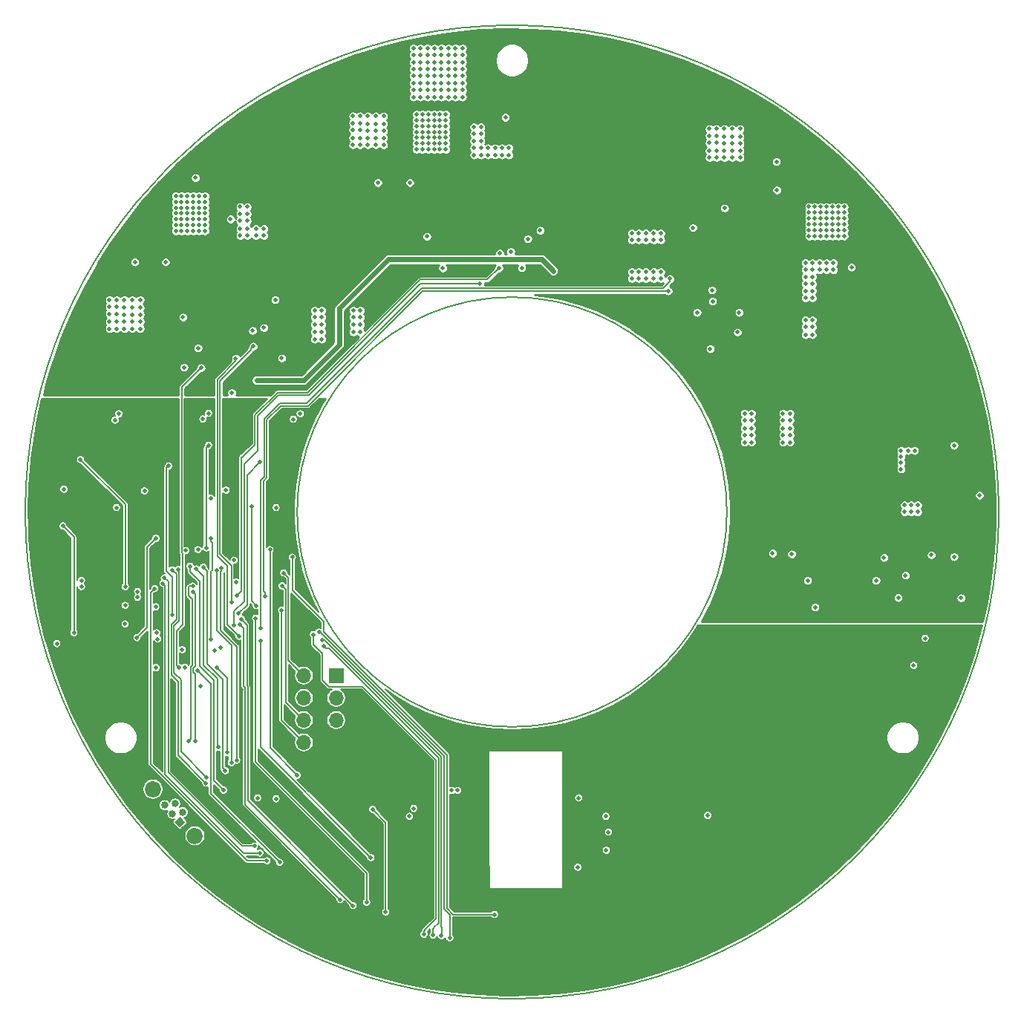
<source format=gbr>
%TF.GenerationSoftware,KiCad,Pcbnew,5.1.9+dfsg1-1*%
%TF.CreationDate,2021-07-20T12:06:00+02:00*%
%TF.ProjectId,gesc,67657363-2e6b-4696-9361-645f70636258,6*%
%TF.SameCoordinates,Original*%
%TF.FileFunction,Copper,L3,Inr*%
%TF.FilePolarity,Positive*%
%FSLAX46Y46*%
G04 Gerber Fmt 4.6, Leading zero omitted, Abs format (unit mm)*
G04 Created by KiCad (PCBNEW 5.1.9+dfsg1-1) date 2021-07-20 12:06:00*
%MOMM*%
%LPD*%
G01*
G04 APERTURE LIST*
%TA.AperFunction,Profile*%
%ADD10C,0.200000*%
%TD*%
%TA.AperFunction,ComponentPad*%
%ADD11R,1.700000X1.700000*%
%TD*%
%TA.AperFunction,ComponentPad*%
%ADD12O,1.700000X1.700000*%
%TD*%
%TA.AperFunction,ComponentPad*%
%ADD13C,1.850000*%
%TD*%
%TA.AperFunction,ComponentPad*%
%ADD14C,0.840000*%
%TD*%
%TA.AperFunction,ComponentPad*%
%ADD15C,0.100000*%
%TD*%
%TA.AperFunction,ViaPad*%
%ADD16C,0.500000*%
%TD*%
%TA.AperFunction,Conductor*%
%ADD17C,0.150000*%
%TD*%
%TA.AperFunction,Conductor*%
%ADD18C,0.200000*%
%TD*%
%TA.AperFunction,Conductor*%
%ADD19C,0.600000*%
%TD*%
%TA.AperFunction,Conductor*%
%ADD20C,0.254000*%
%TD*%
%TA.AperFunction,Conductor*%
%ADD21C,0.100000*%
%TD*%
G04 APERTURE END LIST*
D10*
X155499800Y-99999800D02*
G75*
G03*
X155499800Y-99999800I-55500000J0D01*
G01*
X124500000Y-100000000D02*
G75*
G03*
X124500000Y-100000000I-24500000J0D01*
G01*
D11*
X79950000Y-118660000D03*
D12*
X79950000Y-121200000D03*
X79950000Y-123740000D03*
X76249800Y-126284800D03*
X76249800Y-123744800D03*
X76249800Y-121204800D03*
X76249800Y-118664800D03*
D11*
X76249800Y-116124800D03*
D13*
X59051280Y-131604760D03*
X63835564Y-136918246D03*
D14*
X60410060Y-133442623D03*
X61588140Y-133256537D03*
X61279930Y-134408712D03*
X62458010Y-134222625D03*
%TA.AperFunction,ComponentPad*%
D15*
G36*
X62742956Y-135405886D02*
G01*
X62118714Y-135967956D01*
X61556644Y-135343714D01*
X62180886Y-134781644D01*
X62742956Y-135405886D01*
G37*
%TD.AperFunction*%
D16*
X62799800Y-104399800D03*
X74949800Y-105149800D03*
X98000000Y-145900030D03*
X88749800Y-47099800D03*
X89549800Y-47099800D03*
X90349800Y-47099800D03*
X91149800Y-47099800D03*
X91949800Y-47099800D03*
X92749800Y-47099800D03*
X93549800Y-47099800D03*
X94349800Y-47099800D03*
X88749800Y-47899800D03*
X89549800Y-47899800D03*
X90349800Y-47899800D03*
X91149800Y-47899800D03*
X91949800Y-47899800D03*
X92749800Y-47899800D03*
X93549800Y-47899800D03*
X94349800Y-47899800D03*
X88749800Y-48699800D03*
X89549800Y-48699800D03*
X90349800Y-48699800D03*
X91149800Y-48699800D03*
X91949800Y-48699800D03*
X92749800Y-48699800D03*
X93549800Y-48699800D03*
X94349800Y-48699800D03*
X88749800Y-49499800D03*
X89549800Y-49499800D03*
X90349800Y-49499800D03*
X91149800Y-49499800D03*
X91949800Y-49499800D03*
X92749800Y-49499800D03*
X93549800Y-49499800D03*
X94349800Y-49499800D03*
X88749800Y-50299800D03*
X89549800Y-50299800D03*
X90349800Y-50299800D03*
X91149800Y-50299800D03*
X91949800Y-50299800D03*
X92749800Y-50299800D03*
X93549800Y-50299800D03*
X94349800Y-50299800D03*
X88749800Y-51099800D03*
X89549800Y-51099800D03*
X90349800Y-51099800D03*
X91149800Y-51099800D03*
X91949800Y-51099800D03*
X92749800Y-51099800D03*
X93549800Y-51099800D03*
X94349800Y-51099800D03*
X88749800Y-51899800D03*
X89549800Y-51899800D03*
X90349800Y-51899800D03*
X91149800Y-51899800D03*
X91949800Y-51899800D03*
X92749800Y-51899800D03*
X93549800Y-51899800D03*
X94349800Y-51899800D03*
X88749800Y-52699800D03*
X89549800Y-52699800D03*
X90349800Y-52699800D03*
X91149800Y-52699800D03*
X91949800Y-52699800D03*
X92749800Y-52699800D03*
X93549800Y-52699800D03*
X94349800Y-52699800D03*
X144349800Y-95100200D03*
X144349800Y-94400200D03*
X144349800Y-93700200D03*
X144349800Y-93000200D03*
X145149800Y-93000200D03*
X145899800Y-93000200D03*
X144749800Y-100000200D03*
X144749800Y-99200200D03*
X145499800Y-99200200D03*
X145499800Y-100000200D03*
X146249800Y-99200200D03*
X146249800Y-100000200D03*
X67900000Y-66600000D03*
X73750010Y-82450010D03*
X69000000Y-65200000D03*
X69000000Y-66000000D03*
X69000000Y-66800000D03*
X69000000Y-67700000D03*
X69000000Y-68500000D03*
X69800000Y-68500000D03*
X69800000Y-67700000D03*
X69800000Y-66800000D03*
X69800000Y-66000000D03*
X69800000Y-65200000D03*
X70800000Y-67700000D03*
X70800000Y-68500000D03*
X71700000Y-68500000D03*
X71700000Y-67700000D03*
X77500000Y-80300000D03*
X77500000Y-77000000D03*
X78300000Y-78600000D03*
X77500000Y-77800000D03*
X78300000Y-79500000D03*
X78300000Y-77000000D03*
X77500000Y-78600000D03*
X78300000Y-77800000D03*
X78300000Y-80300000D03*
X77500000Y-79500000D03*
X81900000Y-77000000D03*
X81900000Y-78600000D03*
X82700000Y-77000000D03*
X82700000Y-79500000D03*
X81900000Y-79500000D03*
X82700000Y-78600000D03*
X82700000Y-77800000D03*
X81900000Y-77800000D03*
X95649800Y-56099800D03*
X96449800Y-56099800D03*
X95649800Y-56899800D03*
X96449800Y-56899800D03*
X95649800Y-57699800D03*
X96449800Y-57699800D03*
X95649800Y-58499800D03*
X96449800Y-58499800D03*
X97249800Y-58499800D03*
X98049800Y-58499800D03*
X98849800Y-58499800D03*
X99649800Y-58499800D03*
X95649800Y-59299800D03*
X96449800Y-59299800D03*
X97249800Y-59299800D03*
X98049800Y-59299800D03*
X98849800Y-59299800D03*
X99649800Y-59299800D03*
X101105003Y-72155003D03*
X115250000Y-68200000D03*
X113650000Y-69000000D03*
X113650000Y-73400000D03*
X115250000Y-73400000D03*
X114450000Y-68200000D03*
X113650000Y-72600000D03*
X116150000Y-72600000D03*
X116950000Y-73400000D03*
X116150000Y-69000000D03*
X116150000Y-73400000D03*
X115250000Y-72600000D03*
X116950000Y-69000000D03*
X116950000Y-68200000D03*
X116150000Y-68200000D03*
X114450000Y-72600000D03*
X116950000Y-72600000D03*
X114450000Y-73400000D03*
X114450000Y-69000000D03*
X113650000Y-68200000D03*
X115250000Y-69000000D03*
X133449800Y-71599800D03*
X134249800Y-71599800D03*
X135049800Y-71599800D03*
X135849800Y-71599800D03*
X136649800Y-71599800D03*
X133449800Y-72399800D03*
X134249800Y-72399800D03*
X135049800Y-72399800D03*
X135849800Y-72399800D03*
X136649800Y-72399800D03*
X133449800Y-73199800D03*
X134249800Y-73199800D03*
X133449800Y-73999800D03*
X134249800Y-73999800D03*
X133449800Y-74799800D03*
X134249800Y-74799800D03*
X133449800Y-75599800D03*
X134249800Y-75599800D03*
X133449800Y-78899800D03*
X134249800Y-78899800D03*
X133449800Y-78099800D03*
X134249800Y-78099800D03*
X127300000Y-91250000D03*
X130900000Y-92050000D03*
X126500000Y-91250000D03*
X127300000Y-89550000D03*
X130900000Y-89550000D03*
X127300000Y-90450000D03*
X131700000Y-91250000D03*
X131700000Y-90450000D03*
X126500000Y-90450000D03*
X130900000Y-88750000D03*
X131700000Y-88750000D03*
X126500000Y-92050000D03*
X126500000Y-89550000D03*
X126500000Y-88750000D03*
X127300000Y-92050000D03*
X130900000Y-90450000D03*
X127300000Y-88750000D03*
X131700000Y-92050000D03*
X130900000Y-91250000D03*
X131700000Y-89550000D03*
X103210000Y-67890000D03*
X133449800Y-79799800D03*
X134249800Y-79799800D03*
X121100000Y-77250000D03*
X125700000Y-79500000D03*
X62600000Y-83500000D03*
X153300000Y-98100000D03*
X150400000Y-92400000D03*
X142400000Y-105200000D03*
X147799998Y-104900000D03*
X129700000Y-104700000D03*
X131900000Y-104800000D03*
X134549800Y-110850200D03*
X144030000Y-109770000D03*
X151200000Y-109800000D03*
X68050000Y-86400000D03*
X64469800Y-119849800D03*
X85599800Y-145599800D03*
X84100002Y-133900000D03*
X50899800Y-107799800D03*
X57299790Y-109069891D03*
X59381064Y-110818532D03*
X73724779Y-111199800D03*
X132300200Y-120900200D03*
X132300200Y-121550200D03*
X131500200Y-120900200D03*
X131500200Y-121550200D03*
X130700200Y-121550200D03*
X130700200Y-120900200D03*
X129850200Y-121550200D03*
X129050200Y-121550200D03*
X53874200Y-98374200D03*
X63599800Y-102999800D03*
X59779800Y-123219800D03*
X54059800Y-104099800D03*
X54999800Y-116409800D03*
X74699800Y-143429800D03*
X95939800Y-150359800D03*
X101959800Y-152399800D03*
X61799800Y-98299800D03*
X73099808Y-98399800D03*
X72974821Y-105824790D03*
X47199800Y-93199800D03*
X51265807Y-92006000D03*
X61099800Y-92299800D03*
X55799800Y-91999800D03*
X69074800Y-92124802D03*
X75399800Y-132399800D03*
X72924821Y-91399800D03*
X61374790Y-119879800D03*
X68824779Y-132399800D03*
X84424800Y-141374800D03*
X84999800Y-147749800D03*
X82334810Y-142466330D03*
X79849800Y-139799800D03*
X129850200Y-120900200D03*
X129050200Y-120900200D03*
X149200000Y-116600000D03*
X93600000Y-141600000D03*
X126100000Y-136600000D03*
X86746249Y-142853371D03*
X69100010Y-120249800D03*
X50799800Y-94037300D03*
X55899790Y-108529800D03*
X61274779Y-111749800D03*
X55899790Y-110649800D03*
X60851662Y-94745462D03*
X68799800Y-111599800D03*
X71274779Y-94299800D03*
X55879800Y-112769800D03*
X59417749Y-117749800D03*
X64550000Y-83550000D03*
X62000000Y-117700000D03*
X83419800Y-144499800D03*
X70762709Y-112118819D03*
X81859800Y-144879800D03*
X69132383Y-112231204D03*
X80409800Y-144199800D03*
X68958324Y-112857477D03*
X77990525Y-113693056D03*
X66731598Y-115416343D03*
X92899800Y-148549800D03*
X91949800Y-148299800D03*
X78390356Y-114609120D03*
X62400000Y-115700000D03*
X90999800Y-148249800D03*
X78499800Y-115299800D03*
X62700000Y-117700000D03*
X66126821Y-115768852D03*
X77349800Y-113974991D03*
X89949800Y-148149800D03*
X70629800Y-138099800D03*
X60358786Y-107519531D03*
X71239800Y-138879800D03*
X60199800Y-108149800D03*
X72049802Y-139769800D03*
X59265918Y-108723441D03*
X68324779Y-105499800D03*
X73949800Y-106949800D03*
X73770212Y-108439388D03*
X68524779Y-107999800D03*
X93800000Y-131750000D03*
X63089800Y-126119800D03*
X63599800Y-108449787D03*
X63869800Y-126159800D03*
X63599800Y-109099800D03*
X73509800Y-139949800D03*
X64140856Y-118058777D03*
X67999800Y-110299800D03*
X70500000Y-81100000D03*
X68656805Y-109547927D03*
X98500000Y-72200000D03*
X71849800Y-109649800D03*
X117800000Y-74800000D03*
X54728769Y-89526907D03*
X57600000Y-77500000D03*
X54900000Y-76600000D03*
X54100000Y-76600000D03*
X55800000Y-79100000D03*
X57600000Y-78300000D03*
X55800000Y-75800000D03*
X55800000Y-76700000D03*
X57600000Y-79100000D03*
X56700000Y-79100000D03*
X54100000Y-79100000D03*
X54900000Y-75800000D03*
X55800000Y-77500000D03*
X54100000Y-75800000D03*
X56700000Y-78300000D03*
X56700000Y-77500000D03*
X54900000Y-79100000D03*
X56700000Y-75800000D03*
X54100000Y-78300000D03*
X54900000Y-77400000D03*
X54900000Y-78300000D03*
X55800000Y-78300000D03*
X57600000Y-75800000D03*
X54100000Y-77400000D03*
X56700000Y-76700000D03*
X57600000Y-76700000D03*
X57000000Y-71500000D03*
X81850000Y-57350000D03*
X82650000Y-57350000D03*
X83550000Y-54850000D03*
X83550000Y-55750000D03*
X84450000Y-57350000D03*
X83550000Y-56550000D03*
X85350000Y-57350000D03*
X85350000Y-54850000D03*
X81850000Y-55650000D03*
X82650000Y-58150000D03*
X84450000Y-54850000D03*
X82650000Y-55650000D03*
X84450000Y-56550000D03*
X84450000Y-58150000D03*
X82650000Y-56450000D03*
X83550000Y-57350000D03*
X85350000Y-56550000D03*
X85350000Y-58150000D03*
X85350000Y-55750000D03*
X84450000Y-55750000D03*
X81850000Y-58150000D03*
X81850000Y-56450000D03*
X81850000Y-54850000D03*
X83550000Y-58150000D03*
X82650000Y-54850000D03*
X84700000Y-62450000D03*
X64750000Y-89400000D03*
X65399800Y-92399800D03*
X65124769Y-104083186D03*
X123300000Y-58800000D03*
X125100000Y-57200000D03*
X123300000Y-57100000D03*
X122500000Y-57100000D03*
X124200000Y-58800000D03*
X123300000Y-59600000D03*
X122500000Y-57900000D03*
X124200000Y-59600000D03*
X125100000Y-56300000D03*
X125100000Y-58000000D03*
X124200000Y-56300000D03*
X124200000Y-57200000D03*
X122500000Y-58800000D03*
X123300000Y-56300000D03*
X126000000Y-58000000D03*
X126000000Y-59600000D03*
X122500000Y-56300000D03*
X125100000Y-59600000D03*
X126000000Y-58800000D03*
X126000000Y-56300000D03*
X122500000Y-59600000D03*
X123300000Y-57900000D03*
X125100000Y-58800000D03*
X124200000Y-58000000D03*
X126000000Y-57200000D03*
X130150000Y-60050000D03*
X75058526Y-89424801D03*
X63250000Y-75100000D03*
X109014800Y-47429800D03*
X109814800Y-53029800D03*
X110614800Y-53029800D03*
X111414800Y-53029800D03*
X112214800Y-53029800D03*
X109814800Y-48229800D03*
X108214800Y-50629800D03*
X107414800Y-47429800D03*
X109814800Y-47429800D03*
X106614800Y-47429800D03*
X110614800Y-47429800D03*
X111414800Y-50629800D03*
X112214800Y-50629800D03*
X106614800Y-51429800D03*
X107414800Y-51429800D03*
X110614800Y-48229800D03*
X111414800Y-48229800D03*
X108214800Y-52229800D03*
X109014800Y-52229800D03*
X109814800Y-52229800D03*
X110614800Y-52229800D03*
X111414800Y-52229800D03*
X107414800Y-49829800D03*
X108214800Y-49829800D03*
X109014800Y-49829800D03*
X109814800Y-49829800D03*
X107414800Y-50629800D03*
X109014800Y-50629800D03*
X109814800Y-50629800D03*
X110614800Y-50629800D03*
X106614800Y-49029800D03*
X107414800Y-49029800D03*
X106614800Y-48229800D03*
X111414800Y-51429800D03*
X112214800Y-51429800D03*
X106614800Y-52229800D03*
X107414800Y-52229800D03*
X112214800Y-52229800D03*
X106614800Y-53029800D03*
X107414800Y-53029800D03*
X108214800Y-53029800D03*
X109014800Y-53029800D03*
X108214800Y-51429800D03*
X109014800Y-51429800D03*
X109814800Y-51429800D03*
X110614800Y-51429800D03*
X110614800Y-49029800D03*
X111414800Y-49029800D03*
X112214800Y-49029800D03*
X106614800Y-49829800D03*
X108214800Y-48229800D03*
X107414800Y-48229800D03*
X111414800Y-47429800D03*
X108214800Y-49029800D03*
X109014800Y-49029800D03*
X109814800Y-49029800D03*
X109014800Y-48229800D03*
X108214800Y-47429800D03*
X110614800Y-49829800D03*
X111414800Y-49829800D03*
X112214800Y-49829800D03*
X106614800Y-50629800D03*
X112214800Y-47429800D03*
X112214800Y-48229800D03*
X48099788Y-114999812D03*
X48099788Y-85900212D03*
X63920000Y-75100000D03*
X64590000Y-75100000D03*
X65260000Y-75100000D03*
X65930000Y-75100000D03*
X66600000Y-75100000D03*
X63250000Y-75770000D03*
X63920000Y-75770000D03*
X64590000Y-75770000D03*
X65260000Y-75770000D03*
X65930000Y-75770000D03*
X66600000Y-75770000D03*
X63250000Y-76440000D03*
X63920000Y-76440000D03*
X64590000Y-76440000D03*
X65260000Y-76440000D03*
X65930000Y-76440000D03*
X66600000Y-76440000D03*
X63250000Y-77110000D03*
X63920000Y-77110000D03*
X64590000Y-77110000D03*
X65260000Y-77110000D03*
X65930000Y-77110000D03*
X66600000Y-77110000D03*
X63250000Y-77780000D03*
X63920000Y-77780000D03*
X64590000Y-77780000D03*
X65260000Y-77780000D03*
X65930000Y-77780000D03*
X66600000Y-77780000D03*
X63250000Y-78450000D03*
X63920000Y-78450000D03*
X64590000Y-78450000D03*
X65260000Y-78450000D03*
X65930000Y-78450000D03*
X66600000Y-78450000D03*
X63250000Y-79120000D03*
X63920000Y-79120000D03*
X64590000Y-79120000D03*
X65260000Y-79120000D03*
X65930000Y-79120000D03*
X66600000Y-79120000D03*
X91100000Y-67910000D03*
X92440000Y-69920000D03*
X93780000Y-69920000D03*
X91770000Y-66570000D03*
X91770000Y-67240000D03*
X91100000Y-65900000D03*
X92440000Y-67240000D03*
X93780000Y-69250000D03*
X94450000Y-66570000D03*
X94450000Y-65900000D03*
X91770000Y-65900000D03*
X93110000Y-65900000D03*
X91100000Y-69250000D03*
X91100000Y-66570000D03*
X93110000Y-66570000D03*
X91770000Y-69920000D03*
X91100000Y-68580000D03*
X93780000Y-67910000D03*
X91770000Y-68580000D03*
X91770000Y-67910000D03*
X91100000Y-67240000D03*
X94450000Y-67240000D03*
X93110000Y-69250000D03*
X93110000Y-68580000D03*
X93780000Y-68580000D03*
X93110000Y-67910000D03*
X93110000Y-69920000D03*
X92440000Y-69250000D03*
X94450000Y-69250000D03*
X91100000Y-69920000D03*
X93780000Y-67240000D03*
X94450000Y-67910000D03*
X92440000Y-67910000D03*
X93780000Y-66570000D03*
X92440000Y-68580000D03*
X92440000Y-66570000D03*
X91770000Y-69250000D03*
X93780000Y-65900000D03*
X94450000Y-69920000D03*
X94450000Y-68580000D03*
X92440000Y-65900000D03*
X93110000Y-67240000D03*
X124910000Y-66150000D03*
X124910000Y-68160000D03*
X124240000Y-67490000D03*
X124910000Y-66820000D03*
X125580000Y-68830000D03*
X126250000Y-66820000D03*
X124910000Y-69500000D03*
X122900000Y-67490000D03*
X123570000Y-69500000D03*
X123570000Y-68160000D03*
X126250000Y-68830000D03*
X126920000Y-68830000D03*
X125580000Y-69500000D03*
X122900000Y-66150000D03*
X126920000Y-69500000D03*
X124240000Y-66820000D03*
X122900000Y-66820000D03*
X126920000Y-66150000D03*
X123570000Y-67490000D03*
X124910000Y-67490000D03*
X126920000Y-67490000D03*
X123570000Y-66820000D03*
X125580000Y-68160000D03*
X126920000Y-68160000D03*
X122900000Y-68830000D03*
X124240000Y-66150000D03*
X126250000Y-67490000D03*
X123570000Y-68830000D03*
X125580000Y-67490000D03*
X125580000Y-66820000D03*
X124240000Y-68830000D03*
X126250000Y-69500000D03*
X125580000Y-66150000D03*
X122900000Y-68160000D03*
X122900000Y-69500000D03*
X126920000Y-66820000D03*
X123570000Y-66150000D03*
X126250000Y-68160000D03*
X126250000Y-66150000D03*
X124240000Y-68160000D03*
X124910000Y-68830000D03*
X124240000Y-69500000D03*
X137870000Y-67210000D03*
X135190000Y-65870000D03*
X133850000Y-67880000D03*
X136530000Y-66540000D03*
X136530000Y-67210000D03*
X134520000Y-65200000D03*
X134520000Y-68550000D03*
X137870000Y-65200000D03*
X136530000Y-67880000D03*
X137200000Y-65200000D03*
X134520000Y-65870000D03*
X137200000Y-66540000D03*
X135190000Y-65200000D03*
X137870000Y-66540000D03*
X137200000Y-65870000D03*
X136530000Y-68550000D03*
X137200000Y-67210000D03*
X133850000Y-65200000D03*
X134520000Y-67210000D03*
X135860000Y-68550000D03*
X135860000Y-67210000D03*
X137870000Y-68550000D03*
X137200000Y-67880000D03*
X137870000Y-67880000D03*
X134520000Y-66540000D03*
X135190000Y-66540000D03*
X135860000Y-65870000D03*
X134520000Y-67880000D03*
X136530000Y-65870000D03*
X135190000Y-68550000D03*
X135860000Y-67880000D03*
X133850000Y-65870000D03*
X133850000Y-67210000D03*
X135190000Y-67210000D03*
X136530000Y-65200000D03*
X133850000Y-66540000D03*
X137200000Y-68550000D03*
X135860000Y-65200000D03*
X133850000Y-68550000D03*
X135190000Y-67880000D03*
X135860000Y-66540000D03*
X137870000Y-65870000D03*
X67399800Y-97499800D03*
X124235000Y-65365000D03*
X122864997Y-75964997D03*
X130200000Y-63300000D03*
X75850000Y-88800000D03*
X58099804Y-97599800D03*
X99850000Y-70300000D03*
X88350000Y-62450000D03*
X65400000Y-88750000D03*
X89100000Y-58670000D03*
X89770000Y-58670000D03*
X90440000Y-55320000D03*
X89100000Y-58000000D03*
X89770000Y-56660000D03*
X91110000Y-56660000D03*
X89770000Y-54650000D03*
X91110000Y-54650000D03*
X92450000Y-55320000D03*
X91780000Y-55990000D03*
X91110000Y-58670000D03*
X91780000Y-57330000D03*
X92450000Y-57330000D03*
X92450000Y-58000000D03*
X91780000Y-55320000D03*
X90440000Y-58000000D03*
X91110000Y-55320000D03*
X92450000Y-56660000D03*
X92450000Y-58670000D03*
X89100000Y-57330000D03*
X89100000Y-54650000D03*
X89770000Y-55320000D03*
X92450000Y-54650000D03*
X91110000Y-57330000D03*
X89770000Y-55990000D03*
X91110000Y-55990000D03*
X92450000Y-55990000D03*
X89100000Y-55320000D03*
X90440000Y-55990000D03*
X89770000Y-57330000D03*
X90440000Y-56660000D03*
X90440000Y-58670000D03*
X91780000Y-58670000D03*
X89100000Y-55990000D03*
X89770000Y-58000000D03*
X91110000Y-58000000D03*
X90440000Y-57330000D03*
X90440000Y-54650000D03*
X91780000Y-58000000D03*
X89100000Y-56660000D03*
X91780000Y-56660000D03*
X91780000Y-54650000D03*
X90290000Y-68590000D03*
X61650000Y-65960000D03*
X62990000Y-67970000D03*
X64330000Y-67970000D03*
X62320000Y-64620000D03*
X62320000Y-65290000D03*
X61650000Y-63950000D03*
X62990000Y-65290000D03*
X64330000Y-67300000D03*
X65000000Y-64620000D03*
X65000000Y-63950000D03*
X62320000Y-63950000D03*
X63660000Y-63950000D03*
X61650000Y-67300000D03*
X61650000Y-64620000D03*
X63660000Y-64620000D03*
X62320000Y-67970000D03*
X61650000Y-66630000D03*
X64330000Y-65960000D03*
X62320000Y-66630000D03*
X62320000Y-65960000D03*
X61650000Y-65290000D03*
X65000000Y-65290000D03*
X63660000Y-67300000D03*
X63660000Y-66630000D03*
X64330000Y-66630000D03*
X63660000Y-65960000D03*
X63660000Y-67970000D03*
X62990000Y-67300000D03*
X65000000Y-67300000D03*
X61650000Y-67970000D03*
X64330000Y-65290000D03*
X65000000Y-65960000D03*
X62990000Y-65960000D03*
X64330000Y-64620000D03*
X62990000Y-66630000D03*
X62990000Y-64620000D03*
X62320000Y-67300000D03*
X64330000Y-63950000D03*
X65000000Y-67970000D03*
X65000000Y-66630000D03*
X62990000Y-63950000D03*
X63660000Y-65290000D03*
X48899800Y-97399800D03*
X55174810Y-88799799D03*
X62485000Y-77785000D03*
X71700000Y-79000000D03*
X60500000Y-71500000D03*
X54899796Y-99499800D03*
X73099800Y-99499800D03*
X70824790Y-110674790D03*
X65624779Y-98414816D03*
X70299810Y-99399800D03*
X92100000Y-72200000D03*
X98600000Y-70500000D03*
X150400000Y-105100000D03*
X141500000Y-107800000D03*
X147100000Y-114400000D03*
X133700000Y-107800000D03*
X122600000Y-81400000D03*
X104700000Y-72500000D03*
X70874998Y-84975000D03*
X63900000Y-61900000D03*
X73000000Y-75800000D03*
X64200000Y-81300000D03*
X70419663Y-79319663D03*
X138700000Y-72100000D03*
X125900000Y-77250000D03*
X120620000Y-67580000D03*
X122800000Y-74700000D03*
X59599800Y-114484800D03*
X65624779Y-102974924D03*
X65700010Y-114484800D03*
X59399800Y-102999800D03*
X57239800Y-114319800D03*
X48799800Y-101599806D03*
X59469804Y-113779804D03*
X50049800Y-113779800D03*
X101800002Y-68849997D03*
X99250000Y-55000000D03*
X68310431Y-112909846D03*
X96300000Y-74000000D03*
X68846085Y-114160229D03*
X68500000Y-82500000D03*
X71318400Y-113231200D03*
X118000000Y-73400000D03*
X50899800Y-108499800D03*
X57299790Y-109719904D03*
X61272940Y-106609041D03*
X65093741Y-130907374D03*
X71000000Y-132600000D03*
X61967944Y-106525452D03*
X65149800Y-130249800D03*
X73099800Y-132700200D03*
X145800000Y-117500000D03*
X144870000Y-107230000D03*
X93100000Y-131750000D03*
X63300000Y-106200000D03*
X67100000Y-131700000D03*
X111000000Y-136500000D03*
X107600000Y-132600000D03*
X64000000Y-106500000D03*
X66500000Y-126800000D03*
X110700002Y-134700000D03*
X67300000Y-129500000D03*
X64800000Y-106300000D03*
X72400000Y-104300000D03*
X75500000Y-130000000D03*
X64200000Y-104300000D03*
X110743353Y-138564351D03*
X67999800Y-128599800D03*
X88300200Y-134699800D03*
X66299898Y-106650683D03*
X88800200Y-133799800D03*
X66880853Y-106359123D03*
X68599800Y-128300010D03*
X122300000Y-134600000D03*
X71300000Y-114700000D03*
X83900002Y-139400000D03*
X107500000Y-140500000D03*
X67500000Y-127384801D03*
X66353561Y-117746439D03*
D17*
X92600000Y-145200000D02*
X93300030Y-145900030D01*
X78515526Y-112465526D02*
X78515526Y-113638245D01*
X74949800Y-108899800D02*
X78515526Y-112465526D01*
X78515526Y-113638245D02*
X92600000Y-127722719D01*
X74949800Y-105149800D02*
X74949800Y-108899800D01*
X92600000Y-127722719D02*
X92600000Y-145200000D01*
X93300030Y-145900030D02*
X98000000Y-145900030D01*
X85599800Y-145599800D02*
X85599800Y-135399798D01*
X85599800Y-135399798D02*
X84100002Y-133900000D01*
X73724779Y-123759779D02*
X73724779Y-111199800D01*
X76249800Y-126284800D02*
X73724779Y-123759779D01*
D18*
X50799800Y-94037300D02*
X55899790Y-99137290D01*
X55899790Y-99137290D02*
X55899790Y-108529800D01*
X61274779Y-111749800D02*
X61274779Y-107414781D01*
X61274779Y-107414781D02*
X60601663Y-106741665D01*
X60601663Y-106741665D02*
X60601663Y-94995461D01*
X60601663Y-94995461D02*
X60851662Y-94745462D01*
X69799800Y-110599800D02*
X69799800Y-95774779D01*
X68799800Y-111599800D02*
X69799800Y-110599800D01*
X69799800Y-95774779D02*
X71274779Y-94299800D01*
D17*
X62442945Y-112857055D02*
X61750001Y-113549999D01*
X62324799Y-85775201D02*
X62324799Y-104627801D01*
X64550000Y-83550000D02*
X62324799Y-85775201D01*
X62324799Y-104627801D02*
X62442945Y-104745947D01*
X61750001Y-117450001D02*
X62000000Y-117700000D01*
X62442945Y-104745947D02*
X62442945Y-112857055D01*
X61750001Y-113549999D02*
X61750001Y-117450001D01*
X70762709Y-112472372D02*
X70762709Y-112118819D01*
X70762709Y-128512709D02*
X70762709Y-112472372D01*
X83419800Y-141169800D02*
X70762709Y-128512709D01*
X83419800Y-144499800D02*
X83419800Y-141169800D01*
X69775022Y-112873843D02*
X69382382Y-112481203D01*
X69875022Y-132895022D02*
X69875022Y-119897531D01*
X81859800Y-144879800D02*
X69875022Y-132895022D01*
X69775022Y-119797531D02*
X69775022Y-112873843D01*
X69382382Y-112481203D02*
X69132383Y-112231204D01*
X69875022Y-119897531D02*
X69775022Y-119797531D01*
X80409800Y-144199800D02*
X69575011Y-133365011D01*
X69375011Y-113274164D02*
X69208323Y-113107476D01*
X69575011Y-133365011D02*
X69575011Y-120021799D01*
X69375011Y-119821799D02*
X69375011Y-113274164D01*
X69208323Y-113107476D02*
X68958324Y-112857477D01*
X69575011Y-120021799D02*
X69375011Y-119821799D01*
X92899800Y-148549800D02*
X92899800Y-145924078D01*
X92899800Y-145924078D02*
X92249832Y-145274110D01*
X92249832Y-145274110D02*
X92249832Y-127796830D01*
X92249832Y-127796830D02*
X78146058Y-113693056D01*
X78146058Y-113693056D02*
X77990525Y-113693056D01*
X91989800Y-147429800D02*
X91989800Y-147339800D01*
X91999800Y-147349800D02*
X91989800Y-147339800D01*
X91999800Y-148249800D02*
X91999800Y-147349800D01*
X91949800Y-148299800D02*
X91999800Y-148249800D01*
X91989800Y-147339800D02*
X91949821Y-147299821D01*
X91949821Y-147299821D02*
X91949821Y-127925542D01*
X91949821Y-127925542D02*
X78633399Y-114609120D01*
X78633399Y-114609120D02*
X78390356Y-114609120D01*
X90999800Y-147509800D02*
X91104800Y-147404800D01*
X90999800Y-148249800D02*
X90999800Y-147509800D01*
X91029800Y-147479800D02*
X91104800Y-147404800D01*
X78749799Y-115549799D02*
X78499800Y-115299800D01*
X79149799Y-115549799D02*
X78749799Y-115549799D01*
X91649800Y-128049800D02*
X79149799Y-115549799D01*
X91104800Y-147404800D02*
X91649800Y-146859800D01*
X91649800Y-146859800D02*
X91649800Y-128049800D01*
X89949800Y-148149800D02*
X89949800Y-147779800D01*
X89949800Y-147779800D02*
X90089800Y-147639800D01*
X90019800Y-147709800D02*
X90089800Y-147639800D01*
X78400000Y-116150000D02*
X77349800Y-115099800D01*
X78400000Y-119215002D02*
X78400000Y-116150000D01*
X79084998Y-119900000D02*
X78400000Y-119215002D01*
X82950000Y-119900000D02*
X79084998Y-119900000D01*
X91349800Y-128299800D02*
X82950000Y-119900000D01*
X91349800Y-146379800D02*
X91349800Y-128299800D01*
X77349800Y-115099800D02*
X77349800Y-113974991D01*
X90089800Y-147639800D02*
X91349800Y-146379800D01*
X60799777Y-107960522D02*
X60358786Y-107519531D01*
X60799777Y-129699777D02*
X60799777Y-107960522D01*
X69199800Y-138099800D02*
X60799777Y-129699777D01*
X70629800Y-138099800D02*
X69199800Y-138099800D01*
X71239800Y-138879800D02*
X69425521Y-138879800D01*
X60449799Y-108399799D02*
X60199800Y-108149800D01*
X60449799Y-129904078D02*
X60449799Y-108399799D01*
X69425521Y-138879800D02*
X60449799Y-129904078D01*
X58824799Y-128774068D02*
X58824799Y-109164560D01*
X58824799Y-109164560D02*
X59265918Y-108723441D01*
X72049802Y-139769800D02*
X69820531Y-139769800D01*
X69820531Y-139769800D02*
X58824799Y-128774068D01*
X74499800Y-116914800D02*
X74499800Y-107499800D01*
X76249800Y-118664800D02*
X74499800Y-116914800D01*
X74499800Y-107499800D02*
X74199799Y-107199799D01*
X74199799Y-107199799D02*
X73949800Y-106949800D01*
X74199789Y-108868965D02*
X73770212Y-108439388D01*
X74199789Y-121694789D02*
X74199789Y-108868965D01*
X76249800Y-123744800D02*
X74199789Y-121694789D01*
X63365843Y-125843757D02*
X63365843Y-117693127D01*
X63246247Y-108449787D02*
X63599800Y-108449787D01*
X63124798Y-109527802D02*
X63124798Y-108571236D01*
X63365843Y-117693127D02*
X63575919Y-117483051D01*
X63575919Y-109978923D02*
X63124798Y-109527802D01*
X63124798Y-108571236D02*
X63246247Y-108449787D01*
X63575919Y-117483051D02*
X63575919Y-109978923D01*
X63089800Y-126119800D02*
X63365843Y-125843757D01*
X63665854Y-117817395D02*
X63875930Y-117607319D01*
X63665854Y-118286779D02*
X63665854Y-117817395D01*
X63875930Y-109375930D02*
X63599800Y-109099800D01*
X63875930Y-117607319D02*
X63875930Y-109375930D01*
X63869800Y-118490725D02*
X63665854Y-118286779D01*
X63869800Y-126159800D02*
X63869800Y-118490725D01*
X65674989Y-119592910D02*
X64140856Y-118058777D01*
X65674989Y-132114989D02*
X65674989Y-119592910D01*
X73509800Y-139949800D02*
X65674989Y-132114989D01*
X66700001Y-104800001D02*
X66700001Y-85024277D01*
X67999800Y-110299800D02*
X67999800Y-106099800D01*
X67999800Y-106099800D02*
X66700001Y-104800001D01*
X70250001Y-81474278D02*
X70250001Y-81349999D01*
X66700001Y-85024277D02*
X70250001Y-81474278D01*
X70250001Y-81349999D02*
X70500000Y-81100000D01*
X68656805Y-109547927D02*
X69149789Y-109054943D01*
X69149789Y-109054943D02*
X69149789Y-93850211D01*
X69149789Y-93850211D02*
X69149789Y-93699789D01*
X70699990Y-92300010D02*
X70699990Y-88942486D01*
X70699990Y-88942486D02*
X73242476Y-86400000D01*
X73242476Y-86400000D02*
X76675722Y-86400000D01*
X89575722Y-73500000D02*
X97200000Y-73500000D01*
X76675722Y-86400000D02*
X89575722Y-73500000D01*
X69149789Y-93850211D02*
X70699990Y-92300010D01*
X97200000Y-73500000D02*
X98500000Y-72200000D01*
X72049790Y-96074089D02*
X72049790Y-89474488D01*
X89824279Y-74800000D02*
X117800000Y-74800000D01*
X71849800Y-109156190D02*
X71674800Y-108981190D01*
X71849800Y-109649800D02*
X71849800Y-109156190D01*
X71674800Y-108981190D02*
X71674800Y-96449078D01*
X71674800Y-96449078D02*
X72049790Y-96074089D01*
X72049790Y-89474488D02*
X73624267Y-87900011D01*
X73624267Y-87900011D02*
X76724268Y-87900011D01*
X76724268Y-87900011D02*
X89824279Y-74800000D01*
D18*
X65399800Y-92399800D02*
X65124769Y-92674831D01*
X65124769Y-92674831D02*
X65124769Y-104083186D01*
X70299810Y-110149810D02*
X70299810Y-99399800D01*
X70824790Y-110674790D02*
X70299810Y-110149810D01*
D19*
X80300000Y-80900000D02*
X76225000Y-84975000D01*
X80300000Y-76800000D02*
X80300000Y-80900000D01*
X85899999Y-71200001D02*
X80300000Y-76800000D01*
X103400001Y-71200001D02*
X85899999Y-71200001D01*
X76225000Y-84975000D02*
X70874998Y-84975000D01*
X104700000Y-72500000D02*
X103400001Y-71200001D01*
D18*
X65700010Y-106739994D02*
X65700010Y-114484800D01*
X65624779Y-102974924D02*
X65624779Y-103328477D01*
X65624779Y-103328477D02*
X65800002Y-103503700D01*
X65800002Y-103503700D02*
X65800002Y-106640002D01*
X65800002Y-106640002D02*
X65700010Y-106739994D01*
X59149801Y-103249799D02*
X59399800Y-102999800D01*
X58399800Y-103999800D02*
X59149801Y-103249799D01*
X58399800Y-113159800D02*
X58399800Y-103999800D01*
X57239800Y-114319800D02*
X58399800Y-113159800D01*
X50049800Y-113779800D02*
X50049800Y-102849806D01*
X50049800Y-102849806D02*
X48799800Y-101599806D01*
D17*
X71000000Y-89066755D02*
X73366744Y-86700011D01*
X76799990Y-86700011D02*
X89500001Y-74000000D01*
X89500001Y-74000000D02*
X96300000Y-74000000D01*
X68310431Y-111336264D02*
X69449800Y-110196895D01*
X68310431Y-112909846D02*
X68310431Y-111336264D01*
X71000000Y-93000000D02*
X71000000Y-89066755D01*
X69449800Y-110196895D02*
X69449800Y-94550200D01*
X69449800Y-94550200D02*
X71000000Y-93000000D01*
X73366744Y-86700011D02*
X76799990Y-86700011D01*
X68500000Y-82800000D02*
X68500000Y-82500000D01*
X66399990Y-84900010D02*
X68500000Y-82800000D01*
X66399990Y-104999989D02*
X66399990Y-84900010D01*
X67500000Y-106099999D02*
X66399990Y-104999989D01*
X67500000Y-112814144D02*
X67500000Y-106099999D01*
X68846085Y-114160229D02*
X67500000Y-112814144D01*
X71318400Y-96381200D02*
X71749779Y-95949821D01*
X71318400Y-113231200D02*
X71318400Y-96381200D01*
X71749779Y-95949821D02*
X71749779Y-89350221D01*
X71749779Y-89350221D02*
X73500000Y-87600000D01*
X73500000Y-87600000D02*
X76600000Y-87600000D01*
X76600000Y-87600000D02*
X89700000Y-74500000D01*
X89700000Y-74500000D02*
X117200000Y-74500000D01*
X117200000Y-74500000D02*
X118000000Y-73700000D01*
X118000000Y-73700000D02*
X118000000Y-73400000D01*
X61899800Y-127713433D02*
X65093741Y-130907374D01*
X61149800Y-118599800D02*
X61899800Y-119349800D01*
X61899800Y-119349800D02*
X61899800Y-127713433D01*
X61149800Y-112799800D02*
X61149800Y-118599800D01*
X61749789Y-112199811D02*
X61149800Y-112799800D01*
X61749789Y-107085890D02*
X61749789Y-112199811D01*
X61272940Y-106609041D02*
X61749789Y-107085890D01*
X62249811Y-127349811D02*
X65149800Y-130249800D01*
X62249811Y-119099811D02*
X62249811Y-127349811D01*
X61449800Y-112999800D02*
X61449800Y-118299800D01*
X62049800Y-112399800D02*
X61449800Y-112999800D01*
X62049800Y-106607308D02*
X62049800Y-112399800D01*
X61449800Y-118299800D02*
X62249811Y-119099811D01*
X61967944Y-106525452D02*
X62049800Y-106607308D01*
D18*
X64400000Y-107900000D02*
X64400000Y-117610799D01*
X66000000Y-119210799D02*
X66000000Y-130600000D01*
X64400000Y-117610799D02*
X66000000Y-119210799D01*
X66000000Y-130600000D02*
X67100000Y-131700000D01*
X63300000Y-106800000D02*
X64400000Y-107900000D01*
X63300000Y-106200000D02*
X63300000Y-106800000D01*
X66400000Y-119026610D02*
X66400000Y-120300000D01*
X64849990Y-117476600D02*
X66400000Y-119026610D01*
X64849990Y-107349990D02*
X64849990Y-117476600D01*
X64000000Y-106500000D02*
X64849990Y-107349990D01*
X66400000Y-126700000D02*
X66500000Y-126800000D01*
X66400000Y-120300000D02*
X66400000Y-126700000D01*
X65200000Y-117300000D02*
X65200000Y-106700000D01*
X67000000Y-119100000D02*
X65200000Y-117300000D01*
X67000000Y-129200000D02*
X67000000Y-119100000D01*
X65200000Y-106700000D02*
X64800000Y-106300000D01*
X67300000Y-129500000D02*
X67000000Y-129200000D01*
X72400000Y-104300000D02*
X72400000Y-126900000D01*
X72400000Y-126900000D02*
X75500000Y-130000000D01*
X66299898Y-113534890D02*
X66299898Y-106650683D01*
X68000000Y-115234992D02*
X66299898Y-113534890D01*
X68000000Y-128599600D02*
X68000000Y-115234992D01*
X67999800Y-128599800D02*
X68000000Y-128599600D01*
X68599800Y-115339802D02*
X68599800Y-128300010D01*
X66799800Y-113539802D02*
X68599800Y-115339802D01*
X66799800Y-106793729D02*
X66799800Y-113539802D01*
X66880853Y-106712676D02*
X66799800Y-106793729D01*
X66880853Y-106359123D02*
X66880853Y-106712676D01*
X71300000Y-114700000D02*
X71300000Y-126799998D01*
X71300000Y-126799998D02*
X83900002Y-139400000D01*
X67500000Y-118892878D02*
X66353561Y-117746439D01*
X67500000Y-127384801D02*
X67500000Y-118892878D01*
D20*
X102217366Y-44971464D02*
X105167905Y-45169826D01*
X108103543Y-45526277D01*
X111015815Y-46039789D01*
X113896326Y-46708882D01*
X116736769Y-47531627D01*
X119528955Y-48505650D01*
X122264834Y-49628145D01*
X124936516Y-50895874D01*
X127536300Y-52305183D01*
X130056689Y-53852007D01*
X132490416Y-55531888D01*
X134830464Y-57339981D01*
X137070087Y-59271073D01*
X139202826Y-61319597D01*
X141222532Y-63479646D01*
X143123383Y-65744992D01*
X144899898Y-68109103D01*
X146546954Y-70565164D01*
X148059802Y-73106092D01*
X149434081Y-75724561D01*
X150665828Y-78413023D01*
X151751492Y-81163725D01*
X152687942Y-83968736D01*
X153472479Y-86819968D01*
X154102840Y-89709202D01*
X154577208Y-92628106D01*
X154894215Y-95568265D01*
X155052948Y-98521200D01*
X155052948Y-101478400D01*
X154894215Y-104431335D01*
X154577208Y-107371494D01*
X154102840Y-110290398D01*
X153626112Y-112475463D01*
X121587410Y-112500898D01*
X121604736Y-112473500D01*
X122486535Y-110793370D01*
X133972800Y-110793370D01*
X133972800Y-110907030D01*
X133994974Y-111018505D01*
X134038469Y-111123512D01*
X134101615Y-111218016D01*
X134181984Y-111298385D01*
X134276488Y-111361531D01*
X134381495Y-111405026D01*
X134492970Y-111427200D01*
X134606630Y-111427200D01*
X134718105Y-111405026D01*
X134823112Y-111361531D01*
X134917616Y-111298385D01*
X134997985Y-111218016D01*
X135061131Y-111123512D01*
X135104626Y-111018505D01*
X135126800Y-110907030D01*
X135126800Y-110793370D01*
X135104626Y-110681895D01*
X135061131Y-110576888D01*
X134997985Y-110482384D01*
X134917616Y-110402015D01*
X134823112Y-110338869D01*
X134718105Y-110295374D01*
X134606630Y-110273200D01*
X134492970Y-110273200D01*
X134381495Y-110295374D01*
X134276488Y-110338869D01*
X134181984Y-110402015D01*
X134101615Y-110482384D01*
X134038469Y-110576888D01*
X133994974Y-110681895D01*
X133972800Y-110793370D01*
X122486535Y-110793370D01*
X122538378Y-110694593D01*
X122956523Y-109713170D01*
X143453000Y-109713170D01*
X143453000Y-109826830D01*
X143475174Y-109938305D01*
X143518669Y-110043312D01*
X143581815Y-110137816D01*
X143662184Y-110218185D01*
X143756688Y-110281331D01*
X143861695Y-110324826D01*
X143973170Y-110347000D01*
X144086830Y-110347000D01*
X144198305Y-110324826D01*
X144303312Y-110281331D01*
X144397816Y-110218185D01*
X144478185Y-110137816D01*
X144541331Y-110043312D01*
X144584826Y-109938305D01*
X144607000Y-109826830D01*
X144607000Y-109743170D01*
X150623000Y-109743170D01*
X150623000Y-109856830D01*
X150645174Y-109968305D01*
X150688669Y-110073312D01*
X150751815Y-110167816D01*
X150832184Y-110248185D01*
X150926688Y-110311331D01*
X151031695Y-110354826D01*
X151143170Y-110377000D01*
X151256830Y-110377000D01*
X151368305Y-110354826D01*
X151473312Y-110311331D01*
X151567816Y-110248185D01*
X151648185Y-110167816D01*
X151711331Y-110073312D01*
X151754826Y-109968305D01*
X151777000Y-109856830D01*
X151777000Y-109743170D01*
X151754826Y-109631695D01*
X151711331Y-109526688D01*
X151648185Y-109432184D01*
X151567816Y-109351815D01*
X151473312Y-109288669D01*
X151368305Y-109245174D01*
X151256830Y-109223000D01*
X151143170Y-109223000D01*
X151031695Y-109245174D01*
X150926688Y-109288669D01*
X150832184Y-109351815D01*
X150751815Y-109432184D01*
X150688669Y-109526688D01*
X150645174Y-109631695D01*
X150623000Y-109743170D01*
X144607000Y-109743170D01*
X144607000Y-109713170D01*
X144584826Y-109601695D01*
X144541331Y-109496688D01*
X144478185Y-109402184D01*
X144397816Y-109321815D01*
X144303312Y-109258669D01*
X144198305Y-109215174D01*
X144086830Y-109193000D01*
X143973170Y-109193000D01*
X143861695Y-109215174D01*
X143756688Y-109258669D01*
X143662184Y-109321815D01*
X143581815Y-109402184D01*
X143518669Y-109496688D01*
X143475174Y-109601695D01*
X143453000Y-109713170D01*
X122956523Y-109713170D01*
X123325850Y-108846328D01*
X123694138Y-107743170D01*
X133123000Y-107743170D01*
X133123000Y-107856830D01*
X133145174Y-107968305D01*
X133188669Y-108073312D01*
X133251815Y-108167816D01*
X133332184Y-108248185D01*
X133426688Y-108311331D01*
X133531695Y-108354826D01*
X133643170Y-108377000D01*
X133756830Y-108377000D01*
X133868305Y-108354826D01*
X133973312Y-108311331D01*
X134067816Y-108248185D01*
X134148185Y-108167816D01*
X134211331Y-108073312D01*
X134254826Y-107968305D01*
X134277000Y-107856830D01*
X134277000Y-107743170D01*
X140923000Y-107743170D01*
X140923000Y-107856830D01*
X140945174Y-107968305D01*
X140988669Y-108073312D01*
X141051815Y-108167816D01*
X141132184Y-108248185D01*
X141226688Y-108311331D01*
X141331695Y-108354826D01*
X141443170Y-108377000D01*
X141556830Y-108377000D01*
X141668305Y-108354826D01*
X141773312Y-108311331D01*
X141867816Y-108248185D01*
X141948185Y-108167816D01*
X142011331Y-108073312D01*
X142054826Y-107968305D01*
X142077000Y-107856830D01*
X142077000Y-107743170D01*
X142054826Y-107631695D01*
X142011331Y-107526688D01*
X141948185Y-107432184D01*
X141867816Y-107351815D01*
X141773312Y-107288669D01*
X141668305Y-107245174D01*
X141556830Y-107223000D01*
X141443170Y-107223000D01*
X141331695Y-107245174D01*
X141226688Y-107288669D01*
X141132184Y-107351815D01*
X141051815Y-107432184D01*
X140988669Y-107526688D01*
X140945174Y-107631695D01*
X140923000Y-107743170D01*
X134277000Y-107743170D01*
X134254826Y-107631695D01*
X134211331Y-107526688D01*
X134148185Y-107432184D01*
X134067816Y-107351815D01*
X133973312Y-107288669D01*
X133868305Y-107245174D01*
X133756830Y-107223000D01*
X133643170Y-107223000D01*
X133531695Y-107245174D01*
X133426688Y-107288669D01*
X133332184Y-107351815D01*
X133251815Y-107432184D01*
X133188669Y-107526688D01*
X133145174Y-107631695D01*
X133123000Y-107743170D01*
X123694138Y-107743170D01*
X123884432Y-107173170D01*
X144293000Y-107173170D01*
X144293000Y-107286830D01*
X144315174Y-107398305D01*
X144358669Y-107503312D01*
X144421815Y-107597816D01*
X144502184Y-107678185D01*
X144596688Y-107741331D01*
X144701695Y-107784826D01*
X144813170Y-107807000D01*
X144926830Y-107807000D01*
X145038305Y-107784826D01*
X145143312Y-107741331D01*
X145237816Y-107678185D01*
X145318185Y-107597816D01*
X145381331Y-107503312D01*
X145424826Y-107398305D01*
X145447000Y-107286830D01*
X145447000Y-107173170D01*
X145424826Y-107061695D01*
X145381331Y-106956688D01*
X145318185Y-106862184D01*
X145237816Y-106781815D01*
X145143312Y-106718669D01*
X145038305Y-106675174D01*
X144926830Y-106653000D01*
X144813170Y-106653000D01*
X144701695Y-106675174D01*
X144596688Y-106718669D01*
X144502184Y-106781815D01*
X144421815Y-106862184D01*
X144358669Y-106956688D01*
X144315174Y-107061695D01*
X144293000Y-107173170D01*
X123884432Y-107173170D01*
X123962045Y-106940691D01*
X124442837Y-104990041D01*
X124499209Y-104643170D01*
X129123000Y-104643170D01*
X129123000Y-104756830D01*
X129145174Y-104868305D01*
X129188669Y-104973312D01*
X129251815Y-105067816D01*
X129332184Y-105148185D01*
X129426688Y-105211331D01*
X129531695Y-105254826D01*
X129643170Y-105277000D01*
X129756830Y-105277000D01*
X129868305Y-105254826D01*
X129973312Y-105211331D01*
X130067816Y-105148185D01*
X130148185Y-105067816D01*
X130211331Y-104973312D01*
X130254826Y-104868305D01*
X130277000Y-104756830D01*
X130277000Y-104743170D01*
X131323000Y-104743170D01*
X131323000Y-104856830D01*
X131345174Y-104968305D01*
X131388669Y-105073312D01*
X131451815Y-105167816D01*
X131532184Y-105248185D01*
X131626688Y-105311331D01*
X131731695Y-105354826D01*
X131843170Y-105377000D01*
X131956830Y-105377000D01*
X132068305Y-105354826D01*
X132173312Y-105311331D01*
X132267816Y-105248185D01*
X132348185Y-105167816D01*
X132364653Y-105143170D01*
X141823000Y-105143170D01*
X141823000Y-105256830D01*
X141845174Y-105368305D01*
X141888669Y-105473312D01*
X141951815Y-105567816D01*
X142032184Y-105648185D01*
X142126688Y-105711331D01*
X142231695Y-105754826D01*
X142343170Y-105777000D01*
X142456830Y-105777000D01*
X142568305Y-105754826D01*
X142673312Y-105711331D01*
X142767816Y-105648185D01*
X142848185Y-105567816D01*
X142911331Y-105473312D01*
X142954826Y-105368305D01*
X142977000Y-105256830D01*
X142977000Y-105143170D01*
X142954826Y-105031695D01*
X142911331Y-104926688D01*
X142855526Y-104843170D01*
X147222998Y-104843170D01*
X147222998Y-104956830D01*
X147245172Y-105068305D01*
X147288667Y-105173312D01*
X147351813Y-105267816D01*
X147432182Y-105348185D01*
X147526686Y-105411331D01*
X147631693Y-105454826D01*
X147743168Y-105477000D01*
X147856828Y-105477000D01*
X147968303Y-105454826D01*
X148073310Y-105411331D01*
X148167814Y-105348185D01*
X148248183Y-105267816D01*
X148311329Y-105173312D01*
X148354824Y-105068305D01*
X148359823Y-105043170D01*
X149823000Y-105043170D01*
X149823000Y-105156830D01*
X149845174Y-105268305D01*
X149888669Y-105373312D01*
X149951815Y-105467816D01*
X150032184Y-105548185D01*
X150126688Y-105611331D01*
X150231695Y-105654826D01*
X150343170Y-105677000D01*
X150456830Y-105677000D01*
X150568305Y-105654826D01*
X150673312Y-105611331D01*
X150767816Y-105548185D01*
X150848185Y-105467816D01*
X150911331Y-105373312D01*
X150954826Y-105268305D01*
X150977000Y-105156830D01*
X150977000Y-105043170D01*
X150954826Y-104931695D01*
X150911331Y-104826688D01*
X150848185Y-104732184D01*
X150767816Y-104651815D01*
X150673312Y-104588669D01*
X150568305Y-104545174D01*
X150456830Y-104523000D01*
X150343170Y-104523000D01*
X150231695Y-104545174D01*
X150126688Y-104588669D01*
X150032184Y-104651815D01*
X149951815Y-104732184D01*
X149888669Y-104826688D01*
X149845174Y-104931695D01*
X149823000Y-105043170D01*
X148359823Y-105043170D01*
X148376998Y-104956830D01*
X148376998Y-104843170D01*
X148354824Y-104731695D01*
X148311329Y-104626688D01*
X148248183Y-104532184D01*
X148167814Y-104451815D01*
X148073310Y-104388669D01*
X147968303Y-104345174D01*
X147856828Y-104323000D01*
X147743168Y-104323000D01*
X147631693Y-104345174D01*
X147526686Y-104388669D01*
X147432182Y-104451815D01*
X147351813Y-104532184D01*
X147288667Y-104626688D01*
X147245172Y-104731695D01*
X147222998Y-104843170D01*
X142855526Y-104843170D01*
X142848185Y-104832184D01*
X142767816Y-104751815D01*
X142673312Y-104688669D01*
X142568305Y-104645174D01*
X142456830Y-104623000D01*
X142343170Y-104623000D01*
X142231695Y-104645174D01*
X142126688Y-104688669D01*
X142032184Y-104751815D01*
X141951815Y-104832184D01*
X141888669Y-104926688D01*
X141845174Y-105031695D01*
X141823000Y-105143170D01*
X132364653Y-105143170D01*
X132411331Y-105073312D01*
X132454826Y-104968305D01*
X132477000Y-104856830D01*
X132477000Y-104743170D01*
X132454826Y-104631695D01*
X132411331Y-104526688D01*
X132348185Y-104432184D01*
X132267816Y-104351815D01*
X132173312Y-104288669D01*
X132068305Y-104245174D01*
X131956830Y-104223000D01*
X131843170Y-104223000D01*
X131731695Y-104245174D01*
X131626688Y-104288669D01*
X131532184Y-104351815D01*
X131451815Y-104432184D01*
X131388669Y-104526688D01*
X131345174Y-104631695D01*
X131323000Y-104743170D01*
X130277000Y-104743170D01*
X130277000Y-104643170D01*
X130254826Y-104531695D01*
X130211331Y-104426688D01*
X130148185Y-104332184D01*
X130067816Y-104251815D01*
X129973312Y-104188669D01*
X129868305Y-104145174D01*
X129756830Y-104123000D01*
X129643170Y-104123000D01*
X129531695Y-104145174D01*
X129426688Y-104188669D01*
X129332184Y-104251815D01*
X129251815Y-104332184D01*
X129188669Y-104426688D01*
X129145174Y-104531695D01*
X129123000Y-104643170D01*
X124499209Y-104643170D01*
X124765108Y-103007029D01*
X124926768Y-101004514D01*
X124926768Y-99143370D01*
X144172800Y-99143370D01*
X144172800Y-99257030D01*
X144194974Y-99368505D01*
X144238469Y-99473512D01*
X144301615Y-99568016D01*
X144333799Y-99600200D01*
X144301615Y-99632384D01*
X144238469Y-99726888D01*
X144194974Y-99831895D01*
X144172800Y-99943370D01*
X144172800Y-100057030D01*
X144194974Y-100168505D01*
X144238469Y-100273512D01*
X144301615Y-100368016D01*
X144381984Y-100448385D01*
X144476488Y-100511531D01*
X144581495Y-100555026D01*
X144692970Y-100577200D01*
X144806630Y-100577200D01*
X144918105Y-100555026D01*
X145023112Y-100511531D01*
X145117616Y-100448385D01*
X145124800Y-100441201D01*
X145131984Y-100448385D01*
X145226488Y-100511531D01*
X145331495Y-100555026D01*
X145442970Y-100577200D01*
X145556630Y-100577200D01*
X145668105Y-100555026D01*
X145773112Y-100511531D01*
X145867616Y-100448385D01*
X145874800Y-100441201D01*
X145881984Y-100448385D01*
X145976488Y-100511531D01*
X146081495Y-100555026D01*
X146192970Y-100577200D01*
X146306630Y-100577200D01*
X146418105Y-100555026D01*
X146523112Y-100511531D01*
X146617616Y-100448385D01*
X146697985Y-100368016D01*
X146761131Y-100273512D01*
X146804626Y-100168505D01*
X146826800Y-100057030D01*
X146826800Y-99943370D01*
X146804626Y-99831895D01*
X146761131Y-99726888D01*
X146697985Y-99632384D01*
X146665801Y-99600200D01*
X146697985Y-99568016D01*
X146761131Y-99473512D01*
X146804626Y-99368505D01*
X146826800Y-99257030D01*
X146826800Y-99143370D01*
X146804626Y-99031895D01*
X146761131Y-98926888D01*
X146697985Y-98832384D01*
X146617616Y-98752015D01*
X146523112Y-98688869D01*
X146418105Y-98645374D01*
X146306630Y-98623200D01*
X146192970Y-98623200D01*
X146081495Y-98645374D01*
X145976488Y-98688869D01*
X145881984Y-98752015D01*
X145874800Y-98759199D01*
X145867616Y-98752015D01*
X145773112Y-98688869D01*
X145668105Y-98645374D01*
X145556630Y-98623200D01*
X145442970Y-98623200D01*
X145331495Y-98645374D01*
X145226488Y-98688869D01*
X145131984Y-98752015D01*
X145124800Y-98759199D01*
X145117616Y-98752015D01*
X145023112Y-98688869D01*
X144918105Y-98645374D01*
X144806630Y-98623200D01*
X144692970Y-98623200D01*
X144581495Y-98645374D01*
X144476488Y-98688869D01*
X144381984Y-98752015D01*
X144301615Y-98832384D01*
X144238469Y-98926888D01*
X144194974Y-99031895D01*
X144172800Y-99143370D01*
X124926768Y-99143370D01*
X124926768Y-98995486D01*
X124849889Y-98043170D01*
X152723000Y-98043170D01*
X152723000Y-98156830D01*
X152745174Y-98268305D01*
X152788669Y-98373312D01*
X152851815Y-98467816D01*
X152932184Y-98548185D01*
X153026688Y-98611331D01*
X153131695Y-98654826D01*
X153243170Y-98677000D01*
X153356830Y-98677000D01*
X153468305Y-98654826D01*
X153573312Y-98611331D01*
X153667816Y-98548185D01*
X153748185Y-98467816D01*
X153811331Y-98373312D01*
X153854826Y-98268305D01*
X153877000Y-98156830D01*
X153877000Y-98043170D01*
X153854826Y-97931695D01*
X153811331Y-97826688D01*
X153748185Y-97732184D01*
X153667816Y-97651815D01*
X153573312Y-97588669D01*
X153468305Y-97545174D01*
X153356830Y-97523000D01*
X153243170Y-97523000D01*
X153131695Y-97545174D01*
X153026688Y-97588669D01*
X152932184Y-97651815D01*
X152851815Y-97732184D01*
X152788669Y-97826688D01*
X152745174Y-97931695D01*
X152723000Y-98043170D01*
X124849889Y-98043170D01*
X124765108Y-96992971D01*
X124442837Y-95009959D01*
X123962045Y-93059309D01*
X123923339Y-92943370D01*
X143772800Y-92943370D01*
X143772800Y-93057030D01*
X143794974Y-93168505D01*
X143838469Y-93273512D01*
X143889711Y-93350200D01*
X143838469Y-93426888D01*
X143794974Y-93531895D01*
X143772800Y-93643370D01*
X143772800Y-93757030D01*
X143794974Y-93868505D01*
X143838469Y-93973512D01*
X143889711Y-94050200D01*
X143838469Y-94126888D01*
X143794974Y-94231895D01*
X143772800Y-94343370D01*
X143772800Y-94457030D01*
X143794974Y-94568505D01*
X143838469Y-94673512D01*
X143889711Y-94750200D01*
X143838469Y-94826888D01*
X143794974Y-94931895D01*
X143772800Y-95043370D01*
X143772800Y-95157030D01*
X143794974Y-95268505D01*
X143838469Y-95373512D01*
X143901615Y-95468016D01*
X143981984Y-95548385D01*
X144076488Y-95611531D01*
X144181495Y-95655026D01*
X144292970Y-95677200D01*
X144406630Y-95677200D01*
X144518105Y-95655026D01*
X144623112Y-95611531D01*
X144717616Y-95548385D01*
X144797985Y-95468016D01*
X144861131Y-95373512D01*
X144904626Y-95268505D01*
X144926800Y-95157030D01*
X144926800Y-95043370D01*
X144904626Y-94931895D01*
X144861131Y-94826888D01*
X144809889Y-94750200D01*
X144861131Y-94673512D01*
X144904626Y-94568505D01*
X144926800Y-94457030D01*
X144926800Y-94343370D01*
X144904626Y-94231895D01*
X144861131Y-94126888D01*
X144809889Y-94050200D01*
X144861131Y-93973512D01*
X144904626Y-93868505D01*
X144926800Y-93757030D01*
X144926800Y-93643370D01*
X144904626Y-93531895D01*
X144900272Y-93521382D01*
X144981495Y-93555026D01*
X145092970Y-93577200D01*
X145206630Y-93577200D01*
X145318105Y-93555026D01*
X145423112Y-93511531D01*
X145517616Y-93448385D01*
X145524800Y-93441201D01*
X145531984Y-93448385D01*
X145626488Y-93511531D01*
X145731495Y-93555026D01*
X145842970Y-93577200D01*
X145956630Y-93577200D01*
X146068105Y-93555026D01*
X146173112Y-93511531D01*
X146267616Y-93448385D01*
X146347985Y-93368016D01*
X146411131Y-93273512D01*
X146454626Y-93168505D01*
X146476800Y-93057030D01*
X146476800Y-92943370D01*
X146454626Y-92831895D01*
X146411131Y-92726888D01*
X146347985Y-92632384D01*
X146267616Y-92552015D01*
X146173112Y-92488869D01*
X146068105Y-92445374D01*
X145956630Y-92423200D01*
X145842970Y-92423200D01*
X145731495Y-92445374D01*
X145626488Y-92488869D01*
X145531984Y-92552015D01*
X145524800Y-92559199D01*
X145517616Y-92552015D01*
X145423112Y-92488869D01*
X145318105Y-92445374D01*
X145206630Y-92423200D01*
X145092970Y-92423200D01*
X144981495Y-92445374D01*
X144876488Y-92488869D01*
X144781984Y-92552015D01*
X144749800Y-92584199D01*
X144717616Y-92552015D01*
X144623112Y-92488869D01*
X144518105Y-92445374D01*
X144406630Y-92423200D01*
X144292970Y-92423200D01*
X144181495Y-92445374D01*
X144076488Y-92488869D01*
X143981984Y-92552015D01*
X143901615Y-92632384D01*
X143838469Y-92726888D01*
X143794974Y-92831895D01*
X143772800Y-92943370D01*
X123923339Y-92943370D01*
X123325850Y-91153672D01*
X122538378Y-89305407D01*
X122217052Y-88693170D01*
X125923000Y-88693170D01*
X125923000Y-88806830D01*
X125945174Y-88918305D01*
X125988669Y-89023312D01*
X126051815Y-89117816D01*
X126083999Y-89150000D01*
X126051815Y-89182184D01*
X125988669Y-89276688D01*
X125945174Y-89381695D01*
X125923000Y-89493170D01*
X125923000Y-89606830D01*
X125945174Y-89718305D01*
X125988669Y-89823312D01*
X126051815Y-89917816D01*
X126132184Y-89998185D01*
X126134900Y-90000000D01*
X126132184Y-90001815D01*
X126051815Y-90082184D01*
X125988669Y-90176688D01*
X125945174Y-90281695D01*
X125923000Y-90393170D01*
X125923000Y-90506830D01*
X125945174Y-90618305D01*
X125988669Y-90723312D01*
X126051815Y-90817816D01*
X126083999Y-90850000D01*
X126051815Y-90882184D01*
X125988669Y-90976688D01*
X125945174Y-91081695D01*
X125923000Y-91193170D01*
X125923000Y-91306830D01*
X125945174Y-91418305D01*
X125988669Y-91523312D01*
X126051815Y-91617816D01*
X126083999Y-91650000D01*
X126051815Y-91682184D01*
X125988669Y-91776688D01*
X125945174Y-91881695D01*
X125923000Y-91993170D01*
X125923000Y-92106830D01*
X125945174Y-92218305D01*
X125988669Y-92323312D01*
X126051815Y-92417816D01*
X126132184Y-92498185D01*
X126226688Y-92561331D01*
X126331695Y-92604826D01*
X126443170Y-92627000D01*
X126556830Y-92627000D01*
X126668305Y-92604826D01*
X126773312Y-92561331D01*
X126867816Y-92498185D01*
X126900000Y-92466001D01*
X126932184Y-92498185D01*
X127026688Y-92561331D01*
X127131695Y-92604826D01*
X127243170Y-92627000D01*
X127356830Y-92627000D01*
X127468305Y-92604826D01*
X127573312Y-92561331D01*
X127667816Y-92498185D01*
X127748185Y-92417816D01*
X127811331Y-92323312D01*
X127854826Y-92218305D01*
X127877000Y-92106830D01*
X127877000Y-91993170D01*
X127854826Y-91881695D01*
X127811331Y-91776688D01*
X127748185Y-91682184D01*
X127716001Y-91650000D01*
X127748185Y-91617816D01*
X127811331Y-91523312D01*
X127854826Y-91418305D01*
X127877000Y-91306830D01*
X127877000Y-91193170D01*
X127854826Y-91081695D01*
X127811331Y-90976688D01*
X127748185Y-90882184D01*
X127716001Y-90850000D01*
X127748185Y-90817816D01*
X127811331Y-90723312D01*
X127854826Y-90618305D01*
X127877000Y-90506830D01*
X127877000Y-90393170D01*
X127854826Y-90281695D01*
X127811331Y-90176688D01*
X127748185Y-90082184D01*
X127667816Y-90001815D01*
X127665100Y-90000000D01*
X127667816Y-89998185D01*
X127748185Y-89917816D01*
X127811331Y-89823312D01*
X127854826Y-89718305D01*
X127877000Y-89606830D01*
X127877000Y-89493170D01*
X127854826Y-89381695D01*
X127811331Y-89276688D01*
X127748185Y-89182184D01*
X127716001Y-89150000D01*
X127748185Y-89117816D01*
X127811331Y-89023312D01*
X127854826Y-88918305D01*
X127877000Y-88806830D01*
X127877000Y-88693170D01*
X130323000Y-88693170D01*
X130323000Y-88806830D01*
X130345174Y-88918305D01*
X130388669Y-89023312D01*
X130451815Y-89117816D01*
X130483999Y-89150000D01*
X130451815Y-89182184D01*
X130388669Y-89276688D01*
X130345174Y-89381695D01*
X130323000Y-89493170D01*
X130323000Y-89606830D01*
X130345174Y-89718305D01*
X130388669Y-89823312D01*
X130451815Y-89917816D01*
X130532184Y-89998185D01*
X130534900Y-90000000D01*
X130532184Y-90001815D01*
X130451815Y-90082184D01*
X130388669Y-90176688D01*
X130345174Y-90281695D01*
X130323000Y-90393170D01*
X130323000Y-90506830D01*
X130345174Y-90618305D01*
X130388669Y-90723312D01*
X130451815Y-90817816D01*
X130483999Y-90850000D01*
X130451815Y-90882184D01*
X130388669Y-90976688D01*
X130345174Y-91081695D01*
X130323000Y-91193170D01*
X130323000Y-91306830D01*
X130345174Y-91418305D01*
X130388669Y-91523312D01*
X130451815Y-91617816D01*
X130483999Y-91650000D01*
X130451815Y-91682184D01*
X130388669Y-91776688D01*
X130345174Y-91881695D01*
X130323000Y-91993170D01*
X130323000Y-92106830D01*
X130345174Y-92218305D01*
X130388669Y-92323312D01*
X130451815Y-92417816D01*
X130532184Y-92498185D01*
X130626688Y-92561331D01*
X130731695Y-92604826D01*
X130843170Y-92627000D01*
X130956830Y-92627000D01*
X131068305Y-92604826D01*
X131173312Y-92561331D01*
X131267816Y-92498185D01*
X131300000Y-92466001D01*
X131332184Y-92498185D01*
X131426688Y-92561331D01*
X131531695Y-92604826D01*
X131643170Y-92627000D01*
X131756830Y-92627000D01*
X131868305Y-92604826D01*
X131973312Y-92561331D01*
X132067816Y-92498185D01*
X132148185Y-92417816D01*
X132198062Y-92343170D01*
X149823000Y-92343170D01*
X149823000Y-92456830D01*
X149845174Y-92568305D01*
X149888669Y-92673312D01*
X149951815Y-92767816D01*
X150032184Y-92848185D01*
X150126688Y-92911331D01*
X150231695Y-92954826D01*
X150343170Y-92977000D01*
X150456830Y-92977000D01*
X150568305Y-92954826D01*
X150673312Y-92911331D01*
X150767816Y-92848185D01*
X150848185Y-92767816D01*
X150911331Y-92673312D01*
X150954826Y-92568305D01*
X150977000Y-92456830D01*
X150977000Y-92343170D01*
X150954826Y-92231695D01*
X150911331Y-92126688D01*
X150848185Y-92032184D01*
X150767816Y-91951815D01*
X150673312Y-91888669D01*
X150568305Y-91845174D01*
X150456830Y-91823000D01*
X150343170Y-91823000D01*
X150231695Y-91845174D01*
X150126688Y-91888669D01*
X150032184Y-91951815D01*
X149951815Y-92032184D01*
X149888669Y-92126688D01*
X149845174Y-92231695D01*
X149823000Y-92343170D01*
X132198062Y-92343170D01*
X132211331Y-92323312D01*
X132254826Y-92218305D01*
X132277000Y-92106830D01*
X132277000Y-91993170D01*
X132254826Y-91881695D01*
X132211331Y-91776688D01*
X132148185Y-91682184D01*
X132116001Y-91650000D01*
X132148185Y-91617816D01*
X132211331Y-91523312D01*
X132254826Y-91418305D01*
X132277000Y-91306830D01*
X132277000Y-91193170D01*
X132254826Y-91081695D01*
X132211331Y-90976688D01*
X132148185Y-90882184D01*
X132116001Y-90850000D01*
X132148185Y-90817816D01*
X132211331Y-90723312D01*
X132254826Y-90618305D01*
X132277000Y-90506830D01*
X132277000Y-90393170D01*
X132254826Y-90281695D01*
X132211331Y-90176688D01*
X132148185Y-90082184D01*
X132067816Y-90001815D01*
X132065100Y-90000000D01*
X132067816Y-89998185D01*
X132148185Y-89917816D01*
X132211331Y-89823312D01*
X132254826Y-89718305D01*
X132277000Y-89606830D01*
X132277000Y-89493170D01*
X132254826Y-89381695D01*
X132211331Y-89276688D01*
X132148185Y-89182184D01*
X132116001Y-89150000D01*
X132148185Y-89117816D01*
X132211331Y-89023312D01*
X132254826Y-88918305D01*
X132277000Y-88806830D01*
X132277000Y-88693170D01*
X132254826Y-88581695D01*
X132211331Y-88476688D01*
X132148185Y-88382184D01*
X132067816Y-88301815D01*
X131973312Y-88238669D01*
X131868305Y-88195174D01*
X131756830Y-88173000D01*
X131643170Y-88173000D01*
X131531695Y-88195174D01*
X131426688Y-88238669D01*
X131332184Y-88301815D01*
X131300000Y-88333999D01*
X131267816Y-88301815D01*
X131173312Y-88238669D01*
X131068305Y-88195174D01*
X130956830Y-88173000D01*
X130843170Y-88173000D01*
X130731695Y-88195174D01*
X130626688Y-88238669D01*
X130532184Y-88301815D01*
X130451815Y-88382184D01*
X130388669Y-88476688D01*
X130345174Y-88581695D01*
X130323000Y-88693170D01*
X127877000Y-88693170D01*
X127854826Y-88581695D01*
X127811331Y-88476688D01*
X127748185Y-88382184D01*
X127667816Y-88301815D01*
X127573312Y-88238669D01*
X127468305Y-88195174D01*
X127356830Y-88173000D01*
X127243170Y-88173000D01*
X127131695Y-88195174D01*
X127026688Y-88238669D01*
X126932184Y-88301815D01*
X126900000Y-88333999D01*
X126867816Y-88301815D01*
X126773312Y-88238669D01*
X126668305Y-88195174D01*
X126556830Y-88173000D01*
X126443170Y-88173000D01*
X126331695Y-88195174D01*
X126226688Y-88238669D01*
X126132184Y-88301815D01*
X126051815Y-88382184D01*
X125988669Y-88476688D01*
X125945174Y-88581695D01*
X125923000Y-88693170D01*
X122217052Y-88693170D01*
X121604736Y-87526500D01*
X120530979Y-85828489D01*
X119324070Y-84222385D01*
X117991837Y-82718606D01*
X116559858Y-81343170D01*
X122023000Y-81343170D01*
X122023000Y-81456830D01*
X122045174Y-81568305D01*
X122088669Y-81673312D01*
X122151815Y-81767816D01*
X122232184Y-81848185D01*
X122326688Y-81911331D01*
X122431695Y-81954826D01*
X122543170Y-81977000D01*
X122656830Y-81977000D01*
X122768305Y-81954826D01*
X122873312Y-81911331D01*
X122967816Y-81848185D01*
X123048185Y-81767816D01*
X123111331Y-81673312D01*
X123154826Y-81568305D01*
X123177000Y-81456830D01*
X123177000Y-81343170D01*
X123154826Y-81231695D01*
X123111331Y-81126688D01*
X123048185Y-81032184D01*
X122967816Y-80951815D01*
X122873312Y-80888669D01*
X122768305Y-80845174D01*
X122656830Y-80823000D01*
X122543170Y-80823000D01*
X122431695Y-80845174D01*
X122326688Y-80888669D01*
X122232184Y-80951815D01*
X122151815Y-81032184D01*
X122088669Y-81126688D01*
X122045174Y-81231695D01*
X122023000Y-81343170D01*
X116559858Y-81343170D01*
X116542921Y-81326902D01*
X114986717Y-80056301D01*
X114098444Y-79443170D01*
X125123000Y-79443170D01*
X125123000Y-79556830D01*
X125145174Y-79668305D01*
X125188669Y-79773312D01*
X125251815Y-79867816D01*
X125332184Y-79948185D01*
X125426688Y-80011331D01*
X125531695Y-80054826D01*
X125643170Y-80077000D01*
X125756830Y-80077000D01*
X125868305Y-80054826D01*
X125973312Y-80011331D01*
X126067816Y-79948185D01*
X126148185Y-79867816D01*
X126211331Y-79773312D01*
X126254826Y-79668305D01*
X126277000Y-79556830D01*
X126277000Y-79443170D01*
X126254826Y-79331695D01*
X126211331Y-79226688D01*
X126148185Y-79132184D01*
X126067816Y-79051815D01*
X125973312Y-78988669D01*
X125868305Y-78945174D01*
X125756830Y-78923000D01*
X125643170Y-78923000D01*
X125531695Y-78945174D01*
X125426688Y-78988669D01*
X125332184Y-79051815D01*
X125251815Y-79132184D01*
X125188669Y-79226688D01*
X125145174Y-79331695D01*
X125123000Y-79443170D01*
X114098444Y-79443170D01*
X113333319Y-78915043D01*
X111822844Y-78042970D01*
X132872800Y-78042970D01*
X132872800Y-78156630D01*
X132894974Y-78268105D01*
X132938469Y-78373112D01*
X133001615Y-78467616D01*
X133033799Y-78499800D01*
X133001615Y-78531984D01*
X132938469Y-78626488D01*
X132894974Y-78731495D01*
X132872800Y-78842970D01*
X132872800Y-78956630D01*
X132894974Y-79068105D01*
X132938469Y-79173112D01*
X133001615Y-79267616D01*
X133081984Y-79347985D01*
X133084700Y-79349800D01*
X133081984Y-79351615D01*
X133001615Y-79431984D01*
X132938469Y-79526488D01*
X132894974Y-79631495D01*
X132872800Y-79742970D01*
X132872800Y-79856630D01*
X132894974Y-79968105D01*
X132938469Y-80073112D01*
X133001615Y-80167616D01*
X133081984Y-80247985D01*
X133176488Y-80311131D01*
X133281495Y-80354626D01*
X133392970Y-80376800D01*
X133506630Y-80376800D01*
X133618105Y-80354626D01*
X133723112Y-80311131D01*
X133817616Y-80247985D01*
X133849800Y-80215801D01*
X133881984Y-80247985D01*
X133976488Y-80311131D01*
X134081495Y-80354626D01*
X134192970Y-80376800D01*
X134306630Y-80376800D01*
X134418105Y-80354626D01*
X134523112Y-80311131D01*
X134617616Y-80247985D01*
X134697985Y-80167616D01*
X134761131Y-80073112D01*
X134804626Y-79968105D01*
X134826800Y-79856630D01*
X134826800Y-79742970D01*
X134804626Y-79631495D01*
X134761131Y-79526488D01*
X134697985Y-79431984D01*
X134617616Y-79351615D01*
X134614900Y-79349800D01*
X134617616Y-79347985D01*
X134697985Y-79267616D01*
X134761131Y-79173112D01*
X134804626Y-79068105D01*
X134826800Y-78956630D01*
X134826800Y-78842970D01*
X134804626Y-78731495D01*
X134761131Y-78626488D01*
X134697985Y-78531984D01*
X134665801Y-78499800D01*
X134697985Y-78467616D01*
X134761131Y-78373112D01*
X134804626Y-78268105D01*
X134826800Y-78156630D01*
X134826800Y-78042970D01*
X134804626Y-77931495D01*
X134761131Y-77826488D01*
X134697985Y-77731984D01*
X134617616Y-77651615D01*
X134523112Y-77588469D01*
X134418105Y-77544974D01*
X134306630Y-77522800D01*
X134192970Y-77522800D01*
X134081495Y-77544974D01*
X133976488Y-77588469D01*
X133881984Y-77651615D01*
X133849800Y-77683799D01*
X133817616Y-77651615D01*
X133723112Y-77588469D01*
X133618105Y-77544974D01*
X133506630Y-77522800D01*
X133392970Y-77522800D01*
X133281495Y-77544974D01*
X133176488Y-77588469D01*
X133081984Y-77651615D01*
X133001615Y-77731984D01*
X132938469Y-77826488D01*
X132894974Y-77931495D01*
X132872800Y-78042970D01*
X111822844Y-78042970D01*
X111593449Y-77910529D01*
X110081648Y-77193170D01*
X120523000Y-77193170D01*
X120523000Y-77306830D01*
X120545174Y-77418305D01*
X120588669Y-77523312D01*
X120651815Y-77617816D01*
X120732184Y-77698185D01*
X120826688Y-77761331D01*
X120931695Y-77804826D01*
X121043170Y-77827000D01*
X121156830Y-77827000D01*
X121268305Y-77804826D01*
X121373312Y-77761331D01*
X121467816Y-77698185D01*
X121548185Y-77617816D01*
X121611331Y-77523312D01*
X121654826Y-77418305D01*
X121677000Y-77306830D01*
X121677000Y-77193170D01*
X125323000Y-77193170D01*
X125323000Y-77306830D01*
X125345174Y-77418305D01*
X125388669Y-77523312D01*
X125451815Y-77617816D01*
X125532184Y-77698185D01*
X125626688Y-77761331D01*
X125731695Y-77804826D01*
X125843170Y-77827000D01*
X125956830Y-77827000D01*
X126068305Y-77804826D01*
X126173312Y-77761331D01*
X126267816Y-77698185D01*
X126348185Y-77617816D01*
X126411331Y-77523312D01*
X126454826Y-77418305D01*
X126477000Y-77306830D01*
X126477000Y-77193170D01*
X126454826Y-77081695D01*
X126411331Y-76976688D01*
X126348185Y-76882184D01*
X126267816Y-76801815D01*
X126173312Y-76738669D01*
X126068305Y-76695174D01*
X125956830Y-76673000D01*
X125843170Y-76673000D01*
X125731695Y-76695174D01*
X125626688Y-76738669D01*
X125532184Y-76801815D01*
X125451815Y-76882184D01*
X125388669Y-76976688D01*
X125345174Y-77081695D01*
X125323000Y-77193170D01*
X121677000Y-77193170D01*
X121654826Y-77081695D01*
X121611331Y-76976688D01*
X121548185Y-76882184D01*
X121467816Y-76801815D01*
X121373312Y-76738669D01*
X121268305Y-76695174D01*
X121156830Y-76673000D01*
X121043170Y-76673000D01*
X120931695Y-76695174D01*
X120826688Y-76738669D01*
X120732184Y-76801815D01*
X120651815Y-76882184D01*
X120588669Y-76976688D01*
X120545174Y-77081695D01*
X120523000Y-77193170D01*
X110081648Y-77193170D01*
X109778391Y-77049273D01*
X107899916Y-76336861D01*
X106419894Y-75908167D01*
X122287997Y-75908167D01*
X122287997Y-76021827D01*
X122310171Y-76133302D01*
X122353666Y-76238309D01*
X122416812Y-76332813D01*
X122497181Y-76413182D01*
X122591685Y-76476328D01*
X122696692Y-76519823D01*
X122808167Y-76541997D01*
X122921827Y-76541997D01*
X123033302Y-76519823D01*
X123138309Y-76476328D01*
X123232813Y-76413182D01*
X123313182Y-76332813D01*
X123376328Y-76238309D01*
X123419823Y-76133302D01*
X123441997Y-76021827D01*
X123441997Y-75908167D01*
X123419823Y-75796692D01*
X123376328Y-75691685D01*
X123313182Y-75597181D01*
X123232813Y-75516812D01*
X123138309Y-75453666D01*
X123033302Y-75410171D01*
X122921827Y-75387997D01*
X122808167Y-75387997D01*
X122696692Y-75410171D01*
X122591685Y-75453666D01*
X122497181Y-75516812D01*
X122416812Y-75597181D01*
X122353666Y-75691685D01*
X122310171Y-75796692D01*
X122287997Y-75908167D01*
X106419894Y-75908167D01*
X105970208Y-75777914D01*
X104001780Y-75376057D01*
X102568293Y-75202000D01*
X117385999Y-75202000D01*
X117432184Y-75248185D01*
X117526688Y-75311331D01*
X117631695Y-75354826D01*
X117743170Y-75377000D01*
X117856830Y-75377000D01*
X117968305Y-75354826D01*
X118073312Y-75311331D01*
X118167816Y-75248185D01*
X118248185Y-75167816D01*
X118311331Y-75073312D01*
X118354826Y-74968305D01*
X118377000Y-74856830D01*
X118377000Y-74743170D01*
X118357109Y-74643170D01*
X122223000Y-74643170D01*
X122223000Y-74756830D01*
X122245174Y-74868305D01*
X122288669Y-74973312D01*
X122351815Y-75067816D01*
X122432184Y-75148185D01*
X122526688Y-75211331D01*
X122631695Y-75254826D01*
X122743170Y-75277000D01*
X122856830Y-75277000D01*
X122968305Y-75254826D01*
X123073312Y-75211331D01*
X123167816Y-75148185D01*
X123248185Y-75067816D01*
X123311331Y-74973312D01*
X123354826Y-74868305D01*
X123377000Y-74756830D01*
X123377000Y-74643170D01*
X123354826Y-74531695D01*
X123311331Y-74426688D01*
X123248185Y-74332184D01*
X123167816Y-74251815D01*
X123073312Y-74188669D01*
X122968305Y-74145174D01*
X122856830Y-74123000D01*
X122743170Y-74123000D01*
X122631695Y-74145174D01*
X122526688Y-74188669D01*
X122432184Y-74251815D01*
X122351815Y-74332184D01*
X122288669Y-74426688D01*
X122245174Y-74531695D01*
X122223000Y-74643170D01*
X118357109Y-74643170D01*
X118354826Y-74631695D01*
X118311331Y-74526688D01*
X118248185Y-74432184D01*
X118167816Y-74351815D01*
X118073312Y-74288669D01*
X118007220Y-74261293D01*
X118270296Y-73998217D01*
X118285632Y-73985632D01*
X118335868Y-73924420D01*
X118373197Y-73854583D01*
X118378326Y-73837675D01*
X118448185Y-73767816D01*
X118511331Y-73673312D01*
X118554826Y-73568305D01*
X118577000Y-73456830D01*
X118577000Y-73343170D01*
X118554826Y-73231695D01*
X118511331Y-73126688D01*
X118448185Y-73032184D01*
X118367816Y-72951815D01*
X118273312Y-72888669D01*
X118168305Y-72845174D01*
X118056830Y-72823000D01*
X117943170Y-72823000D01*
X117831695Y-72845174D01*
X117726688Y-72888669D01*
X117632184Y-72951815D01*
X117551815Y-73032184D01*
X117488669Y-73126688D01*
X117475000Y-73159688D01*
X117461331Y-73126688D01*
X117398185Y-73032184D01*
X117366001Y-73000000D01*
X117398185Y-72967816D01*
X117461331Y-72873312D01*
X117504826Y-72768305D01*
X117527000Y-72656830D01*
X117527000Y-72543170D01*
X117504826Y-72431695D01*
X117461331Y-72326688D01*
X117398185Y-72232184D01*
X117317816Y-72151815D01*
X117223312Y-72088669D01*
X117118305Y-72045174D01*
X117006830Y-72023000D01*
X116893170Y-72023000D01*
X116781695Y-72045174D01*
X116676688Y-72088669D01*
X116582184Y-72151815D01*
X116550000Y-72183999D01*
X116517816Y-72151815D01*
X116423312Y-72088669D01*
X116318305Y-72045174D01*
X116206830Y-72023000D01*
X116093170Y-72023000D01*
X115981695Y-72045174D01*
X115876688Y-72088669D01*
X115782184Y-72151815D01*
X115701815Y-72232184D01*
X115700000Y-72234900D01*
X115698185Y-72232184D01*
X115617816Y-72151815D01*
X115523312Y-72088669D01*
X115418305Y-72045174D01*
X115306830Y-72023000D01*
X115193170Y-72023000D01*
X115081695Y-72045174D01*
X114976688Y-72088669D01*
X114882184Y-72151815D01*
X114850000Y-72183999D01*
X114817816Y-72151815D01*
X114723312Y-72088669D01*
X114618305Y-72045174D01*
X114506830Y-72023000D01*
X114393170Y-72023000D01*
X114281695Y-72045174D01*
X114176688Y-72088669D01*
X114082184Y-72151815D01*
X114050000Y-72183999D01*
X114017816Y-72151815D01*
X113923312Y-72088669D01*
X113818305Y-72045174D01*
X113706830Y-72023000D01*
X113593170Y-72023000D01*
X113481695Y-72045174D01*
X113376688Y-72088669D01*
X113282184Y-72151815D01*
X113201815Y-72232184D01*
X113138669Y-72326688D01*
X113095174Y-72431695D01*
X113073000Y-72543170D01*
X113073000Y-72656830D01*
X113095174Y-72768305D01*
X113138669Y-72873312D01*
X113201815Y-72967816D01*
X113233999Y-73000000D01*
X113201815Y-73032184D01*
X113138669Y-73126688D01*
X113095174Y-73231695D01*
X113073000Y-73343170D01*
X113073000Y-73456830D01*
X113095174Y-73568305D01*
X113138669Y-73673312D01*
X113201815Y-73767816D01*
X113282184Y-73848185D01*
X113376688Y-73911331D01*
X113481695Y-73954826D01*
X113593170Y-73977000D01*
X113706830Y-73977000D01*
X113818305Y-73954826D01*
X113923312Y-73911331D01*
X114017816Y-73848185D01*
X114050000Y-73816001D01*
X114082184Y-73848185D01*
X114176688Y-73911331D01*
X114281695Y-73954826D01*
X114393170Y-73977000D01*
X114506830Y-73977000D01*
X114618305Y-73954826D01*
X114723312Y-73911331D01*
X114817816Y-73848185D01*
X114850000Y-73816001D01*
X114882184Y-73848185D01*
X114976688Y-73911331D01*
X115081695Y-73954826D01*
X115193170Y-73977000D01*
X115306830Y-73977000D01*
X115418305Y-73954826D01*
X115523312Y-73911331D01*
X115617816Y-73848185D01*
X115698185Y-73767816D01*
X115700000Y-73765100D01*
X115701815Y-73767816D01*
X115782184Y-73848185D01*
X115876688Y-73911331D01*
X115981695Y-73954826D01*
X116093170Y-73977000D01*
X116206830Y-73977000D01*
X116318305Y-73954826D01*
X116423312Y-73911331D01*
X116517816Y-73848185D01*
X116550000Y-73816001D01*
X116582184Y-73848185D01*
X116676688Y-73911331D01*
X116781695Y-73954826D01*
X116893170Y-73977000D01*
X117006830Y-73977000D01*
X117118305Y-73954826D01*
X117217924Y-73913563D01*
X117033487Y-74098000D01*
X96868811Y-74098000D01*
X96877000Y-74056830D01*
X96877000Y-73943170D01*
X96868811Y-73902000D01*
X97180261Y-73902000D01*
X97200000Y-73903944D01*
X97219739Y-73902000D01*
X97219747Y-73902000D01*
X97278806Y-73896183D01*
X97354583Y-73873197D01*
X97424420Y-73835868D01*
X97485632Y-73785632D01*
X97498223Y-73770290D01*
X98491514Y-72777000D01*
X98556830Y-72777000D01*
X98668305Y-72754826D01*
X98773312Y-72711331D01*
X98867816Y-72648185D01*
X98948185Y-72567816D01*
X99011331Y-72473312D01*
X99054826Y-72368305D01*
X99077000Y-72256830D01*
X99077000Y-72143170D01*
X99054826Y-72031695D01*
X99011331Y-71926688D01*
X98948185Y-71832184D01*
X98943002Y-71827001D01*
X100630215Y-71827001D01*
X100593672Y-71881691D01*
X100550177Y-71986698D01*
X100528003Y-72098173D01*
X100528003Y-72211833D01*
X100550177Y-72323308D01*
X100593672Y-72428315D01*
X100656818Y-72522819D01*
X100737187Y-72603188D01*
X100831691Y-72666334D01*
X100936698Y-72709829D01*
X101048173Y-72732003D01*
X101161833Y-72732003D01*
X101273308Y-72709829D01*
X101378315Y-72666334D01*
X101472819Y-72603188D01*
X101553188Y-72522819D01*
X101616334Y-72428315D01*
X101659829Y-72323308D01*
X101682003Y-72211833D01*
X101682003Y-72098173D01*
X101659829Y-71986698D01*
X101616334Y-71881691D01*
X101579791Y-71827001D01*
X103140290Y-71827001D01*
X104278418Y-72965130D01*
X104349972Y-73023852D01*
X104458896Y-73082074D01*
X104577087Y-73117927D01*
X104699999Y-73130033D01*
X104822912Y-73117927D01*
X104941103Y-73082074D01*
X105050027Y-73023852D01*
X105145500Y-72945500D01*
X105223852Y-72850027D01*
X105282074Y-72741103D01*
X105317927Y-72622912D01*
X105330033Y-72499999D01*
X105317927Y-72377087D01*
X105282074Y-72258896D01*
X105223852Y-72149972D01*
X105165130Y-72078418D01*
X104629682Y-71542970D01*
X132872800Y-71542970D01*
X132872800Y-71656630D01*
X132894974Y-71768105D01*
X132938469Y-71873112D01*
X133001615Y-71967616D01*
X133033799Y-71999800D01*
X133001615Y-72031984D01*
X132938469Y-72126488D01*
X132894974Y-72231495D01*
X132872800Y-72342970D01*
X132872800Y-72456630D01*
X132894974Y-72568105D01*
X132938469Y-72673112D01*
X133001615Y-72767616D01*
X133033799Y-72799800D01*
X133001615Y-72831984D01*
X132938469Y-72926488D01*
X132894974Y-73031495D01*
X132872800Y-73142970D01*
X132872800Y-73256630D01*
X132894974Y-73368105D01*
X132938469Y-73473112D01*
X133001615Y-73567616D01*
X133033799Y-73599800D01*
X133001615Y-73631984D01*
X132938469Y-73726488D01*
X132894974Y-73831495D01*
X132872800Y-73942970D01*
X132872800Y-74056630D01*
X132894974Y-74168105D01*
X132938469Y-74273112D01*
X133001615Y-74367616D01*
X133033799Y-74399800D01*
X133001615Y-74431984D01*
X132938469Y-74526488D01*
X132894974Y-74631495D01*
X132872800Y-74742970D01*
X132872800Y-74856630D01*
X132894974Y-74968105D01*
X132938469Y-75073112D01*
X133001615Y-75167616D01*
X133033799Y-75199800D01*
X133001615Y-75231984D01*
X132938469Y-75326488D01*
X132894974Y-75431495D01*
X132872800Y-75542970D01*
X132872800Y-75656630D01*
X132894974Y-75768105D01*
X132938469Y-75873112D01*
X133001615Y-75967616D01*
X133081984Y-76047985D01*
X133176488Y-76111131D01*
X133281495Y-76154626D01*
X133392970Y-76176800D01*
X133506630Y-76176800D01*
X133618105Y-76154626D01*
X133723112Y-76111131D01*
X133817616Y-76047985D01*
X133849800Y-76015801D01*
X133881984Y-76047985D01*
X133976488Y-76111131D01*
X134081495Y-76154626D01*
X134192970Y-76176800D01*
X134306630Y-76176800D01*
X134418105Y-76154626D01*
X134523112Y-76111131D01*
X134617616Y-76047985D01*
X134697985Y-75967616D01*
X134761131Y-75873112D01*
X134804626Y-75768105D01*
X134826800Y-75656630D01*
X134826800Y-75542970D01*
X134804626Y-75431495D01*
X134761131Y-75326488D01*
X134697985Y-75231984D01*
X134665801Y-75199800D01*
X134697985Y-75167616D01*
X134761131Y-75073112D01*
X134804626Y-74968105D01*
X134826800Y-74856630D01*
X134826800Y-74742970D01*
X134804626Y-74631495D01*
X134761131Y-74526488D01*
X134697985Y-74431984D01*
X134665801Y-74399800D01*
X134697985Y-74367616D01*
X134761131Y-74273112D01*
X134804626Y-74168105D01*
X134826800Y-74056630D01*
X134826800Y-73942970D01*
X134804626Y-73831495D01*
X134761131Y-73726488D01*
X134697985Y-73631984D01*
X134665801Y-73599800D01*
X134697985Y-73567616D01*
X134761131Y-73473112D01*
X134804626Y-73368105D01*
X134826800Y-73256630D01*
X134826800Y-73142970D01*
X134804626Y-73031495D01*
X134761131Y-72926488D01*
X134730206Y-72880206D01*
X134776488Y-72911131D01*
X134881495Y-72954626D01*
X134992970Y-72976800D01*
X135106630Y-72976800D01*
X135218105Y-72954626D01*
X135323112Y-72911131D01*
X135417616Y-72847985D01*
X135449800Y-72815801D01*
X135481984Y-72847985D01*
X135576488Y-72911131D01*
X135681495Y-72954626D01*
X135792970Y-72976800D01*
X135906630Y-72976800D01*
X136018105Y-72954626D01*
X136123112Y-72911131D01*
X136217616Y-72847985D01*
X136249800Y-72815801D01*
X136281984Y-72847985D01*
X136376488Y-72911131D01*
X136481495Y-72954626D01*
X136592970Y-72976800D01*
X136706630Y-72976800D01*
X136818105Y-72954626D01*
X136923112Y-72911131D01*
X137017616Y-72847985D01*
X137097985Y-72767616D01*
X137161131Y-72673112D01*
X137204626Y-72568105D01*
X137226800Y-72456630D01*
X137226800Y-72342970D01*
X137204626Y-72231495D01*
X137161131Y-72126488D01*
X137105460Y-72043170D01*
X138123000Y-72043170D01*
X138123000Y-72156830D01*
X138145174Y-72268305D01*
X138188669Y-72373312D01*
X138251815Y-72467816D01*
X138332184Y-72548185D01*
X138426688Y-72611331D01*
X138531695Y-72654826D01*
X138643170Y-72677000D01*
X138756830Y-72677000D01*
X138868305Y-72654826D01*
X138973312Y-72611331D01*
X139067816Y-72548185D01*
X139148185Y-72467816D01*
X139211331Y-72373312D01*
X139254826Y-72268305D01*
X139277000Y-72156830D01*
X139277000Y-72043170D01*
X139254826Y-71931695D01*
X139211331Y-71826688D01*
X139148185Y-71732184D01*
X139067816Y-71651815D01*
X138973312Y-71588669D01*
X138868305Y-71545174D01*
X138756830Y-71523000D01*
X138643170Y-71523000D01*
X138531695Y-71545174D01*
X138426688Y-71588669D01*
X138332184Y-71651815D01*
X138251815Y-71732184D01*
X138188669Y-71826688D01*
X138145174Y-71931695D01*
X138123000Y-72043170D01*
X137105460Y-72043170D01*
X137097985Y-72031984D01*
X137065801Y-71999800D01*
X137097985Y-71967616D01*
X137161131Y-71873112D01*
X137204626Y-71768105D01*
X137226800Y-71656630D01*
X137226800Y-71542970D01*
X137204626Y-71431495D01*
X137161131Y-71326488D01*
X137097985Y-71231984D01*
X137017616Y-71151615D01*
X136923112Y-71088469D01*
X136818105Y-71044974D01*
X136706630Y-71022800D01*
X136592970Y-71022800D01*
X136481495Y-71044974D01*
X136376488Y-71088469D01*
X136281984Y-71151615D01*
X136249800Y-71183799D01*
X136217616Y-71151615D01*
X136123112Y-71088469D01*
X136018105Y-71044974D01*
X135906630Y-71022800D01*
X135792970Y-71022800D01*
X135681495Y-71044974D01*
X135576488Y-71088469D01*
X135481984Y-71151615D01*
X135449800Y-71183799D01*
X135417616Y-71151615D01*
X135323112Y-71088469D01*
X135218105Y-71044974D01*
X135106630Y-71022800D01*
X134992970Y-71022800D01*
X134881495Y-71044974D01*
X134776488Y-71088469D01*
X134681984Y-71151615D01*
X134649800Y-71183799D01*
X134617616Y-71151615D01*
X134523112Y-71088469D01*
X134418105Y-71044974D01*
X134306630Y-71022800D01*
X134192970Y-71022800D01*
X134081495Y-71044974D01*
X133976488Y-71088469D01*
X133881984Y-71151615D01*
X133849800Y-71183799D01*
X133817616Y-71151615D01*
X133723112Y-71088469D01*
X133618105Y-71044974D01*
X133506630Y-71022800D01*
X133392970Y-71022800D01*
X133281495Y-71044974D01*
X133176488Y-71088469D01*
X133081984Y-71151615D01*
X133001615Y-71231984D01*
X132938469Y-71326488D01*
X132894974Y-71431495D01*
X132872800Y-71542970D01*
X104629682Y-71542970D01*
X103865139Y-70778428D01*
X103845502Y-70754500D01*
X103750029Y-70676148D01*
X103641104Y-70617926D01*
X103522914Y-70582074D01*
X103430795Y-70573001D01*
X103400001Y-70569968D01*
X103369207Y-70573001D01*
X100361460Y-70573001D01*
X100404826Y-70468305D01*
X100427000Y-70356830D01*
X100427000Y-70243170D01*
X100404826Y-70131695D01*
X100361331Y-70026688D01*
X100298185Y-69932184D01*
X100217816Y-69851815D01*
X100123312Y-69788669D01*
X100018305Y-69745174D01*
X99906830Y-69723000D01*
X99793170Y-69723000D01*
X99681695Y-69745174D01*
X99576688Y-69788669D01*
X99482184Y-69851815D01*
X99401815Y-69932184D01*
X99338669Y-70026688D01*
X99295174Y-70131695D01*
X99273000Y-70243170D01*
X99273000Y-70356830D01*
X99295174Y-70468305D01*
X99338540Y-70573001D01*
X99173783Y-70573001D01*
X99177000Y-70556830D01*
X99177000Y-70443170D01*
X99154826Y-70331695D01*
X99111331Y-70226688D01*
X99048185Y-70132184D01*
X98967816Y-70051815D01*
X98873312Y-69988669D01*
X98768305Y-69945174D01*
X98656830Y-69923000D01*
X98543170Y-69923000D01*
X98431695Y-69945174D01*
X98326688Y-69988669D01*
X98232184Y-70051815D01*
X98151815Y-70132184D01*
X98088669Y-70226688D01*
X98045174Y-70331695D01*
X98023000Y-70443170D01*
X98023000Y-70556830D01*
X98026217Y-70573001D01*
X85930793Y-70573001D01*
X85899999Y-70569968D01*
X85777086Y-70582074D01*
X85658895Y-70617926D01*
X85565559Y-70667816D01*
X85549971Y-70676148D01*
X85454498Y-70754500D01*
X85434861Y-70778428D01*
X79878427Y-76334862D01*
X79854499Y-76354499D01*
X79776147Y-76449973D01*
X79717925Y-76558898D01*
X79692362Y-76643170D01*
X79682073Y-76677088D01*
X79669967Y-76800000D01*
X79673000Y-76830794D01*
X79673001Y-80640287D01*
X75965289Y-84348000D01*
X70844204Y-84348000D01*
X70752085Y-84357073D01*
X70633895Y-84392925D01*
X70524970Y-84451147D01*
X70429497Y-84529499D01*
X70351145Y-84624972D01*
X70292923Y-84733897D01*
X70257071Y-84852087D01*
X70244965Y-84975000D01*
X70257071Y-85097913D01*
X70292923Y-85216103D01*
X70351145Y-85325028D01*
X70429497Y-85420501D01*
X70524970Y-85498853D01*
X70633895Y-85557075D01*
X70752085Y-85592927D01*
X70844204Y-85602000D01*
X76194206Y-85602000D01*
X76225000Y-85605033D01*
X76255794Y-85602000D01*
X76347913Y-85592927D01*
X76466103Y-85557075D01*
X76575028Y-85498853D01*
X76670501Y-85420501D01*
X76690138Y-85396573D01*
X80721578Y-81365134D01*
X80745501Y-81345501D01*
X80823853Y-81250028D01*
X80882075Y-81141103D01*
X80917927Y-81022913D01*
X80927000Y-80930794D01*
X80927000Y-80930793D01*
X80930033Y-80900001D01*
X80927000Y-80869209D01*
X80927000Y-77059711D01*
X86159710Y-71827001D01*
X91656998Y-71827001D01*
X91651815Y-71832184D01*
X91588669Y-71926688D01*
X91545174Y-72031695D01*
X91523000Y-72143170D01*
X91523000Y-72256830D01*
X91545174Y-72368305D01*
X91588669Y-72473312D01*
X91651815Y-72567816D01*
X91732184Y-72648185D01*
X91826688Y-72711331D01*
X91931695Y-72754826D01*
X92043170Y-72777000D01*
X92156830Y-72777000D01*
X92268305Y-72754826D01*
X92373312Y-72711331D01*
X92467816Y-72648185D01*
X92548185Y-72567816D01*
X92611331Y-72473312D01*
X92654826Y-72368305D01*
X92677000Y-72256830D01*
X92677000Y-72143170D01*
X92654826Y-72031695D01*
X92611331Y-71926688D01*
X92548185Y-71832184D01*
X92543002Y-71827001D01*
X98056998Y-71827001D01*
X98051815Y-71832184D01*
X97988669Y-71926688D01*
X97945174Y-72031695D01*
X97923000Y-72143170D01*
X97923000Y-72208486D01*
X97033487Y-73098000D01*
X89595461Y-73098000D01*
X89575722Y-73096056D01*
X89555982Y-73098000D01*
X89555975Y-73098000D01*
X89496916Y-73103817D01*
X89421139Y-73126803D01*
X89351302Y-73164132D01*
X89290090Y-73214368D01*
X89277504Y-73229704D01*
X83231596Y-79275612D01*
X83211331Y-79226688D01*
X83148185Y-79132184D01*
X83067816Y-79051815D01*
X83065100Y-79050000D01*
X83067816Y-79048185D01*
X83148185Y-78967816D01*
X83211331Y-78873312D01*
X83254826Y-78768305D01*
X83277000Y-78656830D01*
X83277000Y-78543170D01*
X83254826Y-78431695D01*
X83211331Y-78326688D01*
X83148185Y-78232184D01*
X83116001Y-78200000D01*
X83148185Y-78167816D01*
X83211331Y-78073312D01*
X83254826Y-77968305D01*
X83277000Y-77856830D01*
X83277000Y-77743170D01*
X83254826Y-77631695D01*
X83211331Y-77526688D01*
X83148185Y-77432184D01*
X83116001Y-77400000D01*
X83148185Y-77367816D01*
X83211331Y-77273312D01*
X83254826Y-77168305D01*
X83277000Y-77056830D01*
X83277000Y-76943170D01*
X83254826Y-76831695D01*
X83211331Y-76726688D01*
X83148185Y-76632184D01*
X83067816Y-76551815D01*
X82973312Y-76488669D01*
X82868305Y-76445174D01*
X82756830Y-76423000D01*
X82643170Y-76423000D01*
X82531695Y-76445174D01*
X82426688Y-76488669D01*
X82332184Y-76551815D01*
X82300000Y-76583999D01*
X82267816Y-76551815D01*
X82173312Y-76488669D01*
X82068305Y-76445174D01*
X81956830Y-76423000D01*
X81843170Y-76423000D01*
X81731695Y-76445174D01*
X81626688Y-76488669D01*
X81532184Y-76551815D01*
X81451815Y-76632184D01*
X81388669Y-76726688D01*
X81345174Y-76831695D01*
X81323000Y-76943170D01*
X81323000Y-77056830D01*
X81345174Y-77168305D01*
X81388669Y-77273312D01*
X81451815Y-77367816D01*
X81483999Y-77400000D01*
X81451815Y-77432184D01*
X81388669Y-77526688D01*
X81345174Y-77631695D01*
X81323000Y-77743170D01*
X81323000Y-77856830D01*
X81345174Y-77968305D01*
X81388669Y-78073312D01*
X81451815Y-78167816D01*
X81483999Y-78200000D01*
X81451815Y-78232184D01*
X81388669Y-78326688D01*
X81345174Y-78431695D01*
X81323000Y-78543170D01*
X81323000Y-78656830D01*
X81345174Y-78768305D01*
X81388669Y-78873312D01*
X81451815Y-78967816D01*
X81532184Y-79048185D01*
X81534900Y-79050000D01*
X81532184Y-79051815D01*
X81451815Y-79132184D01*
X81388669Y-79226688D01*
X81345174Y-79331695D01*
X81323000Y-79443170D01*
X81323000Y-79556830D01*
X81345174Y-79668305D01*
X81388669Y-79773312D01*
X81451815Y-79867816D01*
X81532184Y-79948185D01*
X81626688Y-80011331D01*
X81731695Y-80054826D01*
X81843170Y-80077000D01*
X81956830Y-80077000D01*
X82068305Y-80054826D01*
X82173312Y-80011331D01*
X82267816Y-79948185D01*
X82300000Y-79916001D01*
X82332184Y-79948185D01*
X82426688Y-80011331D01*
X82475612Y-80031596D01*
X76509209Y-85998000D01*
X73262215Y-85998000D01*
X73242475Y-85996056D01*
X73222736Y-85998000D01*
X73222729Y-85998000D01*
X73163670Y-86003817D01*
X73087893Y-86026803D01*
X73018056Y-86064132D01*
X72956844Y-86114368D01*
X72944257Y-86129705D01*
X72401162Y-86672800D01*
X68561543Y-86672800D01*
X68604826Y-86568305D01*
X68627000Y-86456830D01*
X68627000Y-86343170D01*
X68604826Y-86231695D01*
X68561331Y-86126688D01*
X68498185Y-86032184D01*
X68417816Y-85951815D01*
X68323312Y-85888669D01*
X68218305Y-85845174D01*
X68106830Y-85823000D01*
X67993170Y-85823000D01*
X67881695Y-85845174D01*
X67776688Y-85888669D01*
X67682184Y-85951815D01*
X67601815Y-86032184D01*
X67538669Y-86126688D01*
X67495174Y-86231695D01*
X67473000Y-86343170D01*
X67473000Y-86456830D01*
X67495174Y-86568305D01*
X67538457Y-86672800D01*
X67102001Y-86672800D01*
X67102001Y-85190790D01*
X69899612Y-82393180D01*
X73173010Y-82393180D01*
X73173010Y-82506840D01*
X73195184Y-82618315D01*
X73238679Y-82723322D01*
X73301825Y-82817826D01*
X73382194Y-82898195D01*
X73476698Y-82961341D01*
X73581705Y-83004836D01*
X73693180Y-83027010D01*
X73806840Y-83027010D01*
X73918315Y-83004836D01*
X74023322Y-82961341D01*
X74117826Y-82898195D01*
X74198195Y-82817826D01*
X74261341Y-82723322D01*
X74304836Y-82618315D01*
X74327010Y-82506840D01*
X74327010Y-82393180D01*
X74304836Y-82281705D01*
X74261341Y-82176698D01*
X74198195Y-82082194D01*
X74117826Y-82001825D01*
X74023322Y-81938679D01*
X73918315Y-81895184D01*
X73806840Y-81873010D01*
X73693180Y-81873010D01*
X73581705Y-81895184D01*
X73476698Y-81938679D01*
X73382194Y-82001825D01*
X73301825Y-82082194D01*
X73238679Y-82176698D01*
X73195184Y-82281705D01*
X73173010Y-82393180D01*
X69899612Y-82393180D01*
X70520298Y-81772495D01*
X70535633Y-81759910D01*
X70585869Y-81698698D01*
X70602302Y-81667955D01*
X70668305Y-81654826D01*
X70773312Y-81611331D01*
X70867816Y-81548185D01*
X70948185Y-81467816D01*
X71011331Y-81373312D01*
X71054826Y-81268305D01*
X71077000Y-81156830D01*
X71077000Y-81043170D01*
X71054826Y-80931695D01*
X71011331Y-80826688D01*
X70948185Y-80732184D01*
X70867816Y-80651815D01*
X70773312Y-80588669D01*
X70668305Y-80545174D01*
X70556830Y-80523000D01*
X70443170Y-80523000D01*
X70331695Y-80545174D01*
X70226688Y-80588669D01*
X70132184Y-80651815D01*
X70051815Y-80732184D01*
X69988669Y-80826688D01*
X69945174Y-80931695D01*
X69923000Y-81043170D01*
X69923000Y-81114775D01*
X69914133Y-81125579D01*
X69876804Y-81195416D01*
X69853818Y-81271193D01*
X69850458Y-81305308D01*
X68978385Y-82177381D01*
X68948185Y-82132184D01*
X68867816Y-82051815D01*
X68773312Y-81988669D01*
X68668305Y-81945174D01*
X68556830Y-81923000D01*
X68443170Y-81923000D01*
X68331695Y-81945174D01*
X68226688Y-81988669D01*
X68132184Y-82051815D01*
X68051815Y-82132184D01*
X67988669Y-82226688D01*
X67945174Y-82331695D01*
X67923000Y-82443170D01*
X67923000Y-82556830D01*
X67945174Y-82668305D01*
X67979737Y-82751749D01*
X66129695Y-84601792D01*
X66114359Y-84614378D01*
X66064123Y-84675590D01*
X66032957Y-84733897D01*
X66026794Y-84745427D01*
X66003807Y-84821205D01*
X65996046Y-84900010D01*
X65997991Y-84919759D01*
X65997991Y-86672800D01*
X62726799Y-86672800D01*
X62726799Y-85941714D01*
X64541513Y-84127000D01*
X64606830Y-84127000D01*
X64718305Y-84104826D01*
X64823312Y-84061331D01*
X64917816Y-83998185D01*
X64998185Y-83917816D01*
X65061331Y-83823312D01*
X65104826Y-83718305D01*
X65127000Y-83606830D01*
X65127000Y-83493170D01*
X65104826Y-83381695D01*
X65061331Y-83276688D01*
X64998185Y-83182184D01*
X64917816Y-83101815D01*
X64823312Y-83038669D01*
X64718305Y-82995174D01*
X64606830Y-82973000D01*
X64493170Y-82973000D01*
X64381695Y-82995174D01*
X64276688Y-83038669D01*
X64182184Y-83101815D01*
X64101815Y-83182184D01*
X64038669Y-83276688D01*
X63995174Y-83381695D01*
X63973000Y-83493170D01*
X63973000Y-83558487D01*
X62054509Y-85476978D01*
X62039167Y-85489569D01*
X61988931Y-85550782D01*
X61951602Y-85620619D01*
X61928616Y-85696396D01*
X61922799Y-85755455D01*
X61922799Y-85755462D01*
X61920855Y-85775201D01*
X61922799Y-85794940D01*
X61922799Y-86672800D01*
X46583842Y-86672800D01*
X46900249Y-85389085D01*
X47492319Y-83443170D01*
X62023000Y-83443170D01*
X62023000Y-83556830D01*
X62045174Y-83668305D01*
X62088669Y-83773312D01*
X62151815Y-83867816D01*
X62232184Y-83948185D01*
X62326688Y-84011331D01*
X62431695Y-84054826D01*
X62543170Y-84077000D01*
X62656830Y-84077000D01*
X62768305Y-84054826D01*
X62873312Y-84011331D01*
X62967816Y-83948185D01*
X63048185Y-83867816D01*
X63111331Y-83773312D01*
X63154826Y-83668305D01*
X63177000Y-83556830D01*
X63177000Y-83443170D01*
X63154826Y-83331695D01*
X63111331Y-83226688D01*
X63048185Y-83132184D01*
X62967816Y-83051815D01*
X62873312Y-82988669D01*
X62768305Y-82945174D01*
X62656830Y-82923000D01*
X62543170Y-82923000D01*
X62431695Y-82945174D01*
X62326688Y-82988669D01*
X62232184Y-83051815D01*
X62151815Y-83132184D01*
X62088669Y-83226688D01*
X62045174Y-83331695D01*
X62023000Y-83443170D01*
X47492319Y-83443170D01*
X47761053Y-82559944D01*
X48240319Y-81243170D01*
X63623000Y-81243170D01*
X63623000Y-81356830D01*
X63645174Y-81468305D01*
X63688669Y-81573312D01*
X63751815Y-81667816D01*
X63832184Y-81748185D01*
X63926688Y-81811331D01*
X64031695Y-81854826D01*
X64143170Y-81877000D01*
X64256830Y-81877000D01*
X64368305Y-81854826D01*
X64473312Y-81811331D01*
X64567816Y-81748185D01*
X64648185Y-81667816D01*
X64711331Y-81573312D01*
X64754826Y-81468305D01*
X64777000Y-81356830D01*
X64777000Y-81243170D01*
X64754826Y-81131695D01*
X64711331Y-81026688D01*
X64648185Y-80932184D01*
X64567816Y-80851815D01*
X64473312Y-80788669D01*
X64368305Y-80745174D01*
X64256830Y-80723000D01*
X64143170Y-80723000D01*
X64031695Y-80745174D01*
X63926688Y-80788669D01*
X63832184Y-80851815D01*
X63751815Y-80932184D01*
X63688669Y-81026688D01*
X63645174Y-81131695D01*
X63623000Y-81243170D01*
X48240319Y-81243170D01*
X48772474Y-79781085D01*
X49931597Y-77060523D01*
X50578497Y-75743170D01*
X53523000Y-75743170D01*
X53523000Y-75856830D01*
X53545174Y-75968305D01*
X53588669Y-76073312D01*
X53651815Y-76167816D01*
X53683999Y-76200000D01*
X53651815Y-76232184D01*
X53588669Y-76326688D01*
X53545174Y-76431695D01*
X53523000Y-76543170D01*
X53523000Y-76656830D01*
X53545174Y-76768305D01*
X53588669Y-76873312D01*
X53651815Y-76967816D01*
X53683999Y-77000000D01*
X53651815Y-77032184D01*
X53588669Y-77126688D01*
X53545174Y-77231695D01*
X53523000Y-77343170D01*
X53523000Y-77456830D01*
X53545174Y-77568305D01*
X53588669Y-77673312D01*
X53651815Y-77767816D01*
X53732184Y-77848185D01*
X53734900Y-77850000D01*
X53732184Y-77851815D01*
X53651815Y-77932184D01*
X53588669Y-78026688D01*
X53545174Y-78131695D01*
X53523000Y-78243170D01*
X53523000Y-78356830D01*
X53545174Y-78468305D01*
X53588669Y-78573312D01*
X53651815Y-78667816D01*
X53683999Y-78700000D01*
X53651815Y-78732184D01*
X53588669Y-78826688D01*
X53545174Y-78931695D01*
X53523000Y-79043170D01*
X53523000Y-79156830D01*
X53545174Y-79268305D01*
X53588669Y-79373312D01*
X53651815Y-79467816D01*
X53732184Y-79548185D01*
X53826688Y-79611331D01*
X53931695Y-79654826D01*
X54043170Y-79677000D01*
X54156830Y-79677000D01*
X54268305Y-79654826D01*
X54373312Y-79611331D01*
X54467816Y-79548185D01*
X54500000Y-79516001D01*
X54532184Y-79548185D01*
X54626688Y-79611331D01*
X54731695Y-79654826D01*
X54843170Y-79677000D01*
X54956830Y-79677000D01*
X55068305Y-79654826D01*
X55173312Y-79611331D01*
X55267816Y-79548185D01*
X55348185Y-79467816D01*
X55350000Y-79465100D01*
X55351815Y-79467816D01*
X55432184Y-79548185D01*
X55526688Y-79611331D01*
X55631695Y-79654826D01*
X55743170Y-79677000D01*
X55856830Y-79677000D01*
X55968305Y-79654826D01*
X56073312Y-79611331D01*
X56167816Y-79548185D01*
X56248185Y-79467816D01*
X56250000Y-79465100D01*
X56251815Y-79467816D01*
X56332184Y-79548185D01*
X56426688Y-79611331D01*
X56531695Y-79654826D01*
X56643170Y-79677000D01*
X56756830Y-79677000D01*
X56868305Y-79654826D01*
X56973312Y-79611331D01*
X57067816Y-79548185D01*
X57148185Y-79467816D01*
X57150000Y-79465100D01*
X57151815Y-79467816D01*
X57232184Y-79548185D01*
X57326688Y-79611331D01*
X57431695Y-79654826D01*
X57543170Y-79677000D01*
X57656830Y-79677000D01*
X57768305Y-79654826D01*
X57873312Y-79611331D01*
X57967816Y-79548185D01*
X58048185Y-79467816D01*
X58111331Y-79373312D01*
X58154826Y-79268305D01*
X58155914Y-79262833D01*
X69842663Y-79262833D01*
X69842663Y-79376493D01*
X69864837Y-79487968D01*
X69908332Y-79592975D01*
X69971478Y-79687479D01*
X70051847Y-79767848D01*
X70146351Y-79830994D01*
X70251358Y-79874489D01*
X70362833Y-79896663D01*
X70476493Y-79896663D01*
X70587968Y-79874489D01*
X70692975Y-79830994D01*
X70787479Y-79767848D01*
X70867848Y-79687479D01*
X70930994Y-79592975D01*
X70974489Y-79487968D01*
X70996663Y-79376493D01*
X70996663Y-79262833D01*
X70974489Y-79151358D01*
X70930994Y-79046351D01*
X70867848Y-78951847D01*
X70859171Y-78943170D01*
X71123000Y-78943170D01*
X71123000Y-79056830D01*
X71145174Y-79168305D01*
X71188669Y-79273312D01*
X71251815Y-79367816D01*
X71332184Y-79448185D01*
X71426688Y-79511331D01*
X71531695Y-79554826D01*
X71643170Y-79577000D01*
X71756830Y-79577000D01*
X71868305Y-79554826D01*
X71973312Y-79511331D01*
X72067816Y-79448185D01*
X72148185Y-79367816D01*
X72211331Y-79273312D01*
X72254826Y-79168305D01*
X72277000Y-79056830D01*
X72277000Y-78943170D01*
X72254826Y-78831695D01*
X72211331Y-78726688D01*
X72148185Y-78632184D01*
X72067816Y-78551815D01*
X71973312Y-78488669D01*
X71868305Y-78445174D01*
X71756830Y-78423000D01*
X71643170Y-78423000D01*
X71531695Y-78445174D01*
X71426688Y-78488669D01*
X71332184Y-78551815D01*
X71251815Y-78632184D01*
X71188669Y-78726688D01*
X71145174Y-78831695D01*
X71123000Y-78943170D01*
X70859171Y-78943170D01*
X70787479Y-78871478D01*
X70692975Y-78808332D01*
X70587968Y-78764837D01*
X70476493Y-78742663D01*
X70362833Y-78742663D01*
X70251358Y-78764837D01*
X70146351Y-78808332D01*
X70051847Y-78871478D01*
X69971478Y-78951847D01*
X69908332Y-79046351D01*
X69864837Y-79151358D01*
X69842663Y-79262833D01*
X58155914Y-79262833D01*
X58177000Y-79156830D01*
X58177000Y-79043170D01*
X58154826Y-78931695D01*
X58111331Y-78826688D01*
X58048185Y-78732184D01*
X58016001Y-78700000D01*
X58048185Y-78667816D01*
X58111331Y-78573312D01*
X58154826Y-78468305D01*
X58177000Y-78356830D01*
X58177000Y-78243170D01*
X58154826Y-78131695D01*
X58111331Y-78026688D01*
X58048185Y-77932184D01*
X58016001Y-77900000D01*
X58048185Y-77867816D01*
X58111331Y-77773312D01*
X58130029Y-77728170D01*
X61908000Y-77728170D01*
X61908000Y-77841830D01*
X61930174Y-77953305D01*
X61973669Y-78058312D01*
X62036815Y-78152816D01*
X62117184Y-78233185D01*
X62211688Y-78296331D01*
X62316695Y-78339826D01*
X62428170Y-78362000D01*
X62541830Y-78362000D01*
X62653305Y-78339826D01*
X62758312Y-78296331D01*
X62852816Y-78233185D01*
X62933185Y-78152816D01*
X62996331Y-78058312D01*
X63039826Y-77953305D01*
X63062000Y-77841830D01*
X63062000Y-77728170D01*
X63039826Y-77616695D01*
X62996331Y-77511688D01*
X62933185Y-77417184D01*
X62852816Y-77336815D01*
X62758312Y-77273669D01*
X62653305Y-77230174D01*
X62541830Y-77208000D01*
X62428170Y-77208000D01*
X62316695Y-77230174D01*
X62211688Y-77273669D01*
X62117184Y-77336815D01*
X62036815Y-77417184D01*
X61973669Y-77511688D01*
X61930174Y-77616695D01*
X61908000Y-77728170D01*
X58130029Y-77728170D01*
X58154826Y-77668305D01*
X58177000Y-77556830D01*
X58177000Y-77443170D01*
X58154826Y-77331695D01*
X58111331Y-77226688D01*
X58048185Y-77132184D01*
X58016001Y-77100000D01*
X58048185Y-77067816D01*
X58111331Y-76973312D01*
X58123816Y-76943170D01*
X76923000Y-76943170D01*
X76923000Y-77056830D01*
X76945174Y-77168305D01*
X76988669Y-77273312D01*
X77051815Y-77367816D01*
X77083999Y-77400000D01*
X77051815Y-77432184D01*
X76988669Y-77526688D01*
X76945174Y-77631695D01*
X76923000Y-77743170D01*
X76923000Y-77856830D01*
X76945174Y-77968305D01*
X76988669Y-78073312D01*
X77051815Y-78167816D01*
X77083999Y-78200000D01*
X77051815Y-78232184D01*
X76988669Y-78326688D01*
X76945174Y-78431695D01*
X76923000Y-78543170D01*
X76923000Y-78656830D01*
X76945174Y-78768305D01*
X76988669Y-78873312D01*
X77051815Y-78967816D01*
X77132184Y-79048185D01*
X77134900Y-79050000D01*
X77132184Y-79051815D01*
X77051815Y-79132184D01*
X76988669Y-79226688D01*
X76945174Y-79331695D01*
X76923000Y-79443170D01*
X76923000Y-79556830D01*
X76945174Y-79668305D01*
X76988669Y-79773312D01*
X77051815Y-79867816D01*
X77083999Y-79900000D01*
X77051815Y-79932184D01*
X76988669Y-80026688D01*
X76945174Y-80131695D01*
X76923000Y-80243170D01*
X76923000Y-80356830D01*
X76945174Y-80468305D01*
X76988669Y-80573312D01*
X77051815Y-80667816D01*
X77132184Y-80748185D01*
X77226688Y-80811331D01*
X77331695Y-80854826D01*
X77443170Y-80877000D01*
X77556830Y-80877000D01*
X77668305Y-80854826D01*
X77773312Y-80811331D01*
X77867816Y-80748185D01*
X77900000Y-80716001D01*
X77932184Y-80748185D01*
X78026688Y-80811331D01*
X78131695Y-80854826D01*
X78243170Y-80877000D01*
X78356830Y-80877000D01*
X78468305Y-80854826D01*
X78573312Y-80811331D01*
X78667816Y-80748185D01*
X78748185Y-80667816D01*
X78811331Y-80573312D01*
X78854826Y-80468305D01*
X78877000Y-80356830D01*
X78877000Y-80243170D01*
X78854826Y-80131695D01*
X78811331Y-80026688D01*
X78748185Y-79932184D01*
X78716001Y-79900000D01*
X78748185Y-79867816D01*
X78811331Y-79773312D01*
X78854826Y-79668305D01*
X78877000Y-79556830D01*
X78877000Y-79443170D01*
X78854826Y-79331695D01*
X78811331Y-79226688D01*
X78748185Y-79132184D01*
X78667816Y-79051815D01*
X78665100Y-79050000D01*
X78667816Y-79048185D01*
X78748185Y-78967816D01*
X78811331Y-78873312D01*
X78854826Y-78768305D01*
X78877000Y-78656830D01*
X78877000Y-78543170D01*
X78854826Y-78431695D01*
X78811331Y-78326688D01*
X78748185Y-78232184D01*
X78716001Y-78200000D01*
X78748185Y-78167816D01*
X78811331Y-78073312D01*
X78854826Y-77968305D01*
X78877000Y-77856830D01*
X78877000Y-77743170D01*
X78854826Y-77631695D01*
X78811331Y-77526688D01*
X78748185Y-77432184D01*
X78716001Y-77400000D01*
X78748185Y-77367816D01*
X78811331Y-77273312D01*
X78854826Y-77168305D01*
X78877000Y-77056830D01*
X78877000Y-76943170D01*
X78854826Y-76831695D01*
X78811331Y-76726688D01*
X78748185Y-76632184D01*
X78667816Y-76551815D01*
X78573312Y-76488669D01*
X78468305Y-76445174D01*
X78356830Y-76423000D01*
X78243170Y-76423000D01*
X78131695Y-76445174D01*
X78026688Y-76488669D01*
X77932184Y-76551815D01*
X77900000Y-76583999D01*
X77867816Y-76551815D01*
X77773312Y-76488669D01*
X77668305Y-76445174D01*
X77556830Y-76423000D01*
X77443170Y-76423000D01*
X77331695Y-76445174D01*
X77226688Y-76488669D01*
X77132184Y-76551815D01*
X77051815Y-76632184D01*
X76988669Y-76726688D01*
X76945174Y-76831695D01*
X76923000Y-76943170D01*
X58123816Y-76943170D01*
X58154826Y-76868305D01*
X58177000Y-76756830D01*
X58177000Y-76643170D01*
X58154826Y-76531695D01*
X58111331Y-76426688D01*
X58048185Y-76332184D01*
X57967816Y-76251815D01*
X57965100Y-76250000D01*
X57967816Y-76248185D01*
X58048185Y-76167816D01*
X58111331Y-76073312D01*
X58154826Y-75968305D01*
X58177000Y-75856830D01*
X58177000Y-75743170D01*
X72423000Y-75743170D01*
X72423000Y-75856830D01*
X72445174Y-75968305D01*
X72488669Y-76073312D01*
X72551815Y-76167816D01*
X72632184Y-76248185D01*
X72726688Y-76311331D01*
X72831695Y-76354826D01*
X72943170Y-76377000D01*
X73056830Y-76377000D01*
X73168305Y-76354826D01*
X73273312Y-76311331D01*
X73367816Y-76248185D01*
X73448185Y-76167816D01*
X73511331Y-76073312D01*
X73554826Y-75968305D01*
X73577000Y-75856830D01*
X73577000Y-75743170D01*
X73554826Y-75631695D01*
X73511331Y-75526688D01*
X73448185Y-75432184D01*
X73367816Y-75351815D01*
X73273312Y-75288669D01*
X73168305Y-75245174D01*
X73056830Y-75223000D01*
X72943170Y-75223000D01*
X72831695Y-75245174D01*
X72726688Y-75288669D01*
X72632184Y-75351815D01*
X72551815Y-75432184D01*
X72488669Y-75526688D01*
X72445174Y-75631695D01*
X72423000Y-75743170D01*
X58177000Y-75743170D01*
X58154826Y-75631695D01*
X58111331Y-75526688D01*
X58048185Y-75432184D01*
X57967816Y-75351815D01*
X57873312Y-75288669D01*
X57768305Y-75245174D01*
X57656830Y-75223000D01*
X57543170Y-75223000D01*
X57431695Y-75245174D01*
X57326688Y-75288669D01*
X57232184Y-75351815D01*
X57151815Y-75432184D01*
X57150000Y-75434900D01*
X57148185Y-75432184D01*
X57067816Y-75351815D01*
X56973312Y-75288669D01*
X56868305Y-75245174D01*
X56756830Y-75223000D01*
X56643170Y-75223000D01*
X56531695Y-75245174D01*
X56426688Y-75288669D01*
X56332184Y-75351815D01*
X56251815Y-75432184D01*
X56250000Y-75434900D01*
X56248185Y-75432184D01*
X56167816Y-75351815D01*
X56073312Y-75288669D01*
X55968305Y-75245174D01*
X55856830Y-75223000D01*
X55743170Y-75223000D01*
X55631695Y-75245174D01*
X55526688Y-75288669D01*
X55432184Y-75351815D01*
X55351815Y-75432184D01*
X55350000Y-75434900D01*
X55348185Y-75432184D01*
X55267816Y-75351815D01*
X55173312Y-75288669D01*
X55068305Y-75245174D01*
X54956830Y-75223000D01*
X54843170Y-75223000D01*
X54731695Y-75245174D01*
X54626688Y-75288669D01*
X54532184Y-75351815D01*
X54500000Y-75383999D01*
X54467816Y-75351815D01*
X54373312Y-75288669D01*
X54268305Y-75245174D01*
X54156830Y-75223000D01*
X54043170Y-75223000D01*
X53931695Y-75245174D01*
X53826688Y-75288669D01*
X53732184Y-75351815D01*
X53651815Y-75432184D01*
X53588669Y-75526688D01*
X53545174Y-75631695D01*
X53523000Y-75743170D01*
X50578497Y-75743170D01*
X51235080Y-74406101D01*
X52679164Y-71825472D01*
X52920917Y-71443170D01*
X56423000Y-71443170D01*
X56423000Y-71556830D01*
X56445174Y-71668305D01*
X56488669Y-71773312D01*
X56551815Y-71867816D01*
X56632184Y-71948185D01*
X56726688Y-72011331D01*
X56831695Y-72054826D01*
X56943170Y-72077000D01*
X57056830Y-72077000D01*
X57168305Y-72054826D01*
X57273312Y-72011331D01*
X57367816Y-71948185D01*
X57448185Y-71867816D01*
X57511331Y-71773312D01*
X57554826Y-71668305D01*
X57577000Y-71556830D01*
X57577000Y-71443170D01*
X59923000Y-71443170D01*
X59923000Y-71556830D01*
X59945174Y-71668305D01*
X59988669Y-71773312D01*
X60051815Y-71867816D01*
X60132184Y-71948185D01*
X60226688Y-72011331D01*
X60331695Y-72054826D01*
X60443170Y-72077000D01*
X60556830Y-72077000D01*
X60668305Y-72054826D01*
X60773312Y-72011331D01*
X60867816Y-71948185D01*
X60948185Y-71867816D01*
X61011331Y-71773312D01*
X61054826Y-71668305D01*
X61077000Y-71556830D01*
X61077000Y-71443170D01*
X61054826Y-71331695D01*
X61011331Y-71226688D01*
X60948185Y-71132184D01*
X60867816Y-71051815D01*
X60773312Y-70988669D01*
X60668305Y-70945174D01*
X60556830Y-70923000D01*
X60443170Y-70923000D01*
X60331695Y-70945174D01*
X60226688Y-70988669D01*
X60132184Y-71051815D01*
X60051815Y-71132184D01*
X59988669Y-71226688D01*
X59945174Y-71331695D01*
X59923000Y-71443170D01*
X57577000Y-71443170D01*
X57554826Y-71331695D01*
X57511331Y-71226688D01*
X57448185Y-71132184D01*
X57367816Y-71051815D01*
X57273312Y-70988669D01*
X57168305Y-70945174D01*
X57056830Y-70923000D01*
X56943170Y-70923000D01*
X56831695Y-70945174D01*
X56726688Y-70988669D01*
X56632184Y-71051815D01*
X56551815Y-71132184D01*
X56488669Y-71226688D01*
X56445174Y-71331695D01*
X56423000Y-71443170D01*
X52920917Y-71443170D01*
X54259686Y-69326076D01*
X55972089Y-66915121D01*
X57811434Y-64599558D01*
X58437239Y-63893170D01*
X61073000Y-63893170D01*
X61073000Y-64006830D01*
X61095174Y-64118305D01*
X61138669Y-64223312D01*
X61179888Y-64285000D01*
X61138669Y-64346688D01*
X61095174Y-64451695D01*
X61073000Y-64563170D01*
X61073000Y-64676830D01*
X61095174Y-64788305D01*
X61138669Y-64893312D01*
X61179888Y-64955000D01*
X61138669Y-65016688D01*
X61095174Y-65121695D01*
X61073000Y-65233170D01*
X61073000Y-65346830D01*
X61095174Y-65458305D01*
X61138669Y-65563312D01*
X61179888Y-65625000D01*
X61138669Y-65686688D01*
X61095174Y-65791695D01*
X61073000Y-65903170D01*
X61073000Y-66016830D01*
X61095174Y-66128305D01*
X61138669Y-66233312D01*
X61179888Y-66295000D01*
X61138669Y-66356688D01*
X61095174Y-66461695D01*
X61073000Y-66573170D01*
X61073000Y-66686830D01*
X61095174Y-66798305D01*
X61138669Y-66903312D01*
X61179888Y-66965000D01*
X61138669Y-67026688D01*
X61095174Y-67131695D01*
X61073000Y-67243170D01*
X61073000Y-67356830D01*
X61095174Y-67468305D01*
X61138669Y-67573312D01*
X61179888Y-67635000D01*
X61138669Y-67696688D01*
X61095174Y-67801695D01*
X61073000Y-67913170D01*
X61073000Y-68026830D01*
X61095174Y-68138305D01*
X61138669Y-68243312D01*
X61201815Y-68337816D01*
X61282184Y-68418185D01*
X61376688Y-68481331D01*
X61481695Y-68524826D01*
X61593170Y-68547000D01*
X61706830Y-68547000D01*
X61818305Y-68524826D01*
X61923312Y-68481331D01*
X61985000Y-68440112D01*
X62046688Y-68481331D01*
X62151695Y-68524826D01*
X62263170Y-68547000D01*
X62376830Y-68547000D01*
X62488305Y-68524826D01*
X62593312Y-68481331D01*
X62655000Y-68440112D01*
X62716688Y-68481331D01*
X62821695Y-68524826D01*
X62933170Y-68547000D01*
X63046830Y-68547000D01*
X63158305Y-68524826D01*
X63263312Y-68481331D01*
X63325000Y-68440112D01*
X63386688Y-68481331D01*
X63491695Y-68524826D01*
X63603170Y-68547000D01*
X63716830Y-68547000D01*
X63828305Y-68524826D01*
X63933312Y-68481331D01*
X63995000Y-68440112D01*
X64056688Y-68481331D01*
X64161695Y-68524826D01*
X64273170Y-68547000D01*
X64386830Y-68547000D01*
X64498305Y-68524826D01*
X64603312Y-68481331D01*
X64665000Y-68440112D01*
X64726688Y-68481331D01*
X64831695Y-68524826D01*
X64943170Y-68547000D01*
X65056830Y-68547000D01*
X65168305Y-68524826D01*
X65273312Y-68481331D01*
X65367816Y-68418185D01*
X65448185Y-68337816D01*
X65511331Y-68243312D01*
X65554826Y-68138305D01*
X65577000Y-68026830D01*
X65577000Y-67913170D01*
X65554826Y-67801695D01*
X65511331Y-67696688D01*
X65470112Y-67635000D01*
X65511331Y-67573312D01*
X65554826Y-67468305D01*
X65577000Y-67356830D01*
X65577000Y-67243170D01*
X65554826Y-67131695D01*
X65511331Y-67026688D01*
X65470112Y-66965000D01*
X65511331Y-66903312D01*
X65554826Y-66798305D01*
X65577000Y-66686830D01*
X65577000Y-66573170D01*
X65571033Y-66543170D01*
X67323000Y-66543170D01*
X67323000Y-66656830D01*
X67345174Y-66768305D01*
X67388669Y-66873312D01*
X67451815Y-66967816D01*
X67532184Y-67048185D01*
X67626688Y-67111331D01*
X67731695Y-67154826D01*
X67843170Y-67177000D01*
X67956830Y-67177000D01*
X68068305Y-67154826D01*
X68173312Y-67111331D01*
X68267816Y-67048185D01*
X68348185Y-66967816D01*
X68411331Y-66873312D01*
X68423000Y-66845140D01*
X68423000Y-66856830D01*
X68445174Y-66968305D01*
X68488669Y-67073312D01*
X68551815Y-67167816D01*
X68632184Y-67248185D01*
X68634900Y-67250000D01*
X68632184Y-67251815D01*
X68551815Y-67332184D01*
X68488669Y-67426688D01*
X68445174Y-67531695D01*
X68423000Y-67643170D01*
X68423000Y-67756830D01*
X68445174Y-67868305D01*
X68488669Y-67973312D01*
X68551815Y-68067816D01*
X68583999Y-68100000D01*
X68551815Y-68132184D01*
X68488669Y-68226688D01*
X68445174Y-68331695D01*
X68423000Y-68443170D01*
X68423000Y-68556830D01*
X68445174Y-68668305D01*
X68488669Y-68773312D01*
X68551815Y-68867816D01*
X68632184Y-68948185D01*
X68726688Y-69011331D01*
X68831695Y-69054826D01*
X68943170Y-69077000D01*
X69056830Y-69077000D01*
X69168305Y-69054826D01*
X69273312Y-69011331D01*
X69367816Y-68948185D01*
X69400000Y-68916001D01*
X69432184Y-68948185D01*
X69526688Y-69011331D01*
X69631695Y-69054826D01*
X69743170Y-69077000D01*
X69856830Y-69077000D01*
X69968305Y-69054826D01*
X70073312Y-69011331D01*
X70167816Y-68948185D01*
X70248185Y-68867816D01*
X70300000Y-68790270D01*
X70351815Y-68867816D01*
X70432184Y-68948185D01*
X70526688Y-69011331D01*
X70631695Y-69054826D01*
X70743170Y-69077000D01*
X70856830Y-69077000D01*
X70968305Y-69054826D01*
X71073312Y-69011331D01*
X71167816Y-68948185D01*
X71248185Y-68867816D01*
X71250000Y-68865100D01*
X71251815Y-68867816D01*
X71332184Y-68948185D01*
X71426688Y-69011331D01*
X71531695Y-69054826D01*
X71643170Y-69077000D01*
X71756830Y-69077000D01*
X71868305Y-69054826D01*
X71973312Y-69011331D01*
X72067816Y-68948185D01*
X72148185Y-68867816D01*
X72211331Y-68773312D01*
X72254826Y-68668305D01*
X72277000Y-68556830D01*
X72277000Y-68533170D01*
X89713000Y-68533170D01*
X89713000Y-68646830D01*
X89735174Y-68758305D01*
X89778669Y-68863312D01*
X89841815Y-68957816D01*
X89922184Y-69038185D01*
X90016688Y-69101331D01*
X90121695Y-69144826D01*
X90233170Y-69167000D01*
X90346830Y-69167000D01*
X90458305Y-69144826D01*
X90563312Y-69101331D01*
X90657816Y-69038185D01*
X90738185Y-68957816D01*
X90801331Y-68863312D01*
X90830385Y-68793167D01*
X101223002Y-68793167D01*
X101223002Y-68906827D01*
X101245176Y-69018302D01*
X101288671Y-69123309D01*
X101351817Y-69217813D01*
X101432186Y-69298182D01*
X101526690Y-69361328D01*
X101631697Y-69404823D01*
X101743172Y-69426997D01*
X101856832Y-69426997D01*
X101968307Y-69404823D01*
X102073314Y-69361328D01*
X102167818Y-69298182D01*
X102248187Y-69217813D01*
X102311333Y-69123309D01*
X102354828Y-69018302D01*
X102377002Y-68906827D01*
X102377002Y-68793167D01*
X102354828Y-68681692D01*
X102311333Y-68576685D01*
X102248187Y-68482181D01*
X102167818Y-68401812D01*
X102073314Y-68338666D01*
X101968307Y-68295171D01*
X101856832Y-68272997D01*
X101743172Y-68272997D01*
X101631697Y-68295171D01*
X101526690Y-68338666D01*
X101432186Y-68401812D01*
X101351817Y-68482181D01*
X101288671Y-68576685D01*
X101245176Y-68681692D01*
X101223002Y-68793167D01*
X90830385Y-68793167D01*
X90844826Y-68758305D01*
X90867000Y-68646830D01*
X90867000Y-68533170D01*
X90844826Y-68421695D01*
X90801331Y-68316688D01*
X90738185Y-68222184D01*
X90657816Y-68141815D01*
X90563312Y-68078669D01*
X90458305Y-68035174D01*
X90346830Y-68013000D01*
X90233170Y-68013000D01*
X90121695Y-68035174D01*
X90016688Y-68078669D01*
X89922184Y-68141815D01*
X89841815Y-68222184D01*
X89778669Y-68316688D01*
X89735174Y-68421695D01*
X89713000Y-68533170D01*
X72277000Y-68533170D01*
X72277000Y-68443170D01*
X72254826Y-68331695D01*
X72211331Y-68226688D01*
X72148185Y-68132184D01*
X72116001Y-68100000D01*
X72148185Y-68067816D01*
X72211331Y-67973312D01*
X72254826Y-67868305D01*
X72261814Y-67833170D01*
X102633000Y-67833170D01*
X102633000Y-67946830D01*
X102655174Y-68058305D01*
X102698669Y-68163312D01*
X102761815Y-68257816D01*
X102842184Y-68338185D01*
X102936688Y-68401331D01*
X103041695Y-68444826D01*
X103153170Y-68467000D01*
X103266830Y-68467000D01*
X103378305Y-68444826D01*
X103483312Y-68401331D01*
X103577816Y-68338185D01*
X103658185Y-68257816D01*
X103721331Y-68163312D01*
X103729674Y-68143170D01*
X113073000Y-68143170D01*
X113073000Y-68256830D01*
X113095174Y-68368305D01*
X113138669Y-68473312D01*
X113201815Y-68567816D01*
X113233999Y-68600000D01*
X113201815Y-68632184D01*
X113138669Y-68726688D01*
X113095174Y-68831695D01*
X113073000Y-68943170D01*
X113073000Y-69056830D01*
X113095174Y-69168305D01*
X113138669Y-69273312D01*
X113201815Y-69367816D01*
X113282184Y-69448185D01*
X113376688Y-69511331D01*
X113481695Y-69554826D01*
X113593170Y-69577000D01*
X113706830Y-69577000D01*
X113818305Y-69554826D01*
X113923312Y-69511331D01*
X114017816Y-69448185D01*
X114050000Y-69416001D01*
X114082184Y-69448185D01*
X114176688Y-69511331D01*
X114281695Y-69554826D01*
X114393170Y-69577000D01*
X114506830Y-69577000D01*
X114618305Y-69554826D01*
X114723312Y-69511331D01*
X114817816Y-69448185D01*
X114850000Y-69416001D01*
X114882184Y-69448185D01*
X114976688Y-69511331D01*
X115081695Y-69554826D01*
X115193170Y-69577000D01*
X115306830Y-69577000D01*
X115418305Y-69554826D01*
X115523312Y-69511331D01*
X115617816Y-69448185D01*
X115698185Y-69367816D01*
X115700000Y-69365100D01*
X115701815Y-69367816D01*
X115782184Y-69448185D01*
X115876688Y-69511331D01*
X115981695Y-69554826D01*
X116093170Y-69577000D01*
X116206830Y-69577000D01*
X116318305Y-69554826D01*
X116423312Y-69511331D01*
X116517816Y-69448185D01*
X116550000Y-69416001D01*
X116582184Y-69448185D01*
X116676688Y-69511331D01*
X116781695Y-69554826D01*
X116893170Y-69577000D01*
X117006830Y-69577000D01*
X117118305Y-69554826D01*
X117223312Y-69511331D01*
X117317816Y-69448185D01*
X117398185Y-69367816D01*
X117461331Y-69273312D01*
X117504826Y-69168305D01*
X117527000Y-69056830D01*
X117527000Y-68943170D01*
X117504826Y-68831695D01*
X117461331Y-68726688D01*
X117398185Y-68632184D01*
X117366001Y-68600000D01*
X117398185Y-68567816D01*
X117461331Y-68473312D01*
X117504826Y-68368305D01*
X117527000Y-68256830D01*
X117527000Y-68143170D01*
X117504826Y-68031695D01*
X117461331Y-67926688D01*
X117398185Y-67832184D01*
X117317816Y-67751815D01*
X117223312Y-67688669D01*
X117118305Y-67645174D01*
X117006830Y-67623000D01*
X116893170Y-67623000D01*
X116781695Y-67645174D01*
X116676688Y-67688669D01*
X116582184Y-67751815D01*
X116550000Y-67783999D01*
X116517816Y-67751815D01*
X116423312Y-67688669D01*
X116318305Y-67645174D01*
X116206830Y-67623000D01*
X116093170Y-67623000D01*
X115981695Y-67645174D01*
X115876688Y-67688669D01*
X115782184Y-67751815D01*
X115701815Y-67832184D01*
X115700000Y-67834900D01*
X115698185Y-67832184D01*
X115617816Y-67751815D01*
X115523312Y-67688669D01*
X115418305Y-67645174D01*
X115306830Y-67623000D01*
X115193170Y-67623000D01*
X115081695Y-67645174D01*
X114976688Y-67688669D01*
X114882184Y-67751815D01*
X114850000Y-67783999D01*
X114817816Y-67751815D01*
X114723312Y-67688669D01*
X114618305Y-67645174D01*
X114506830Y-67623000D01*
X114393170Y-67623000D01*
X114281695Y-67645174D01*
X114176688Y-67688669D01*
X114082184Y-67751815D01*
X114050000Y-67783999D01*
X114017816Y-67751815D01*
X113923312Y-67688669D01*
X113818305Y-67645174D01*
X113706830Y-67623000D01*
X113593170Y-67623000D01*
X113481695Y-67645174D01*
X113376688Y-67688669D01*
X113282184Y-67751815D01*
X113201815Y-67832184D01*
X113138669Y-67926688D01*
X113095174Y-68031695D01*
X113073000Y-68143170D01*
X103729674Y-68143170D01*
X103764826Y-68058305D01*
X103787000Y-67946830D01*
X103787000Y-67833170D01*
X103764826Y-67721695D01*
X103721331Y-67616688D01*
X103658844Y-67523170D01*
X120043000Y-67523170D01*
X120043000Y-67636830D01*
X120065174Y-67748305D01*
X120108669Y-67853312D01*
X120171815Y-67947816D01*
X120252184Y-68028185D01*
X120346688Y-68091331D01*
X120451695Y-68134826D01*
X120563170Y-68157000D01*
X120676830Y-68157000D01*
X120788305Y-68134826D01*
X120893312Y-68091331D01*
X120987816Y-68028185D01*
X121068185Y-67947816D01*
X121131331Y-67853312D01*
X121174826Y-67748305D01*
X121197000Y-67636830D01*
X121197000Y-67523170D01*
X121174826Y-67411695D01*
X121131331Y-67306688D01*
X121068185Y-67212184D01*
X120987816Y-67131815D01*
X120893312Y-67068669D01*
X120788305Y-67025174D01*
X120676830Y-67003000D01*
X120563170Y-67003000D01*
X120451695Y-67025174D01*
X120346688Y-67068669D01*
X120252184Y-67131815D01*
X120171815Y-67212184D01*
X120108669Y-67306688D01*
X120065174Y-67411695D01*
X120043000Y-67523170D01*
X103658844Y-67523170D01*
X103658185Y-67522184D01*
X103577816Y-67441815D01*
X103483312Y-67378669D01*
X103378305Y-67335174D01*
X103266830Y-67313000D01*
X103153170Y-67313000D01*
X103041695Y-67335174D01*
X102936688Y-67378669D01*
X102842184Y-67441815D01*
X102761815Y-67522184D01*
X102698669Y-67616688D01*
X102655174Y-67721695D01*
X102633000Y-67833170D01*
X72261814Y-67833170D01*
X72277000Y-67756830D01*
X72277000Y-67643170D01*
X72254826Y-67531695D01*
X72211331Y-67426688D01*
X72148185Y-67332184D01*
X72067816Y-67251815D01*
X71973312Y-67188669D01*
X71868305Y-67145174D01*
X71756830Y-67123000D01*
X71643170Y-67123000D01*
X71531695Y-67145174D01*
X71426688Y-67188669D01*
X71332184Y-67251815D01*
X71251815Y-67332184D01*
X71250000Y-67334900D01*
X71248185Y-67332184D01*
X71167816Y-67251815D01*
X71073312Y-67188669D01*
X70968305Y-67145174D01*
X70856830Y-67123000D01*
X70743170Y-67123000D01*
X70631695Y-67145174D01*
X70526688Y-67188669D01*
X70432184Y-67251815D01*
X70351815Y-67332184D01*
X70300000Y-67409730D01*
X70248185Y-67332184D01*
X70167816Y-67251815D01*
X70165100Y-67250000D01*
X70167816Y-67248185D01*
X70248185Y-67167816D01*
X70311331Y-67073312D01*
X70354826Y-66968305D01*
X70377000Y-66856830D01*
X70377000Y-66743170D01*
X70354826Y-66631695D01*
X70311331Y-66526688D01*
X70248185Y-66432184D01*
X70216001Y-66400000D01*
X70248185Y-66367816D01*
X70311331Y-66273312D01*
X70354826Y-66168305D01*
X70377000Y-66056830D01*
X70377000Y-65943170D01*
X70354826Y-65831695D01*
X70311331Y-65726688D01*
X70248185Y-65632184D01*
X70216001Y-65600000D01*
X70248185Y-65567816D01*
X70311331Y-65473312D01*
X70354826Y-65368305D01*
X70366787Y-65308170D01*
X123658000Y-65308170D01*
X123658000Y-65421830D01*
X123680174Y-65533305D01*
X123723669Y-65638312D01*
X123786815Y-65732816D01*
X123867184Y-65813185D01*
X123961688Y-65876331D01*
X124066695Y-65919826D01*
X124178170Y-65942000D01*
X124291830Y-65942000D01*
X124403305Y-65919826D01*
X124508312Y-65876331D01*
X124602816Y-65813185D01*
X124683185Y-65732816D01*
X124746331Y-65638312D01*
X124789826Y-65533305D01*
X124812000Y-65421830D01*
X124812000Y-65308170D01*
X124789826Y-65196695D01*
X124767656Y-65143170D01*
X133273000Y-65143170D01*
X133273000Y-65256830D01*
X133295174Y-65368305D01*
X133338669Y-65473312D01*
X133379888Y-65535000D01*
X133338669Y-65596688D01*
X133295174Y-65701695D01*
X133273000Y-65813170D01*
X133273000Y-65926830D01*
X133295174Y-66038305D01*
X133338669Y-66143312D01*
X133379888Y-66205000D01*
X133338669Y-66266688D01*
X133295174Y-66371695D01*
X133273000Y-66483170D01*
X133273000Y-66596830D01*
X133295174Y-66708305D01*
X133338669Y-66813312D01*
X133379888Y-66875000D01*
X133338669Y-66936688D01*
X133295174Y-67041695D01*
X133273000Y-67153170D01*
X133273000Y-67266830D01*
X133295174Y-67378305D01*
X133338669Y-67483312D01*
X133379888Y-67545000D01*
X133338669Y-67606688D01*
X133295174Y-67711695D01*
X133273000Y-67823170D01*
X133273000Y-67936830D01*
X133295174Y-68048305D01*
X133338669Y-68153312D01*
X133379888Y-68215000D01*
X133338669Y-68276688D01*
X133295174Y-68381695D01*
X133273000Y-68493170D01*
X133273000Y-68606830D01*
X133295174Y-68718305D01*
X133338669Y-68823312D01*
X133401815Y-68917816D01*
X133482184Y-68998185D01*
X133576688Y-69061331D01*
X133681695Y-69104826D01*
X133793170Y-69127000D01*
X133906830Y-69127000D01*
X134018305Y-69104826D01*
X134123312Y-69061331D01*
X134185000Y-69020112D01*
X134246688Y-69061331D01*
X134351695Y-69104826D01*
X134463170Y-69127000D01*
X134576830Y-69127000D01*
X134688305Y-69104826D01*
X134793312Y-69061331D01*
X134855000Y-69020112D01*
X134916688Y-69061331D01*
X135021695Y-69104826D01*
X135133170Y-69127000D01*
X135246830Y-69127000D01*
X135358305Y-69104826D01*
X135463312Y-69061331D01*
X135525000Y-69020112D01*
X135586688Y-69061331D01*
X135691695Y-69104826D01*
X135803170Y-69127000D01*
X135916830Y-69127000D01*
X136028305Y-69104826D01*
X136133312Y-69061331D01*
X136195000Y-69020112D01*
X136256688Y-69061331D01*
X136361695Y-69104826D01*
X136473170Y-69127000D01*
X136586830Y-69127000D01*
X136698305Y-69104826D01*
X136803312Y-69061331D01*
X136865000Y-69020112D01*
X136926688Y-69061331D01*
X137031695Y-69104826D01*
X137143170Y-69127000D01*
X137256830Y-69127000D01*
X137368305Y-69104826D01*
X137473312Y-69061331D01*
X137535000Y-69020112D01*
X137596688Y-69061331D01*
X137701695Y-69104826D01*
X137813170Y-69127000D01*
X137926830Y-69127000D01*
X138038305Y-69104826D01*
X138143312Y-69061331D01*
X138237816Y-68998185D01*
X138318185Y-68917816D01*
X138381331Y-68823312D01*
X138424826Y-68718305D01*
X138447000Y-68606830D01*
X138447000Y-68493170D01*
X138424826Y-68381695D01*
X138381331Y-68276688D01*
X138340112Y-68215000D01*
X138381331Y-68153312D01*
X138424826Y-68048305D01*
X138447000Y-67936830D01*
X138447000Y-67823170D01*
X138424826Y-67711695D01*
X138381331Y-67606688D01*
X138340112Y-67545000D01*
X138381331Y-67483312D01*
X138424826Y-67378305D01*
X138447000Y-67266830D01*
X138447000Y-67153170D01*
X138424826Y-67041695D01*
X138381331Y-66936688D01*
X138340112Y-66875000D01*
X138381331Y-66813312D01*
X138424826Y-66708305D01*
X138447000Y-66596830D01*
X138447000Y-66483170D01*
X138424826Y-66371695D01*
X138381331Y-66266688D01*
X138340112Y-66205000D01*
X138381331Y-66143312D01*
X138424826Y-66038305D01*
X138447000Y-65926830D01*
X138447000Y-65813170D01*
X138424826Y-65701695D01*
X138381331Y-65596688D01*
X138340112Y-65535000D01*
X138381331Y-65473312D01*
X138424826Y-65368305D01*
X138447000Y-65256830D01*
X138447000Y-65143170D01*
X138424826Y-65031695D01*
X138381331Y-64926688D01*
X138318185Y-64832184D01*
X138237816Y-64751815D01*
X138143312Y-64688669D01*
X138038305Y-64645174D01*
X137926830Y-64623000D01*
X137813170Y-64623000D01*
X137701695Y-64645174D01*
X137596688Y-64688669D01*
X137535000Y-64729888D01*
X137473312Y-64688669D01*
X137368305Y-64645174D01*
X137256830Y-64623000D01*
X137143170Y-64623000D01*
X137031695Y-64645174D01*
X136926688Y-64688669D01*
X136865000Y-64729888D01*
X136803312Y-64688669D01*
X136698305Y-64645174D01*
X136586830Y-64623000D01*
X136473170Y-64623000D01*
X136361695Y-64645174D01*
X136256688Y-64688669D01*
X136195000Y-64729888D01*
X136133312Y-64688669D01*
X136028305Y-64645174D01*
X135916830Y-64623000D01*
X135803170Y-64623000D01*
X135691695Y-64645174D01*
X135586688Y-64688669D01*
X135525000Y-64729888D01*
X135463312Y-64688669D01*
X135358305Y-64645174D01*
X135246830Y-64623000D01*
X135133170Y-64623000D01*
X135021695Y-64645174D01*
X134916688Y-64688669D01*
X134855000Y-64729888D01*
X134793312Y-64688669D01*
X134688305Y-64645174D01*
X134576830Y-64623000D01*
X134463170Y-64623000D01*
X134351695Y-64645174D01*
X134246688Y-64688669D01*
X134185000Y-64729888D01*
X134123312Y-64688669D01*
X134018305Y-64645174D01*
X133906830Y-64623000D01*
X133793170Y-64623000D01*
X133681695Y-64645174D01*
X133576688Y-64688669D01*
X133482184Y-64751815D01*
X133401815Y-64832184D01*
X133338669Y-64926688D01*
X133295174Y-65031695D01*
X133273000Y-65143170D01*
X124767656Y-65143170D01*
X124746331Y-65091688D01*
X124683185Y-64997184D01*
X124602816Y-64916815D01*
X124508312Y-64853669D01*
X124403305Y-64810174D01*
X124291830Y-64788000D01*
X124178170Y-64788000D01*
X124066695Y-64810174D01*
X123961688Y-64853669D01*
X123867184Y-64916815D01*
X123786815Y-64997184D01*
X123723669Y-65091688D01*
X123680174Y-65196695D01*
X123658000Y-65308170D01*
X70366787Y-65308170D01*
X70377000Y-65256830D01*
X70377000Y-65143170D01*
X70354826Y-65031695D01*
X70311331Y-64926688D01*
X70248185Y-64832184D01*
X70167816Y-64751815D01*
X70073312Y-64688669D01*
X69968305Y-64645174D01*
X69856830Y-64623000D01*
X69743170Y-64623000D01*
X69631695Y-64645174D01*
X69526688Y-64688669D01*
X69432184Y-64751815D01*
X69400000Y-64783999D01*
X69367816Y-64751815D01*
X69273312Y-64688669D01*
X69168305Y-64645174D01*
X69056830Y-64623000D01*
X68943170Y-64623000D01*
X68831695Y-64645174D01*
X68726688Y-64688669D01*
X68632184Y-64751815D01*
X68551815Y-64832184D01*
X68488669Y-64926688D01*
X68445174Y-65031695D01*
X68423000Y-65143170D01*
X68423000Y-65256830D01*
X68445174Y-65368305D01*
X68488669Y-65473312D01*
X68551815Y-65567816D01*
X68583999Y-65600000D01*
X68551815Y-65632184D01*
X68488669Y-65726688D01*
X68445174Y-65831695D01*
X68423000Y-65943170D01*
X68423000Y-66056830D01*
X68445174Y-66168305D01*
X68488669Y-66273312D01*
X68551815Y-66367816D01*
X68583999Y-66400000D01*
X68551815Y-66432184D01*
X68488669Y-66526688D01*
X68477000Y-66554860D01*
X68477000Y-66543170D01*
X68454826Y-66431695D01*
X68411331Y-66326688D01*
X68348185Y-66232184D01*
X68267816Y-66151815D01*
X68173312Y-66088669D01*
X68068305Y-66045174D01*
X67956830Y-66023000D01*
X67843170Y-66023000D01*
X67731695Y-66045174D01*
X67626688Y-66088669D01*
X67532184Y-66151815D01*
X67451815Y-66232184D01*
X67388669Y-66326688D01*
X67345174Y-66431695D01*
X67323000Y-66543170D01*
X65571033Y-66543170D01*
X65554826Y-66461695D01*
X65511331Y-66356688D01*
X65470112Y-66295000D01*
X65511331Y-66233312D01*
X65554826Y-66128305D01*
X65577000Y-66016830D01*
X65577000Y-65903170D01*
X65554826Y-65791695D01*
X65511331Y-65686688D01*
X65470112Y-65625000D01*
X65511331Y-65563312D01*
X65554826Y-65458305D01*
X65577000Y-65346830D01*
X65577000Y-65233170D01*
X65554826Y-65121695D01*
X65511331Y-65016688D01*
X65470112Y-64955000D01*
X65511331Y-64893312D01*
X65554826Y-64788305D01*
X65577000Y-64676830D01*
X65577000Y-64563170D01*
X65554826Y-64451695D01*
X65511331Y-64346688D01*
X65470112Y-64285000D01*
X65511331Y-64223312D01*
X65554826Y-64118305D01*
X65577000Y-64006830D01*
X65577000Y-63893170D01*
X65554826Y-63781695D01*
X65511331Y-63676688D01*
X65448185Y-63582184D01*
X65367816Y-63501815D01*
X65273312Y-63438669D01*
X65168305Y-63395174D01*
X65056830Y-63373000D01*
X64943170Y-63373000D01*
X64831695Y-63395174D01*
X64726688Y-63438669D01*
X64665000Y-63479888D01*
X64603312Y-63438669D01*
X64498305Y-63395174D01*
X64386830Y-63373000D01*
X64273170Y-63373000D01*
X64161695Y-63395174D01*
X64056688Y-63438669D01*
X63995000Y-63479888D01*
X63933312Y-63438669D01*
X63828305Y-63395174D01*
X63716830Y-63373000D01*
X63603170Y-63373000D01*
X63491695Y-63395174D01*
X63386688Y-63438669D01*
X63325000Y-63479888D01*
X63263312Y-63438669D01*
X63158305Y-63395174D01*
X63046830Y-63373000D01*
X62933170Y-63373000D01*
X62821695Y-63395174D01*
X62716688Y-63438669D01*
X62655000Y-63479888D01*
X62593312Y-63438669D01*
X62488305Y-63395174D01*
X62376830Y-63373000D01*
X62263170Y-63373000D01*
X62151695Y-63395174D01*
X62046688Y-63438669D01*
X61985000Y-63479888D01*
X61923312Y-63438669D01*
X61818305Y-63395174D01*
X61706830Y-63373000D01*
X61593170Y-63373000D01*
X61481695Y-63395174D01*
X61376688Y-63438669D01*
X61282184Y-63501815D01*
X61201815Y-63582184D01*
X61138669Y-63676688D01*
X61095174Y-63781695D01*
X61073000Y-63893170D01*
X58437239Y-63893170D01*
X59013089Y-63243170D01*
X129623000Y-63243170D01*
X129623000Y-63356830D01*
X129645174Y-63468305D01*
X129688669Y-63573312D01*
X129751815Y-63667816D01*
X129832184Y-63748185D01*
X129926688Y-63811331D01*
X130031695Y-63854826D01*
X130143170Y-63877000D01*
X130256830Y-63877000D01*
X130368305Y-63854826D01*
X130473312Y-63811331D01*
X130567816Y-63748185D01*
X130648185Y-63667816D01*
X130711331Y-63573312D01*
X130754826Y-63468305D01*
X130777000Y-63356830D01*
X130777000Y-63243170D01*
X130754826Y-63131695D01*
X130711331Y-63026688D01*
X130648185Y-62932184D01*
X130567816Y-62851815D01*
X130473312Y-62788669D01*
X130368305Y-62745174D01*
X130256830Y-62723000D01*
X130143170Y-62723000D01*
X130031695Y-62745174D01*
X129926688Y-62788669D01*
X129832184Y-62851815D01*
X129751815Y-62932184D01*
X129688669Y-63026688D01*
X129645174Y-63131695D01*
X129623000Y-63243170D01*
X59013089Y-63243170D01*
X59772420Y-62386063D01*
X60308072Y-61843170D01*
X63323000Y-61843170D01*
X63323000Y-61956830D01*
X63345174Y-62068305D01*
X63388669Y-62173312D01*
X63451815Y-62267816D01*
X63532184Y-62348185D01*
X63626688Y-62411331D01*
X63731695Y-62454826D01*
X63843170Y-62477000D01*
X63956830Y-62477000D01*
X64068305Y-62454826D01*
X64173312Y-62411331D01*
X64200491Y-62393170D01*
X84123000Y-62393170D01*
X84123000Y-62506830D01*
X84145174Y-62618305D01*
X84188669Y-62723312D01*
X84251815Y-62817816D01*
X84332184Y-62898185D01*
X84426688Y-62961331D01*
X84531695Y-63004826D01*
X84643170Y-63027000D01*
X84756830Y-63027000D01*
X84868305Y-63004826D01*
X84973312Y-62961331D01*
X85067816Y-62898185D01*
X85148185Y-62817816D01*
X85211331Y-62723312D01*
X85254826Y-62618305D01*
X85277000Y-62506830D01*
X85277000Y-62393170D01*
X87773000Y-62393170D01*
X87773000Y-62506830D01*
X87795174Y-62618305D01*
X87838669Y-62723312D01*
X87901815Y-62817816D01*
X87982184Y-62898185D01*
X88076688Y-62961331D01*
X88181695Y-63004826D01*
X88293170Y-63027000D01*
X88406830Y-63027000D01*
X88518305Y-63004826D01*
X88623312Y-62961331D01*
X88717816Y-62898185D01*
X88798185Y-62817816D01*
X88861331Y-62723312D01*
X88904826Y-62618305D01*
X88927000Y-62506830D01*
X88927000Y-62393170D01*
X88904826Y-62281695D01*
X88861331Y-62176688D01*
X88798185Y-62082184D01*
X88717816Y-62001815D01*
X88623312Y-61938669D01*
X88518305Y-61895174D01*
X88406830Y-61873000D01*
X88293170Y-61873000D01*
X88181695Y-61895174D01*
X88076688Y-61938669D01*
X87982184Y-62001815D01*
X87901815Y-62082184D01*
X87838669Y-62176688D01*
X87795174Y-62281695D01*
X87773000Y-62393170D01*
X85277000Y-62393170D01*
X85254826Y-62281695D01*
X85211331Y-62176688D01*
X85148185Y-62082184D01*
X85067816Y-62001815D01*
X84973312Y-61938669D01*
X84868305Y-61895174D01*
X84756830Y-61873000D01*
X84643170Y-61873000D01*
X84531695Y-61895174D01*
X84426688Y-61938669D01*
X84332184Y-62001815D01*
X84251815Y-62082184D01*
X84188669Y-62176688D01*
X84145174Y-62281695D01*
X84123000Y-62393170D01*
X64200491Y-62393170D01*
X64267816Y-62348185D01*
X64348185Y-62267816D01*
X64411331Y-62173312D01*
X64454826Y-62068305D01*
X64477000Y-61956830D01*
X64477000Y-61843170D01*
X64454826Y-61731695D01*
X64411331Y-61626688D01*
X64348185Y-61532184D01*
X64267816Y-61451815D01*
X64173312Y-61388669D01*
X64068305Y-61345174D01*
X63956830Y-61323000D01*
X63843170Y-61323000D01*
X63731695Y-61345174D01*
X63626688Y-61388669D01*
X63532184Y-61451815D01*
X63451815Y-61532184D01*
X63388669Y-61626688D01*
X63345174Y-61731695D01*
X63323000Y-61843170D01*
X60308072Y-61843170D01*
X61849392Y-60281018D01*
X64036361Y-58290492D01*
X66327022Y-56420225D01*
X68553872Y-54793170D01*
X81273000Y-54793170D01*
X81273000Y-54906830D01*
X81295174Y-55018305D01*
X81338669Y-55123312D01*
X81401815Y-55217816D01*
X81433999Y-55250000D01*
X81401815Y-55282184D01*
X81338669Y-55376688D01*
X81295174Y-55481695D01*
X81273000Y-55593170D01*
X81273000Y-55706830D01*
X81295174Y-55818305D01*
X81338669Y-55923312D01*
X81401815Y-56017816D01*
X81433999Y-56050000D01*
X81401815Y-56082184D01*
X81338669Y-56176688D01*
X81295174Y-56281695D01*
X81273000Y-56393170D01*
X81273000Y-56506830D01*
X81295174Y-56618305D01*
X81338669Y-56723312D01*
X81401815Y-56817816D01*
X81482184Y-56898185D01*
X81484900Y-56900000D01*
X81482184Y-56901815D01*
X81401815Y-56982184D01*
X81338669Y-57076688D01*
X81295174Y-57181695D01*
X81273000Y-57293170D01*
X81273000Y-57406830D01*
X81295174Y-57518305D01*
X81338669Y-57623312D01*
X81401815Y-57717816D01*
X81433999Y-57750000D01*
X81401815Y-57782184D01*
X81338669Y-57876688D01*
X81295174Y-57981695D01*
X81273000Y-58093170D01*
X81273000Y-58206830D01*
X81295174Y-58318305D01*
X81338669Y-58423312D01*
X81401815Y-58517816D01*
X81482184Y-58598185D01*
X81576688Y-58661331D01*
X81681695Y-58704826D01*
X81793170Y-58727000D01*
X81906830Y-58727000D01*
X82018305Y-58704826D01*
X82123312Y-58661331D01*
X82217816Y-58598185D01*
X82250000Y-58566001D01*
X82282184Y-58598185D01*
X82376688Y-58661331D01*
X82481695Y-58704826D01*
X82593170Y-58727000D01*
X82706830Y-58727000D01*
X82818305Y-58704826D01*
X82923312Y-58661331D01*
X83017816Y-58598185D01*
X83098185Y-58517816D01*
X83100000Y-58515100D01*
X83101815Y-58517816D01*
X83182184Y-58598185D01*
X83276688Y-58661331D01*
X83381695Y-58704826D01*
X83493170Y-58727000D01*
X83606830Y-58727000D01*
X83718305Y-58704826D01*
X83823312Y-58661331D01*
X83917816Y-58598185D01*
X83998185Y-58517816D01*
X84000000Y-58515100D01*
X84001815Y-58517816D01*
X84082184Y-58598185D01*
X84176688Y-58661331D01*
X84281695Y-58704826D01*
X84393170Y-58727000D01*
X84506830Y-58727000D01*
X84618305Y-58704826D01*
X84723312Y-58661331D01*
X84817816Y-58598185D01*
X84898185Y-58517816D01*
X84900000Y-58515100D01*
X84901815Y-58517816D01*
X84982184Y-58598185D01*
X85076688Y-58661331D01*
X85181695Y-58704826D01*
X85293170Y-58727000D01*
X85406830Y-58727000D01*
X85518305Y-58704826D01*
X85623312Y-58661331D01*
X85717816Y-58598185D01*
X85798185Y-58517816D01*
X85861331Y-58423312D01*
X85904826Y-58318305D01*
X85927000Y-58206830D01*
X85927000Y-58093170D01*
X85904826Y-57981695D01*
X85861331Y-57876688D01*
X85798185Y-57782184D01*
X85766001Y-57750000D01*
X85798185Y-57717816D01*
X85861331Y-57623312D01*
X85904826Y-57518305D01*
X85927000Y-57406830D01*
X85927000Y-57293170D01*
X85904826Y-57181695D01*
X85861331Y-57076688D01*
X85798185Y-56982184D01*
X85766001Y-56950000D01*
X85798185Y-56917816D01*
X85861331Y-56823312D01*
X85904826Y-56718305D01*
X85927000Y-56606830D01*
X85927000Y-56493170D01*
X85904826Y-56381695D01*
X85861331Y-56276688D01*
X85798185Y-56182184D01*
X85766001Y-56150000D01*
X85798185Y-56117816D01*
X85861331Y-56023312D01*
X85904826Y-55918305D01*
X85927000Y-55806830D01*
X85927000Y-55693170D01*
X85904826Y-55581695D01*
X85861331Y-55476688D01*
X85798185Y-55382184D01*
X85717816Y-55301815D01*
X85715100Y-55300000D01*
X85717816Y-55298185D01*
X85798185Y-55217816D01*
X85861331Y-55123312D01*
X85904826Y-55018305D01*
X85927000Y-54906830D01*
X85927000Y-54793170D01*
X85904826Y-54681695D01*
X85868159Y-54593170D01*
X88523000Y-54593170D01*
X88523000Y-54706830D01*
X88545174Y-54818305D01*
X88588669Y-54923312D01*
X88629888Y-54985000D01*
X88588669Y-55046688D01*
X88545174Y-55151695D01*
X88523000Y-55263170D01*
X88523000Y-55376830D01*
X88545174Y-55488305D01*
X88588669Y-55593312D01*
X88629888Y-55655000D01*
X88588669Y-55716688D01*
X88545174Y-55821695D01*
X88523000Y-55933170D01*
X88523000Y-56046830D01*
X88545174Y-56158305D01*
X88588669Y-56263312D01*
X88629888Y-56325000D01*
X88588669Y-56386688D01*
X88545174Y-56491695D01*
X88523000Y-56603170D01*
X88523000Y-56716830D01*
X88545174Y-56828305D01*
X88588669Y-56933312D01*
X88629888Y-56995000D01*
X88588669Y-57056688D01*
X88545174Y-57161695D01*
X88523000Y-57273170D01*
X88523000Y-57386830D01*
X88545174Y-57498305D01*
X88588669Y-57603312D01*
X88629888Y-57665000D01*
X88588669Y-57726688D01*
X88545174Y-57831695D01*
X88523000Y-57943170D01*
X88523000Y-58056830D01*
X88545174Y-58168305D01*
X88588669Y-58273312D01*
X88629888Y-58335000D01*
X88588669Y-58396688D01*
X88545174Y-58501695D01*
X88523000Y-58613170D01*
X88523000Y-58726830D01*
X88545174Y-58838305D01*
X88588669Y-58943312D01*
X88651815Y-59037816D01*
X88732184Y-59118185D01*
X88826688Y-59181331D01*
X88931695Y-59224826D01*
X89043170Y-59247000D01*
X89156830Y-59247000D01*
X89268305Y-59224826D01*
X89373312Y-59181331D01*
X89435000Y-59140112D01*
X89496688Y-59181331D01*
X89601695Y-59224826D01*
X89713170Y-59247000D01*
X89826830Y-59247000D01*
X89938305Y-59224826D01*
X90043312Y-59181331D01*
X90105000Y-59140112D01*
X90166688Y-59181331D01*
X90271695Y-59224826D01*
X90383170Y-59247000D01*
X90496830Y-59247000D01*
X90608305Y-59224826D01*
X90713312Y-59181331D01*
X90775000Y-59140112D01*
X90836688Y-59181331D01*
X90941695Y-59224826D01*
X91053170Y-59247000D01*
X91166830Y-59247000D01*
X91278305Y-59224826D01*
X91383312Y-59181331D01*
X91445000Y-59140112D01*
X91506688Y-59181331D01*
X91611695Y-59224826D01*
X91723170Y-59247000D01*
X91836830Y-59247000D01*
X91948305Y-59224826D01*
X92053312Y-59181331D01*
X92115000Y-59140112D01*
X92176688Y-59181331D01*
X92281695Y-59224826D01*
X92393170Y-59247000D01*
X92506830Y-59247000D01*
X92618305Y-59224826D01*
X92723312Y-59181331D01*
X92817816Y-59118185D01*
X92898185Y-59037816D01*
X92961331Y-58943312D01*
X93004826Y-58838305D01*
X93027000Y-58726830D01*
X93027000Y-58613170D01*
X93004826Y-58501695D01*
X92961331Y-58396688D01*
X92920112Y-58335000D01*
X92961331Y-58273312D01*
X93004826Y-58168305D01*
X93027000Y-58056830D01*
X93027000Y-57943170D01*
X93004826Y-57831695D01*
X92961331Y-57726688D01*
X92920112Y-57665000D01*
X92961331Y-57603312D01*
X93004826Y-57498305D01*
X93027000Y-57386830D01*
X93027000Y-57273170D01*
X93004826Y-57161695D01*
X92961331Y-57056688D01*
X92920112Y-56995000D01*
X92961331Y-56933312D01*
X93004826Y-56828305D01*
X93027000Y-56716830D01*
X93027000Y-56603170D01*
X93004826Y-56491695D01*
X92961331Y-56386688D01*
X92920112Y-56325000D01*
X92961331Y-56263312D01*
X93004826Y-56158305D01*
X93027000Y-56046830D01*
X93027000Y-56042970D01*
X95072800Y-56042970D01*
X95072800Y-56156630D01*
X95094974Y-56268105D01*
X95138469Y-56373112D01*
X95201615Y-56467616D01*
X95233799Y-56499800D01*
X95201615Y-56531984D01*
X95138469Y-56626488D01*
X95094974Y-56731495D01*
X95072800Y-56842970D01*
X95072800Y-56956630D01*
X95094974Y-57068105D01*
X95138469Y-57173112D01*
X95201615Y-57267616D01*
X95233799Y-57299800D01*
X95201615Y-57331984D01*
X95138469Y-57426488D01*
X95094974Y-57531495D01*
X95072800Y-57642970D01*
X95072800Y-57756630D01*
X95094974Y-57868105D01*
X95138469Y-57973112D01*
X95201615Y-58067616D01*
X95233799Y-58099800D01*
X95201615Y-58131984D01*
X95138469Y-58226488D01*
X95094974Y-58331495D01*
X95072800Y-58442970D01*
X95072800Y-58556630D01*
X95094974Y-58668105D01*
X95138469Y-58773112D01*
X95201615Y-58867616D01*
X95233799Y-58899800D01*
X95201615Y-58931984D01*
X95138469Y-59026488D01*
X95094974Y-59131495D01*
X95072800Y-59242970D01*
X95072800Y-59356630D01*
X95094974Y-59468105D01*
X95138469Y-59573112D01*
X95201615Y-59667616D01*
X95281984Y-59747985D01*
X95376488Y-59811131D01*
X95481495Y-59854626D01*
X95592970Y-59876800D01*
X95706630Y-59876800D01*
X95818105Y-59854626D01*
X95923112Y-59811131D01*
X96017616Y-59747985D01*
X96049800Y-59715801D01*
X96081984Y-59747985D01*
X96176488Y-59811131D01*
X96281495Y-59854626D01*
X96392970Y-59876800D01*
X96506630Y-59876800D01*
X96618105Y-59854626D01*
X96723112Y-59811131D01*
X96817616Y-59747985D01*
X96849800Y-59715801D01*
X96881984Y-59747985D01*
X96976488Y-59811131D01*
X97081495Y-59854626D01*
X97192970Y-59876800D01*
X97306630Y-59876800D01*
X97418105Y-59854626D01*
X97523112Y-59811131D01*
X97617616Y-59747985D01*
X97649800Y-59715801D01*
X97681984Y-59747985D01*
X97776488Y-59811131D01*
X97881495Y-59854626D01*
X97992970Y-59876800D01*
X98106630Y-59876800D01*
X98218105Y-59854626D01*
X98323112Y-59811131D01*
X98417616Y-59747985D01*
X98449800Y-59715801D01*
X98481984Y-59747985D01*
X98576488Y-59811131D01*
X98681495Y-59854626D01*
X98792970Y-59876800D01*
X98906630Y-59876800D01*
X99018105Y-59854626D01*
X99123112Y-59811131D01*
X99217616Y-59747985D01*
X99249800Y-59715801D01*
X99281984Y-59747985D01*
X99376488Y-59811131D01*
X99481495Y-59854626D01*
X99592970Y-59876800D01*
X99706630Y-59876800D01*
X99818105Y-59854626D01*
X99923112Y-59811131D01*
X100017616Y-59747985D01*
X100097985Y-59667616D01*
X100161131Y-59573112D01*
X100204626Y-59468105D01*
X100226800Y-59356630D01*
X100226800Y-59242970D01*
X100204626Y-59131495D01*
X100161131Y-59026488D01*
X100097985Y-58931984D01*
X100065801Y-58899800D01*
X100097985Y-58867616D01*
X100161131Y-58773112D01*
X100204626Y-58668105D01*
X100226800Y-58556630D01*
X100226800Y-58442970D01*
X100204626Y-58331495D01*
X100161131Y-58226488D01*
X100097985Y-58131984D01*
X100017616Y-58051615D01*
X99923112Y-57988469D01*
X99818105Y-57944974D01*
X99706630Y-57922800D01*
X99592970Y-57922800D01*
X99481495Y-57944974D01*
X99376488Y-57988469D01*
X99281984Y-58051615D01*
X99249800Y-58083799D01*
X99217616Y-58051615D01*
X99123112Y-57988469D01*
X99018105Y-57944974D01*
X98906630Y-57922800D01*
X98792970Y-57922800D01*
X98681495Y-57944974D01*
X98576488Y-57988469D01*
X98481984Y-58051615D01*
X98449800Y-58083799D01*
X98417616Y-58051615D01*
X98323112Y-57988469D01*
X98218105Y-57944974D01*
X98106630Y-57922800D01*
X97992970Y-57922800D01*
X97881495Y-57944974D01*
X97776488Y-57988469D01*
X97681984Y-58051615D01*
X97649800Y-58083799D01*
X97617616Y-58051615D01*
X97523112Y-57988469D01*
X97418105Y-57944974D01*
X97306630Y-57922800D01*
X97192970Y-57922800D01*
X97081495Y-57944974D01*
X96976488Y-57988469D01*
X96930206Y-58019394D01*
X96961131Y-57973112D01*
X97004626Y-57868105D01*
X97026800Y-57756630D01*
X97026800Y-57642970D01*
X97004626Y-57531495D01*
X96961131Y-57426488D01*
X96897985Y-57331984D01*
X96865801Y-57299800D01*
X96897985Y-57267616D01*
X96961131Y-57173112D01*
X97004626Y-57068105D01*
X97026800Y-56956630D01*
X97026800Y-56842970D01*
X97004626Y-56731495D01*
X96961131Y-56626488D01*
X96897985Y-56531984D01*
X96865801Y-56499800D01*
X96897985Y-56467616D01*
X96961131Y-56373112D01*
X97004626Y-56268105D01*
X97009585Y-56243170D01*
X121923000Y-56243170D01*
X121923000Y-56356830D01*
X121945174Y-56468305D01*
X121988669Y-56573312D01*
X122051815Y-56667816D01*
X122083999Y-56700000D01*
X122051815Y-56732184D01*
X121988669Y-56826688D01*
X121945174Y-56931695D01*
X121923000Y-57043170D01*
X121923000Y-57156830D01*
X121945174Y-57268305D01*
X121988669Y-57373312D01*
X122051815Y-57467816D01*
X122083999Y-57500000D01*
X122051815Y-57532184D01*
X121988669Y-57626688D01*
X121945174Y-57731695D01*
X121923000Y-57843170D01*
X121923000Y-57956830D01*
X121945174Y-58068305D01*
X121988669Y-58173312D01*
X122051815Y-58267816D01*
X122132184Y-58348185D01*
X122134900Y-58350000D01*
X122132184Y-58351815D01*
X122051815Y-58432184D01*
X121988669Y-58526688D01*
X121945174Y-58631695D01*
X121923000Y-58743170D01*
X121923000Y-58856830D01*
X121945174Y-58968305D01*
X121988669Y-59073312D01*
X122051815Y-59167816D01*
X122083999Y-59200000D01*
X122051815Y-59232184D01*
X121988669Y-59326688D01*
X121945174Y-59431695D01*
X121923000Y-59543170D01*
X121923000Y-59656830D01*
X121945174Y-59768305D01*
X121988669Y-59873312D01*
X122051815Y-59967816D01*
X122132184Y-60048185D01*
X122226688Y-60111331D01*
X122331695Y-60154826D01*
X122443170Y-60177000D01*
X122556830Y-60177000D01*
X122668305Y-60154826D01*
X122773312Y-60111331D01*
X122867816Y-60048185D01*
X122900000Y-60016001D01*
X122932184Y-60048185D01*
X123026688Y-60111331D01*
X123131695Y-60154826D01*
X123243170Y-60177000D01*
X123356830Y-60177000D01*
X123468305Y-60154826D01*
X123573312Y-60111331D01*
X123667816Y-60048185D01*
X123748185Y-59967816D01*
X123750000Y-59965100D01*
X123751815Y-59967816D01*
X123832184Y-60048185D01*
X123926688Y-60111331D01*
X124031695Y-60154826D01*
X124143170Y-60177000D01*
X124256830Y-60177000D01*
X124368305Y-60154826D01*
X124473312Y-60111331D01*
X124567816Y-60048185D01*
X124648185Y-59967816D01*
X124650000Y-59965100D01*
X124651815Y-59967816D01*
X124732184Y-60048185D01*
X124826688Y-60111331D01*
X124931695Y-60154826D01*
X125043170Y-60177000D01*
X125156830Y-60177000D01*
X125268305Y-60154826D01*
X125373312Y-60111331D01*
X125467816Y-60048185D01*
X125548185Y-59967816D01*
X125550000Y-59965100D01*
X125551815Y-59967816D01*
X125632184Y-60048185D01*
X125726688Y-60111331D01*
X125831695Y-60154826D01*
X125943170Y-60177000D01*
X126056830Y-60177000D01*
X126168305Y-60154826D01*
X126273312Y-60111331D01*
X126367816Y-60048185D01*
X126422831Y-59993170D01*
X129573000Y-59993170D01*
X129573000Y-60106830D01*
X129595174Y-60218305D01*
X129638669Y-60323312D01*
X129701815Y-60417816D01*
X129782184Y-60498185D01*
X129876688Y-60561331D01*
X129981695Y-60604826D01*
X130093170Y-60627000D01*
X130206830Y-60627000D01*
X130318305Y-60604826D01*
X130423312Y-60561331D01*
X130517816Y-60498185D01*
X130598185Y-60417816D01*
X130661331Y-60323312D01*
X130704826Y-60218305D01*
X130727000Y-60106830D01*
X130727000Y-59993170D01*
X130704826Y-59881695D01*
X130661331Y-59776688D01*
X130598185Y-59682184D01*
X130517816Y-59601815D01*
X130423312Y-59538669D01*
X130318305Y-59495174D01*
X130206830Y-59473000D01*
X130093170Y-59473000D01*
X129981695Y-59495174D01*
X129876688Y-59538669D01*
X129782184Y-59601815D01*
X129701815Y-59682184D01*
X129638669Y-59776688D01*
X129595174Y-59881695D01*
X129573000Y-59993170D01*
X126422831Y-59993170D01*
X126448185Y-59967816D01*
X126511331Y-59873312D01*
X126554826Y-59768305D01*
X126577000Y-59656830D01*
X126577000Y-59543170D01*
X126554826Y-59431695D01*
X126511331Y-59326688D01*
X126448185Y-59232184D01*
X126416001Y-59200000D01*
X126448185Y-59167816D01*
X126511331Y-59073312D01*
X126554826Y-58968305D01*
X126577000Y-58856830D01*
X126577000Y-58743170D01*
X126554826Y-58631695D01*
X126511331Y-58526688D01*
X126448185Y-58432184D01*
X126416001Y-58400000D01*
X126448185Y-58367816D01*
X126511331Y-58273312D01*
X126554826Y-58168305D01*
X126577000Y-58056830D01*
X126577000Y-57943170D01*
X126554826Y-57831695D01*
X126511331Y-57726688D01*
X126448185Y-57632184D01*
X126416001Y-57600000D01*
X126448185Y-57567816D01*
X126511331Y-57473312D01*
X126554826Y-57368305D01*
X126577000Y-57256830D01*
X126577000Y-57143170D01*
X126554826Y-57031695D01*
X126511331Y-56926688D01*
X126448185Y-56832184D01*
X126367816Y-56751815D01*
X126365100Y-56750000D01*
X126367816Y-56748185D01*
X126448185Y-56667816D01*
X126511331Y-56573312D01*
X126554826Y-56468305D01*
X126577000Y-56356830D01*
X126577000Y-56243170D01*
X126554826Y-56131695D01*
X126511331Y-56026688D01*
X126448185Y-55932184D01*
X126367816Y-55851815D01*
X126273312Y-55788669D01*
X126168305Y-55745174D01*
X126056830Y-55723000D01*
X125943170Y-55723000D01*
X125831695Y-55745174D01*
X125726688Y-55788669D01*
X125632184Y-55851815D01*
X125551815Y-55932184D01*
X125550000Y-55934900D01*
X125548185Y-55932184D01*
X125467816Y-55851815D01*
X125373312Y-55788669D01*
X125268305Y-55745174D01*
X125156830Y-55723000D01*
X125043170Y-55723000D01*
X124931695Y-55745174D01*
X124826688Y-55788669D01*
X124732184Y-55851815D01*
X124651815Y-55932184D01*
X124650000Y-55934900D01*
X124648185Y-55932184D01*
X124567816Y-55851815D01*
X124473312Y-55788669D01*
X124368305Y-55745174D01*
X124256830Y-55723000D01*
X124143170Y-55723000D01*
X124031695Y-55745174D01*
X123926688Y-55788669D01*
X123832184Y-55851815D01*
X123751815Y-55932184D01*
X123750000Y-55934900D01*
X123748185Y-55932184D01*
X123667816Y-55851815D01*
X123573312Y-55788669D01*
X123468305Y-55745174D01*
X123356830Y-55723000D01*
X123243170Y-55723000D01*
X123131695Y-55745174D01*
X123026688Y-55788669D01*
X122932184Y-55851815D01*
X122900000Y-55883999D01*
X122867816Y-55851815D01*
X122773312Y-55788669D01*
X122668305Y-55745174D01*
X122556830Y-55723000D01*
X122443170Y-55723000D01*
X122331695Y-55745174D01*
X122226688Y-55788669D01*
X122132184Y-55851815D01*
X122051815Y-55932184D01*
X121988669Y-56026688D01*
X121945174Y-56131695D01*
X121923000Y-56243170D01*
X97009585Y-56243170D01*
X97026800Y-56156630D01*
X97026800Y-56042970D01*
X97004626Y-55931495D01*
X96961131Y-55826488D01*
X96897985Y-55731984D01*
X96817616Y-55651615D01*
X96723112Y-55588469D01*
X96618105Y-55544974D01*
X96506630Y-55522800D01*
X96392970Y-55522800D01*
X96281495Y-55544974D01*
X96176488Y-55588469D01*
X96081984Y-55651615D01*
X96049800Y-55683799D01*
X96017616Y-55651615D01*
X95923112Y-55588469D01*
X95818105Y-55544974D01*
X95706630Y-55522800D01*
X95592970Y-55522800D01*
X95481495Y-55544974D01*
X95376488Y-55588469D01*
X95281984Y-55651615D01*
X95201615Y-55731984D01*
X95138469Y-55826488D01*
X95094974Y-55931495D01*
X95072800Y-56042970D01*
X93027000Y-56042970D01*
X93027000Y-55933170D01*
X93004826Y-55821695D01*
X92961331Y-55716688D01*
X92920112Y-55655000D01*
X92961331Y-55593312D01*
X93004826Y-55488305D01*
X93027000Y-55376830D01*
X93027000Y-55263170D01*
X93004826Y-55151695D01*
X92961331Y-55046688D01*
X92920112Y-54985000D01*
X92948062Y-54943170D01*
X98673000Y-54943170D01*
X98673000Y-55056830D01*
X98695174Y-55168305D01*
X98738669Y-55273312D01*
X98801815Y-55367816D01*
X98882184Y-55448185D01*
X98976688Y-55511331D01*
X99081695Y-55554826D01*
X99193170Y-55577000D01*
X99306830Y-55577000D01*
X99418305Y-55554826D01*
X99523312Y-55511331D01*
X99617816Y-55448185D01*
X99698185Y-55367816D01*
X99761331Y-55273312D01*
X99804826Y-55168305D01*
X99827000Y-55056830D01*
X99827000Y-54943170D01*
X99804826Y-54831695D01*
X99761331Y-54726688D01*
X99698185Y-54632184D01*
X99617816Y-54551815D01*
X99523312Y-54488669D01*
X99418305Y-54445174D01*
X99306830Y-54423000D01*
X99193170Y-54423000D01*
X99081695Y-54445174D01*
X98976688Y-54488669D01*
X98882184Y-54551815D01*
X98801815Y-54632184D01*
X98738669Y-54726688D01*
X98695174Y-54831695D01*
X98673000Y-54943170D01*
X92948062Y-54943170D01*
X92961331Y-54923312D01*
X93004826Y-54818305D01*
X93027000Y-54706830D01*
X93027000Y-54593170D01*
X93004826Y-54481695D01*
X92961331Y-54376688D01*
X92898185Y-54282184D01*
X92817816Y-54201815D01*
X92723312Y-54138669D01*
X92618305Y-54095174D01*
X92506830Y-54073000D01*
X92393170Y-54073000D01*
X92281695Y-54095174D01*
X92176688Y-54138669D01*
X92115000Y-54179888D01*
X92053312Y-54138669D01*
X91948305Y-54095174D01*
X91836830Y-54073000D01*
X91723170Y-54073000D01*
X91611695Y-54095174D01*
X91506688Y-54138669D01*
X91445000Y-54179888D01*
X91383312Y-54138669D01*
X91278305Y-54095174D01*
X91166830Y-54073000D01*
X91053170Y-54073000D01*
X90941695Y-54095174D01*
X90836688Y-54138669D01*
X90775000Y-54179888D01*
X90713312Y-54138669D01*
X90608305Y-54095174D01*
X90496830Y-54073000D01*
X90383170Y-54073000D01*
X90271695Y-54095174D01*
X90166688Y-54138669D01*
X90105000Y-54179888D01*
X90043312Y-54138669D01*
X89938305Y-54095174D01*
X89826830Y-54073000D01*
X89713170Y-54073000D01*
X89601695Y-54095174D01*
X89496688Y-54138669D01*
X89435000Y-54179888D01*
X89373312Y-54138669D01*
X89268305Y-54095174D01*
X89156830Y-54073000D01*
X89043170Y-54073000D01*
X88931695Y-54095174D01*
X88826688Y-54138669D01*
X88732184Y-54201815D01*
X88651815Y-54282184D01*
X88588669Y-54376688D01*
X88545174Y-54481695D01*
X88523000Y-54593170D01*
X85868159Y-54593170D01*
X85861331Y-54576688D01*
X85798185Y-54482184D01*
X85717816Y-54401815D01*
X85623312Y-54338669D01*
X85518305Y-54295174D01*
X85406830Y-54273000D01*
X85293170Y-54273000D01*
X85181695Y-54295174D01*
X85076688Y-54338669D01*
X84982184Y-54401815D01*
X84901815Y-54482184D01*
X84900000Y-54484900D01*
X84898185Y-54482184D01*
X84817816Y-54401815D01*
X84723312Y-54338669D01*
X84618305Y-54295174D01*
X84506830Y-54273000D01*
X84393170Y-54273000D01*
X84281695Y-54295174D01*
X84176688Y-54338669D01*
X84082184Y-54401815D01*
X84001815Y-54482184D01*
X84000000Y-54484900D01*
X83998185Y-54482184D01*
X83917816Y-54401815D01*
X83823312Y-54338669D01*
X83718305Y-54295174D01*
X83606830Y-54273000D01*
X83493170Y-54273000D01*
X83381695Y-54295174D01*
X83276688Y-54338669D01*
X83182184Y-54401815D01*
X83101815Y-54482184D01*
X83100000Y-54484900D01*
X83098185Y-54482184D01*
X83017816Y-54401815D01*
X82923312Y-54338669D01*
X82818305Y-54295174D01*
X82706830Y-54273000D01*
X82593170Y-54273000D01*
X82481695Y-54295174D01*
X82376688Y-54338669D01*
X82282184Y-54401815D01*
X82250000Y-54433999D01*
X82217816Y-54401815D01*
X82123312Y-54338669D01*
X82018305Y-54295174D01*
X81906830Y-54273000D01*
X81793170Y-54273000D01*
X81681695Y-54295174D01*
X81576688Y-54338669D01*
X81482184Y-54401815D01*
X81401815Y-54482184D01*
X81338669Y-54576688D01*
X81295174Y-54681695D01*
X81273000Y-54793170D01*
X68553872Y-54793170D01*
X68714770Y-54675610D01*
X71192721Y-53061675D01*
X73753731Y-51583076D01*
X76390415Y-50244074D01*
X79095170Y-49048531D01*
X81860199Y-47999894D01*
X84677530Y-47101186D01*
X84900778Y-47042970D01*
X88172800Y-47042970D01*
X88172800Y-47156630D01*
X88194974Y-47268105D01*
X88238469Y-47373112D01*
X88301615Y-47467616D01*
X88333799Y-47499800D01*
X88301615Y-47531984D01*
X88238469Y-47626488D01*
X88194974Y-47731495D01*
X88172800Y-47842970D01*
X88172800Y-47956630D01*
X88194974Y-48068105D01*
X88238469Y-48173112D01*
X88301615Y-48267616D01*
X88333799Y-48299800D01*
X88301615Y-48331984D01*
X88238469Y-48426488D01*
X88194974Y-48531495D01*
X88172800Y-48642970D01*
X88172800Y-48756630D01*
X88194974Y-48868105D01*
X88238469Y-48973112D01*
X88301615Y-49067616D01*
X88333799Y-49099800D01*
X88301615Y-49131984D01*
X88238469Y-49226488D01*
X88194974Y-49331495D01*
X88172800Y-49442970D01*
X88172800Y-49556630D01*
X88194974Y-49668105D01*
X88238469Y-49773112D01*
X88301615Y-49867616D01*
X88333799Y-49899800D01*
X88301615Y-49931984D01*
X88238469Y-50026488D01*
X88194974Y-50131495D01*
X88172800Y-50242970D01*
X88172800Y-50356630D01*
X88194974Y-50468105D01*
X88238469Y-50573112D01*
X88301615Y-50667616D01*
X88333799Y-50699800D01*
X88301615Y-50731984D01*
X88238469Y-50826488D01*
X88194974Y-50931495D01*
X88172800Y-51042970D01*
X88172800Y-51156630D01*
X88194974Y-51268105D01*
X88238469Y-51373112D01*
X88301615Y-51467616D01*
X88333799Y-51499800D01*
X88301615Y-51531984D01*
X88238469Y-51626488D01*
X88194974Y-51731495D01*
X88172800Y-51842970D01*
X88172800Y-51956630D01*
X88194974Y-52068105D01*
X88238469Y-52173112D01*
X88301615Y-52267616D01*
X88333799Y-52299800D01*
X88301615Y-52331984D01*
X88238469Y-52426488D01*
X88194974Y-52531495D01*
X88172800Y-52642970D01*
X88172800Y-52756630D01*
X88194974Y-52868105D01*
X88238469Y-52973112D01*
X88301615Y-53067616D01*
X88381984Y-53147985D01*
X88476488Y-53211131D01*
X88581495Y-53254626D01*
X88692970Y-53276800D01*
X88806630Y-53276800D01*
X88918105Y-53254626D01*
X89023112Y-53211131D01*
X89117616Y-53147985D01*
X89149800Y-53115801D01*
X89181984Y-53147985D01*
X89276488Y-53211131D01*
X89381495Y-53254626D01*
X89492970Y-53276800D01*
X89606630Y-53276800D01*
X89718105Y-53254626D01*
X89823112Y-53211131D01*
X89917616Y-53147985D01*
X89949800Y-53115801D01*
X89981984Y-53147985D01*
X90076488Y-53211131D01*
X90181495Y-53254626D01*
X90292970Y-53276800D01*
X90406630Y-53276800D01*
X90518105Y-53254626D01*
X90623112Y-53211131D01*
X90717616Y-53147985D01*
X90749800Y-53115801D01*
X90781984Y-53147985D01*
X90876488Y-53211131D01*
X90981495Y-53254626D01*
X91092970Y-53276800D01*
X91206630Y-53276800D01*
X91318105Y-53254626D01*
X91423112Y-53211131D01*
X91517616Y-53147985D01*
X91549800Y-53115801D01*
X91581984Y-53147985D01*
X91676488Y-53211131D01*
X91781495Y-53254626D01*
X91892970Y-53276800D01*
X92006630Y-53276800D01*
X92118105Y-53254626D01*
X92223112Y-53211131D01*
X92317616Y-53147985D01*
X92349800Y-53115801D01*
X92381984Y-53147985D01*
X92476488Y-53211131D01*
X92581495Y-53254626D01*
X92692970Y-53276800D01*
X92806630Y-53276800D01*
X92918105Y-53254626D01*
X93023112Y-53211131D01*
X93117616Y-53147985D01*
X93149800Y-53115801D01*
X93181984Y-53147985D01*
X93276488Y-53211131D01*
X93381495Y-53254626D01*
X93492970Y-53276800D01*
X93606630Y-53276800D01*
X93718105Y-53254626D01*
X93823112Y-53211131D01*
X93917616Y-53147985D01*
X93949800Y-53115801D01*
X93981984Y-53147985D01*
X94076488Y-53211131D01*
X94181495Y-53254626D01*
X94292970Y-53276800D01*
X94406630Y-53276800D01*
X94518105Y-53254626D01*
X94623112Y-53211131D01*
X94717616Y-53147985D01*
X94797985Y-53067616D01*
X94861131Y-52973112D01*
X94904626Y-52868105D01*
X94926800Y-52756630D01*
X94926800Y-52642970D01*
X94904626Y-52531495D01*
X94861131Y-52426488D01*
X94797985Y-52331984D01*
X94765801Y-52299800D01*
X94797985Y-52267616D01*
X94861131Y-52173112D01*
X94904626Y-52068105D01*
X94926800Y-51956630D01*
X94926800Y-51842970D01*
X94904626Y-51731495D01*
X94861131Y-51626488D01*
X94797985Y-51531984D01*
X94765801Y-51499800D01*
X94797985Y-51467616D01*
X94861131Y-51373112D01*
X94904626Y-51268105D01*
X94926800Y-51156630D01*
X94926800Y-51042970D01*
X94904626Y-50931495D01*
X94861131Y-50826488D01*
X94797985Y-50731984D01*
X94765801Y-50699800D01*
X94797985Y-50667616D01*
X94861131Y-50573112D01*
X94904626Y-50468105D01*
X94926800Y-50356630D01*
X94926800Y-50242970D01*
X94904626Y-50131495D01*
X94861131Y-50026488D01*
X94797985Y-49931984D01*
X94765801Y-49899800D01*
X94797985Y-49867616D01*
X94861131Y-49773112D01*
X94904626Y-49668105D01*
X94926800Y-49556630D01*
X94926800Y-49442970D01*
X94904626Y-49331495D01*
X94861131Y-49226488D01*
X94797985Y-49131984D01*
X94765801Y-49099800D01*
X94797985Y-49067616D01*
X94861131Y-48973112D01*
X94904626Y-48868105D01*
X94926800Y-48756630D01*
X94926800Y-48642970D01*
X94904626Y-48531495D01*
X94861131Y-48426488D01*
X94797985Y-48331984D01*
X94776208Y-48310207D01*
X98073000Y-48310207D01*
X98073000Y-48689793D01*
X98147053Y-49062085D01*
X98292315Y-49412777D01*
X98503201Y-49728391D01*
X98771609Y-49996799D01*
X99087223Y-50207685D01*
X99437915Y-50352947D01*
X99810207Y-50427000D01*
X100189793Y-50427000D01*
X100562085Y-50352947D01*
X100912777Y-50207685D01*
X101228391Y-49996799D01*
X101496799Y-49728391D01*
X101707685Y-49412777D01*
X101852947Y-49062085D01*
X101927000Y-48689793D01*
X101927000Y-48310207D01*
X101852947Y-47937915D01*
X101707685Y-47587223D01*
X101496799Y-47271609D01*
X101228391Y-47003201D01*
X100912777Y-46792315D01*
X100562085Y-46647053D01*
X100189793Y-46573000D01*
X99810207Y-46573000D01*
X99437915Y-46647053D01*
X99087223Y-46792315D01*
X98771609Y-47003201D01*
X98503201Y-47271609D01*
X98292315Y-47587223D01*
X98147053Y-47937915D01*
X98073000Y-48310207D01*
X94776208Y-48310207D01*
X94765801Y-48299800D01*
X94797985Y-48267616D01*
X94861131Y-48173112D01*
X94904626Y-48068105D01*
X94926800Y-47956630D01*
X94926800Y-47842970D01*
X94904626Y-47731495D01*
X94861131Y-47626488D01*
X94797985Y-47531984D01*
X94765801Y-47499800D01*
X94797985Y-47467616D01*
X94861131Y-47373112D01*
X94904626Y-47268105D01*
X94926800Y-47156630D01*
X94926800Y-47042970D01*
X94904626Y-46931495D01*
X94861131Y-46826488D01*
X94797985Y-46731984D01*
X94717616Y-46651615D01*
X94623112Y-46588469D01*
X94518105Y-46544974D01*
X94406630Y-46522800D01*
X94292970Y-46522800D01*
X94181495Y-46544974D01*
X94076488Y-46588469D01*
X93981984Y-46651615D01*
X93949800Y-46683799D01*
X93917616Y-46651615D01*
X93823112Y-46588469D01*
X93718105Y-46544974D01*
X93606630Y-46522800D01*
X93492970Y-46522800D01*
X93381495Y-46544974D01*
X93276488Y-46588469D01*
X93181984Y-46651615D01*
X93149800Y-46683799D01*
X93117616Y-46651615D01*
X93023112Y-46588469D01*
X92918105Y-46544974D01*
X92806630Y-46522800D01*
X92692970Y-46522800D01*
X92581495Y-46544974D01*
X92476488Y-46588469D01*
X92381984Y-46651615D01*
X92349800Y-46683799D01*
X92317616Y-46651615D01*
X92223112Y-46588469D01*
X92118105Y-46544974D01*
X92006630Y-46522800D01*
X91892970Y-46522800D01*
X91781495Y-46544974D01*
X91676488Y-46588469D01*
X91581984Y-46651615D01*
X91549800Y-46683799D01*
X91517616Y-46651615D01*
X91423112Y-46588469D01*
X91318105Y-46544974D01*
X91206630Y-46522800D01*
X91092970Y-46522800D01*
X90981495Y-46544974D01*
X90876488Y-46588469D01*
X90781984Y-46651615D01*
X90749800Y-46683799D01*
X90717616Y-46651615D01*
X90623112Y-46588469D01*
X90518105Y-46544974D01*
X90406630Y-46522800D01*
X90292970Y-46522800D01*
X90181495Y-46544974D01*
X90076488Y-46588469D01*
X89981984Y-46651615D01*
X89949800Y-46683799D01*
X89917616Y-46651615D01*
X89823112Y-46588469D01*
X89718105Y-46544974D01*
X89606630Y-46522800D01*
X89492970Y-46522800D01*
X89381495Y-46544974D01*
X89276488Y-46588469D01*
X89181984Y-46651615D01*
X89149800Y-46683799D01*
X89117616Y-46651615D01*
X89023112Y-46588469D01*
X88918105Y-46544974D01*
X88806630Y-46522800D01*
X88692970Y-46522800D01*
X88581495Y-46544974D01*
X88476488Y-46588469D01*
X88381984Y-46651615D01*
X88301615Y-46731984D01*
X88238469Y-46826488D01*
X88194974Y-46931495D01*
X88172800Y-47042970D01*
X84900778Y-47042970D01*
X87539038Y-46354998D01*
X90436474Y-45763483D01*
X93361483Y-45328344D01*
X96305633Y-45050838D01*
X99260434Y-44931763D01*
X102217366Y-44971464D01*
%TA.AperFunction,Conductor*%
D21*
G36*
X102217366Y-44971464D02*
G01*
X105167905Y-45169826D01*
X108103543Y-45526277D01*
X111015815Y-46039789D01*
X113896326Y-46708882D01*
X116736769Y-47531627D01*
X119528955Y-48505650D01*
X122264834Y-49628145D01*
X124936516Y-50895874D01*
X127536300Y-52305183D01*
X130056689Y-53852007D01*
X132490416Y-55531888D01*
X134830464Y-57339981D01*
X137070087Y-59271073D01*
X139202826Y-61319597D01*
X141222532Y-63479646D01*
X143123383Y-65744992D01*
X144899898Y-68109103D01*
X146546954Y-70565164D01*
X148059802Y-73106092D01*
X149434081Y-75724561D01*
X150665828Y-78413023D01*
X151751492Y-81163725D01*
X152687942Y-83968736D01*
X153472479Y-86819968D01*
X154102840Y-89709202D01*
X154577208Y-92628106D01*
X154894215Y-95568265D01*
X155052948Y-98521200D01*
X155052948Y-101478400D01*
X154894215Y-104431335D01*
X154577208Y-107371494D01*
X154102840Y-110290398D01*
X153626112Y-112475463D01*
X121587410Y-112500898D01*
X121604736Y-112473500D01*
X122486535Y-110793370D01*
X133972800Y-110793370D01*
X133972800Y-110907030D01*
X133994974Y-111018505D01*
X134038469Y-111123512D01*
X134101615Y-111218016D01*
X134181984Y-111298385D01*
X134276488Y-111361531D01*
X134381495Y-111405026D01*
X134492970Y-111427200D01*
X134606630Y-111427200D01*
X134718105Y-111405026D01*
X134823112Y-111361531D01*
X134917616Y-111298385D01*
X134997985Y-111218016D01*
X135061131Y-111123512D01*
X135104626Y-111018505D01*
X135126800Y-110907030D01*
X135126800Y-110793370D01*
X135104626Y-110681895D01*
X135061131Y-110576888D01*
X134997985Y-110482384D01*
X134917616Y-110402015D01*
X134823112Y-110338869D01*
X134718105Y-110295374D01*
X134606630Y-110273200D01*
X134492970Y-110273200D01*
X134381495Y-110295374D01*
X134276488Y-110338869D01*
X134181984Y-110402015D01*
X134101615Y-110482384D01*
X134038469Y-110576888D01*
X133994974Y-110681895D01*
X133972800Y-110793370D01*
X122486535Y-110793370D01*
X122538378Y-110694593D01*
X122956523Y-109713170D01*
X143453000Y-109713170D01*
X143453000Y-109826830D01*
X143475174Y-109938305D01*
X143518669Y-110043312D01*
X143581815Y-110137816D01*
X143662184Y-110218185D01*
X143756688Y-110281331D01*
X143861695Y-110324826D01*
X143973170Y-110347000D01*
X144086830Y-110347000D01*
X144198305Y-110324826D01*
X144303312Y-110281331D01*
X144397816Y-110218185D01*
X144478185Y-110137816D01*
X144541331Y-110043312D01*
X144584826Y-109938305D01*
X144607000Y-109826830D01*
X144607000Y-109743170D01*
X150623000Y-109743170D01*
X150623000Y-109856830D01*
X150645174Y-109968305D01*
X150688669Y-110073312D01*
X150751815Y-110167816D01*
X150832184Y-110248185D01*
X150926688Y-110311331D01*
X151031695Y-110354826D01*
X151143170Y-110377000D01*
X151256830Y-110377000D01*
X151368305Y-110354826D01*
X151473312Y-110311331D01*
X151567816Y-110248185D01*
X151648185Y-110167816D01*
X151711331Y-110073312D01*
X151754826Y-109968305D01*
X151777000Y-109856830D01*
X151777000Y-109743170D01*
X151754826Y-109631695D01*
X151711331Y-109526688D01*
X151648185Y-109432184D01*
X151567816Y-109351815D01*
X151473312Y-109288669D01*
X151368305Y-109245174D01*
X151256830Y-109223000D01*
X151143170Y-109223000D01*
X151031695Y-109245174D01*
X150926688Y-109288669D01*
X150832184Y-109351815D01*
X150751815Y-109432184D01*
X150688669Y-109526688D01*
X150645174Y-109631695D01*
X150623000Y-109743170D01*
X144607000Y-109743170D01*
X144607000Y-109713170D01*
X144584826Y-109601695D01*
X144541331Y-109496688D01*
X144478185Y-109402184D01*
X144397816Y-109321815D01*
X144303312Y-109258669D01*
X144198305Y-109215174D01*
X144086830Y-109193000D01*
X143973170Y-109193000D01*
X143861695Y-109215174D01*
X143756688Y-109258669D01*
X143662184Y-109321815D01*
X143581815Y-109402184D01*
X143518669Y-109496688D01*
X143475174Y-109601695D01*
X143453000Y-109713170D01*
X122956523Y-109713170D01*
X123325850Y-108846328D01*
X123694138Y-107743170D01*
X133123000Y-107743170D01*
X133123000Y-107856830D01*
X133145174Y-107968305D01*
X133188669Y-108073312D01*
X133251815Y-108167816D01*
X133332184Y-108248185D01*
X133426688Y-108311331D01*
X133531695Y-108354826D01*
X133643170Y-108377000D01*
X133756830Y-108377000D01*
X133868305Y-108354826D01*
X133973312Y-108311331D01*
X134067816Y-108248185D01*
X134148185Y-108167816D01*
X134211331Y-108073312D01*
X134254826Y-107968305D01*
X134277000Y-107856830D01*
X134277000Y-107743170D01*
X140923000Y-107743170D01*
X140923000Y-107856830D01*
X140945174Y-107968305D01*
X140988669Y-108073312D01*
X141051815Y-108167816D01*
X141132184Y-108248185D01*
X141226688Y-108311331D01*
X141331695Y-108354826D01*
X141443170Y-108377000D01*
X141556830Y-108377000D01*
X141668305Y-108354826D01*
X141773312Y-108311331D01*
X141867816Y-108248185D01*
X141948185Y-108167816D01*
X142011331Y-108073312D01*
X142054826Y-107968305D01*
X142077000Y-107856830D01*
X142077000Y-107743170D01*
X142054826Y-107631695D01*
X142011331Y-107526688D01*
X141948185Y-107432184D01*
X141867816Y-107351815D01*
X141773312Y-107288669D01*
X141668305Y-107245174D01*
X141556830Y-107223000D01*
X141443170Y-107223000D01*
X141331695Y-107245174D01*
X141226688Y-107288669D01*
X141132184Y-107351815D01*
X141051815Y-107432184D01*
X140988669Y-107526688D01*
X140945174Y-107631695D01*
X140923000Y-107743170D01*
X134277000Y-107743170D01*
X134254826Y-107631695D01*
X134211331Y-107526688D01*
X134148185Y-107432184D01*
X134067816Y-107351815D01*
X133973312Y-107288669D01*
X133868305Y-107245174D01*
X133756830Y-107223000D01*
X133643170Y-107223000D01*
X133531695Y-107245174D01*
X133426688Y-107288669D01*
X133332184Y-107351815D01*
X133251815Y-107432184D01*
X133188669Y-107526688D01*
X133145174Y-107631695D01*
X133123000Y-107743170D01*
X123694138Y-107743170D01*
X123884432Y-107173170D01*
X144293000Y-107173170D01*
X144293000Y-107286830D01*
X144315174Y-107398305D01*
X144358669Y-107503312D01*
X144421815Y-107597816D01*
X144502184Y-107678185D01*
X144596688Y-107741331D01*
X144701695Y-107784826D01*
X144813170Y-107807000D01*
X144926830Y-107807000D01*
X145038305Y-107784826D01*
X145143312Y-107741331D01*
X145237816Y-107678185D01*
X145318185Y-107597816D01*
X145381331Y-107503312D01*
X145424826Y-107398305D01*
X145447000Y-107286830D01*
X145447000Y-107173170D01*
X145424826Y-107061695D01*
X145381331Y-106956688D01*
X145318185Y-106862184D01*
X145237816Y-106781815D01*
X145143312Y-106718669D01*
X145038305Y-106675174D01*
X144926830Y-106653000D01*
X144813170Y-106653000D01*
X144701695Y-106675174D01*
X144596688Y-106718669D01*
X144502184Y-106781815D01*
X144421815Y-106862184D01*
X144358669Y-106956688D01*
X144315174Y-107061695D01*
X144293000Y-107173170D01*
X123884432Y-107173170D01*
X123962045Y-106940691D01*
X124442837Y-104990041D01*
X124499209Y-104643170D01*
X129123000Y-104643170D01*
X129123000Y-104756830D01*
X129145174Y-104868305D01*
X129188669Y-104973312D01*
X129251815Y-105067816D01*
X129332184Y-105148185D01*
X129426688Y-105211331D01*
X129531695Y-105254826D01*
X129643170Y-105277000D01*
X129756830Y-105277000D01*
X129868305Y-105254826D01*
X129973312Y-105211331D01*
X130067816Y-105148185D01*
X130148185Y-105067816D01*
X130211331Y-104973312D01*
X130254826Y-104868305D01*
X130277000Y-104756830D01*
X130277000Y-104743170D01*
X131323000Y-104743170D01*
X131323000Y-104856830D01*
X131345174Y-104968305D01*
X131388669Y-105073312D01*
X131451815Y-105167816D01*
X131532184Y-105248185D01*
X131626688Y-105311331D01*
X131731695Y-105354826D01*
X131843170Y-105377000D01*
X131956830Y-105377000D01*
X132068305Y-105354826D01*
X132173312Y-105311331D01*
X132267816Y-105248185D01*
X132348185Y-105167816D01*
X132364653Y-105143170D01*
X141823000Y-105143170D01*
X141823000Y-105256830D01*
X141845174Y-105368305D01*
X141888669Y-105473312D01*
X141951815Y-105567816D01*
X142032184Y-105648185D01*
X142126688Y-105711331D01*
X142231695Y-105754826D01*
X142343170Y-105777000D01*
X142456830Y-105777000D01*
X142568305Y-105754826D01*
X142673312Y-105711331D01*
X142767816Y-105648185D01*
X142848185Y-105567816D01*
X142911331Y-105473312D01*
X142954826Y-105368305D01*
X142977000Y-105256830D01*
X142977000Y-105143170D01*
X142954826Y-105031695D01*
X142911331Y-104926688D01*
X142855526Y-104843170D01*
X147222998Y-104843170D01*
X147222998Y-104956830D01*
X147245172Y-105068305D01*
X147288667Y-105173312D01*
X147351813Y-105267816D01*
X147432182Y-105348185D01*
X147526686Y-105411331D01*
X147631693Y-105454826D01*
X147743168Y-105477000D01*
X147856828Y-105477000D01*
X147968303Y-105454826D01*
X148073310Y-105411331D01*
X148167814Y-105348185D01*
X148248183Y-105267816D01*
X148311329Y-105173312D01*
X148354824Y-105068305D01*
X148359823Y-105043170D01*
X149823000Y-105043170D01*
X149823000Y-105156830D01*
X149845174Y-105268305D01*
X149888669Y-105373312D01*
X149951815Y-105467816D01*
X150032184Y-105548185D01*
X150126688Y-105611331D01*
X150231695Y-105654826D01*
X150343170Y-105677000D01*
X150456830Y-105677000D01*
X150568305Y-105654826D01*
X150673312Y-105611331D01*
X150767816Y-105548185D01*
X150848185Y-105467816D01*
X150911331Y-105373312D01*
X150954826Y-105268305D01*
X150977000Y-105156830D01*
X150977000Y-105043170D01*
X150954826Y-104931695D01*
X150911331Y-104826688D01*
X150848185Y-104732184D01*
X150767816Y-104651815D01*
X150673312Y-104588669D01*
X150568305Y-104545174D01*
X150456830Y-104523000D01*
X150343170Y-104523000D01*
X150231695Y-104545174D01*
X150126688Y-104588669D01*
X150032184Y-104651815D01*
X149951815Y-104732184D01*
X149888669Y-104826688D01*
X149845174Y-104931695D01*
X149823000Y-105043170D01*
X148359823Y-105043170D01*
X148376998Y-104956830D01*
X148376998Y-104843170D01*
X148354824Y-104731695D01*
X148311329Y-104626688D01*
X148248183Y-104532184D01*
X148167814Y-104451815D01*
X148073310Y-104388669D01*
X147968303Y-104345174D01*
X147856828Y-104323000D01*
X147743168Y-104323000D01*
X147631693Y-104345174D01*
X147526686Y-104388669D01*
X147432182Y-104451815D01*
X147351813Y-104532184D01*
X147288667Y-104626688D01*
X147245172Y-104731695D01*
X147222998Y-104843170D01*
X142855526Y-104843170D01*
X142848185Y-104832184D01*
X142767816Y-104751815D01*
X142673312Y-104688669D01*
X142568305Y-104645174D01*
X142456830Y-104623000D01*
X142343170Y-104623000D01*
X142231695Y-104645174D01*
X142126688Y-104688669D01*
X142032184Y-104751815D01*
X141951815Y-104832184D01*
X141888669Y-104926688D01*
X141845174Y-105031695D01*
X141823000Y-105143170D01*
X132364653Y-105143170D01*
X132411331Y-105073312D01*
X132454826Y-104968305D01*
X132477000Y-104856830D01*
X132477000Y-104743170D01*
X132454826Y-104631695D01*
X132411331Y-104526688D01*
X132348185Y-104432184D01*
X132267816Y-104351815D01*
X132173312Y-104288669D01*
X132068305Y-104245174D01*
X131956830Y-104223000D01*
X131843170Y-104223000D01*
X131731695Y-104245174D01*
X131626688Y-104288669D01*
X131532184Y-104351815D01*
X131451815Y-104432184D01*
X131388669Y-104526688D01*
X131345174Y-104631695D01*
X131323000Y-104743170D01*
X130277000Y-104743170D01*
X130277000Y-104643170D01*
X130254826Y-104531695D01*
X130211331Y-104426688D01*
X130148185Y-104332184D01*
X130067816Y-104251815D01*
X129973312Y-104188669D01*
X129868305Y-104145174D01*
X129756830Y-104123000D01*
X129643170Y-104123000D01*
X129531695Y-104145174D01*
X129426688Y-104188669D01*
X129332184Y-104251815D01*
X129251815Y-104332184D01*
X129188669Y-104426688D01*
X129145174Y-104531695D01*
X129123000Y-104643170D01*
X124499209Y-104643170D01*
X124765108Y-103007029D01*
X124926768Y-101004514D01*
X124926768Y-99143370D01*
X144172800Y-99143370D01*
X144172800Y-99257030D01*
X144194974Y-99368505D01*
X144238469Y-99473512D01*
X144301615Y-99568016D01*
X144333799Y-99600200D01*
X144301615Y-99632384D01*
X144238469Y-99726888D01*
X144194974Y-99831895D01*
X144172800Y-99943370D01*
X144172800Y-100057030D01*
X144194974Y-100168505D01*
X144238469Y-100273512D01*
X144301615Y-100368016D01*
X144381984Y-100448385D01*
X144476488Y-100511531D01*
X144581495Y-100555026D01*
X144692970Y-100577200D01*
X144806630Y-100577200D01*
X144918105Y-100555026D01*
X145023112Y-100511531D01*
X145117616Y-100448385D01*
X145124800Y-100441201D01*
X145131984Y-100448385D01*
X145226488Y-100511531D01*
X145331495Y-100555026D01*
X145442970Y-100577200D01*
X145556630Y-100577200D01*
X145668105Y-100555026D01*
X145773112Y-100511531D01*
X145867616Y-100448385D01*
X145874800Y-100441201D01*
X145881984Y-100448385D01*
X145976488Y-100511531D01*
X146081495Y-100555026D01*
X146192970Y-100577200D01*
X146306630Y-100577200D01*
X146418105Y-100555026D01*
X146523112Y-100511531D01*
X146617616Y-100448385D01*
X146697985Y-100368016D01*
X146761131Y-100273512D01*
X146804626Y-100168505D01*
X146826800Y-100057030D01*
X146826800Y-99943370D01*
X146804626Y-99831895D01*
X146761131Y-99726888D01*
X146697985Y-99632384D01*
X146665801Y-99600200D01*
X146697985Y-99568016D01*
X146761131Y-99473512D01*
X146804626Y-99368505D01*
X146826800Y-99257030D01*
X146826800Y-99143370D01*
X146804626Y-99031895D01*
X146761131Y-98926888D01*
X146697985Y-98832384D01*
X146617616Y-98752015D01*
X146523112Y-98688869D01*
X146418105Y-98645374D01*
X146306630Y-98623200D01*
X146192970Y-98623200D01*
X146081495Y-98645374D01*
X145976488Y-98688869D01*
X145881984Y-98752015D01*
X145874800Y-98759199D01*
X145867616Y-98752015D01*
X145773112Y-98688869D01*
X145668105Y-98645374D01*
X145556630Y-98623200D01*
X145442970Y-98623200D01*
X145331495Y-98645374D01*
X145226488Y-98688869D01*
X145131984Y-98752015D01*
X145124800Y-98759199D01*
X145117616Y-98752015D01*
X145023112Y-98688869D01*
X144918105Y-98645374D01*
X144806630Y-98623200D01*
X144692970Y-98623200D01*
X144581495Y-98645374D01*
X144476488Y-98688869D01*
X144381984Y-98752015D01*
X144301615Y-98832384D01*
X144238469Y-98926888D01*
X144194974Y-99031895D01*
X144172800Y-99143370D01*
X124926768Y-99143370D01*
X124926768Y-98995486D01*
X124849889Y-98043170D01*
X152723000Y-98043170D01*
X152723000Y-98156830D01*
X152745174Y-98268305D01*
X152788669Y-98373312D01*
X152851815Y-98467816D01*
X152932184Y-98548185D01*
X153026688Y-98611331D01*
X153131695Y-98654826D01*
X153243170Y-98677000D01*
X153356830Y-98677000D01*
X153468305Y-98654826D01*
X153573312Y-98611331D01*
X153667816Y-98548185D01*
X153748185Y-98467816D01*
X153811331Y-98373312D01*
X153854826Y-98268305D01*
X153877000Y-98156830D01*
X153877000Y-98043170D01*
X153854826Y-97931695D01*
X153811331Y-97826688D01*
X153748185Y-97732184D01*
X153667816Y-97651815D01*
X153573312Y-97588669D01*
X153468305Y-97545174D01*
X153356830Y-97523000D01*
X153243170Y-97523000D01*
X153131695Y-97545174D01*
X153026688Y-97588669D01*
X152932184Y-97651815D01*
X152851815Y-97732184D01*
X152788669Y-97826688D01*
X152745174Y-97931695D01*
X152723000Y-98043170D01*
X124849889Y-98043170D01*
X124765108Y-96992971D01*
X124442837Y-95009959D01*
X123962045Y-93059309D01*
X123923339Y-92943370D01*
X143772800Y-92943370D01*
X143772800Y-93057030D01*
X143794974Y-93168505D01*
X143838469Y-93273512D01*
X143889711Y-93350200D01*
X143838469Y-93426888D01*
X143794974Y-93531895D01*
X143772800Y-93643370D01*
X143772800Y-93757030D01*
X143794974Y-93868505D01*
X143838469Y-93973512D01*
X143889711Y-94050200D01*
X143838469Y-94126888D01*
X143794974Y-94231895D01*
X143772800Y-94343370D01*
X143772800Y-94457030D01*
X143794974Y-94568505D01*
X143838469Y-94673512D01*
X143889711Y-94750200D01*
X143838469Y-94826888D01*
X143794974Y-94931895D01*
X143772800Y-95043370D01*
X143772800Y-95157030D01*
X143794974Y-95268505D01*
X143838469Y-95373512D01*
X143901615Y-95468016D01*
X143981984Y-95548385D01*
X144076488Y-95611531D01*
X144181495Y-95655026D01*
X144292970Y-95677200D01*
X144406630Y-95677200D01*
X144518105Y-95655026D01*
X144623112Y-95611531D01*
X144717616Y-95548385D01*
X144797985Y-95468016D01*
X144861131Y-95373512D01*
X144904626Y-95268505D01*
X144926800Y-95157030D01*
X144926800Y-95043370D01*
X144904626Y-94931895D01*
X144861131Y-94826888D01*
X144809889Y-94750200D01*
X144861131Y-94673512D01*
X144904626Y-94568505D01*
X144926800Y-94457030D01*
X144926800Y-94343370D01*
X144904626Y-94231895D01*
X144861131Y-94126888D01*
X144809889Y-94050200D01*
X144861131Y-93973512D01*
X144904626Y-93868505D01*
X144926800Y-93757030D01*
X144926800Y-93643370D01*
X144904626Y-93531895D01*
X144900272Y-93521382D01*
X144981495Y-93555026D01*
X145092970Y-93577200D01*
X145206630Y-93577200D01*
X145318105Y-93555026D01*
X145423112Y-93511531D01*
X145517616Y-93448385D01*
X145524800Y-93441201D01*
X145531984Y-93448385D01*
X145626488Y-93511531D01*
X145731495Y-93555026D01*
X145842970Y-93577200D01*
X145956630Y-93577200D01*
X146068105Y-93555026D01*
X146173112Y-93511531D01*
X146267616Y-93448385D01*
X146347985Y-93368016D01*
X146411131Y-93273512D01*
X146454626Y-93168505D01*
X146476800Y-93057030D01*
X146476800Y-92943370D01*
X146454626Y-92831895D01*
X146411131Y-92726888D01*
X146347985Y-92632384D01*
X146267616Y-92552015D01*
X146173112Y-92488869D01*
X146068105Y-92445374D01*
X145956630Y-92423200D01*
X145842970Y-92423200D01*
X145731495Y-92445374D01*
X145626488Y-92488869D01*
X145531984Y-92552015D01*
X145524800Y-92559199D01*
X145517616Y-92552015D01*
X145423112Y-92488869D01*
X145318105Y-92445374D01*
X145206630Y-92423200D01*
X145092970Y-92423200D01*
X144981495Y-92445374D01*
X144876488Y-92488869D01*
X144781984Y-92552015D01*
X144749800Y-92584199D01*
X144717616Y-92552015D01*
X144623112Y-92488869D01*
X144518105Y-92445374D01*
X144406630Y-92423200D01*
X144292970Y-92423200D01*
X144181495Y-92445374D01*
X144076488Y-92488869D01*
X143981984Y-92552015D01*
X143901615Y-92632384D01*
X143838469Y-92726888D01*
X143794974Y-92831895D01*
X143772800Y-92943370D01*
X123923339Y-92943370D01*
X123325850Y-91153672D01*
X122538378Y-89305407D01*
X122217052Y-88693170D01*
X125923000Y-88693170D01*
X125923000Y-88806830D01*
X125945174Y-88918305D01*
X125988669Y-89023312D01*
X126051815Y-89117816D01*
X126083999Y-89150000D01*
X126051815Y-89182184D01*
X125988669Y-89276688D01*
X125945174Y-89381695D01*
X125923000Y-89493170D01*
X125923000Y-89606830D01*
X125945174Y-89718305D01*
X125988669Y-89823312D01*
X126051815Y-89917816D01*
X126132184Y-89998185D01*
X126134900Y-90000000D01*
X126132184Y-90001815D01*
X126051815Y-90082184D01*
X125988669Y-90176688D01*
X125945174Y-90281695D01*
X125923000Y-90393170D01*
X125923000Y-90506830D01*
X125945174Y-90618305D01*
X125988669Y-90723312D01*
X126051815Y-90817816D01*
X126083999Y-90850000D01*
X126051815Y-90882184D01*
X125988669Y-90976688D01*
X125945174Y-91081695D01*
X125923000Y-91193170D01*
X125923000Y-91306830D01*
X125945174Y-91418305D01*
X125988669Y-91523312D01*
X126051815Y-91617816D01*
X126083999Y-91650000D01*
X126051815Y-91682184D01*
X125988669Y-91776688D01*
X125945174Y-91881695D01*
X125923000Y-91993170D01*
X125923000Y-92106830D01*
X125945174Y-92218305D01*
X125988669Y-92323312D01*
X126051815Y-92417816D01*
X126132184Y-92498185D01*
X126226688Y-92561331D01*
X126331695Y-92604826D01*
X126443170Y-92627000D01*
X126556830Y-92627000D01*
X126668305Y-92604826D01*
X126773312Y-92561331D01*
X126867816Y-92498185D01*
X126900000Y-92466001D01*
X126932184Y-92498185D01*
X127026688Y-92561331D01*
X127131695Y-92604826D01*
X127243170Y-92627000D01*
X127356830Y-92627000D01*
X127468305Y-92604826D01*
X127573312Y-92561331D01*
X127667816Y-92498185D01*
X127748185Y-92417816D01*
X127811331Y-92323312D01*
X127854826Y-92218305D01*
X127877000Y-92106830D01*
X127877000Y-91993170D01*
X127854826Y-91881695D01*
X127811331Y-91776688D01*
X127748185Y-91682184D01*
X127716001Y-91650000D01*
X127748185Y-91617816D01*
X127811331Y-91523312D01*
X127854826Y-91418305D01*
X127877000Y-91306830D01*
X127877000Y-91193170D01*
X127854826Y-91081695D01*
X127811331Y-90976688D01*
X127748185Y-90882184D01*
X127716001Y-90850000D01*
X127748185Y-90817816D01*
X127811331Y-90723312D01*
X127854826Y-90618305D01*
X127877000Y-90506830D01*
X127877000Y-90393170D01*
X127854826Y-90281695D01*
X127811331Y-90176688D01*
X127748185Y-90082184D01*
X127667816Y-90001815D01*
X127665100Y-90000000D01*
X127667816Y-89998185D01*
X127748185Y-89917816D01*
X127811331Y-89823312D01*
X127854826Y-89718305D01*
X127877000Y-89606830D01*
X127877000Y-89493170D01*
X127854826Y-89381695D01*
X127811331Y-89276688D01*
X127748185Y-89182184D01*
X127716001Y-89150000D01*
X127748185Y-89117816D01*
X127811331Y-89023312D01*
X127854826Y-88918305D01*
X127877000Y-88806830D01*
X127877000Y-88693170D01*
X130323000Y-88693170D01*
X130323000Y-88806830D01*
X130345174Y-88918305D01*
X130388669Y-89023312D01*
X130451815Y-89117816D01*
X130483999Y-89150000D01*
X130451815Y-89182184D01*
X130388669Y-89276688D01*
X130345174Y-89381695D01*
X130323000Y-89493170D01*
X130323000Y-89606830D01*
X130345174Y-89718305D01*
X130388669Y-89823312D01*
X130451815Y-89917816D01*
X130532184Y-89998185D01*
X130534900Y-90000000D01*
X130532184Y-90001815D01*
X130451815Y-90082184D01*
X130388669Y-90176688D01*
X130345174Y-90281695D01*
X130323000Y-90393170D01*
X130323000Y-90506830D01*
X130345174Y-90618305D01*
X130388669Y-90723312D01*
X130451815Y-90817816D01*
X130483999Y-90850000D01*
X130451815Y-90882184D01*
X130388669Y-90976688D01*
X130345174Y-91081695D01*
X130323000Y-91193170D01*
X130323000Y-91306830D01*
X130345174Y-91418305D01*
X130388669Y-91523312D01*
X130451815Y-91617816D01*
X130483999Y-91650000D01*
X130451815Y-91682184D01*
X130388669Y-91776688D01*
X130345174Y-91881695D01*
X130323000Y-91993170D01*
X130323000Y-92106830D01*
X130345174Y-92218305D01*
X130388669Y-92323312D01*
X130451815Y-92417816D01*
X130532184Y-92498185D01*
X130626688Y-92561331D01*
X130731695Y-92604826D01*
X130843170Y-92627000D01*
X130956830Y-92627000D01*
X131068305Y-92604826D01*
X131173312Y-92561331D01*
X131267816Y-92498185D01*
X131300000Y-92466001D01*
X131332184Y-92498185D01*
X131426688Y-92561331D01*
X131531695Y-92604826D01*
X131643170Y-92627000D01*
X131756830Y-92627000D01*
X131868305Y-92604826D01*
X131973312Y-92561331D01*
X132067816Y-92498185D01*
X132148185Y-92417816D01*
X132198062Y-92343170D01*
X149823000Y-92343170D01*
X149823000Y-92456830D01*
X149845174Y-92568305D01*
X149888669Y-92673312D01*
X149951815Y-92767816D01*
X150032184Y-92848185D01*
X150126688Y-92911331D01*
X150231695Y-92954826D01*
X150343170Y-92977000D01*
X150456830Y-92977000D01*
X150568305Y-92954826D01*
X150673312Y-92911331D01*
X150767816Y-92848185D01*
X150848185Y-92767816D01*
X150911331Y-92673312D01*
X150954826Y-92568305D01*
X150977000Y-92456830D01*
X150977000Y-92343170D01*
X150954826Y-92231695D01*
X150911331Y-92126688D01*
X150848185Y-92032184D01*
X150767816Y-91951815D01*
X150673312Y-91888669D01*
X150568305Y-91845174D01*
X150456830Y-91823000D01*
X150343170Y-91823000D01*
X150231695Y-91845174D01*
X150126688Y-91888669D01*
X150032184Y-91951815D01*
X149951815Y-92032184D01*
X149888669Y-92126688D01*
X149845174Y-92231695D01*
X149823000Y-92343170D01*
X132198062Y-92343170D01*
X132211331Y-92323312D01*
X132254826Y-92218305D01*
X132277000Y-92106830D01*
X132277000Y-91993170D01*
X132254826Y-91881695D01*
X132211331Y-91776688D01*
X132148185Y-91682184D01*
X132116001Y-91650000D01*
X132148185Y-91617816D01*
X132211331Y-91523312D01*
X132254826Y-91418305D01*
X132277000Y-91306830D01*
X132277000Y-91193170D01*
X132254826Y-91081695D01*
X132211331Y-90976688D01*
X132148185Y-90882184D01*
X132116001Y-90850000D01*
X132148185Y-90817816D01*
X132211331Y-90723312D01*
X132254826Y-90618305D01*
X132277000Y-90506830D01*
X132277000Y-90393170D01*
X132254826Y-90281695D01*
X132211331Y-90176688D01*
X132148185Y-90082184D01*
X132067816Y-90001815D01*
X132065100Y-90000000D01*
X132067816Y-89998185D01*
X132148185Y-89917816D01*
X132211331Y-89823312D01*
X132254826Y-89718305D01*
X132277000Y-89606830D01*
X132277000Y-89493170D01*
X132254826Y-89381695D01*
X132211331Y-89276688D01*
X132148185Y-89182184D01*
X132116001Y-89150000D01*
X132148185Y-89117816D01*
X132211331Y-89023312D01*
X132254826Y-88918305D01*
X132277000Y-88806830D01*
X132277000Y-88693170D01*
X132254826Y-88581695D01*
X132211331Y-88476688D01*
X132148185Y-88382184D01*
X132067816Y-88301815D01*
X131973312Y-88238669D01*
X131868305Y-88195174D01*
X131756830Y-88173000D01*
X131643170Y-88173000D01*
X131531695Y-88195174D01*
X131426688Y-88238669D01*
X131332184Y-88301815D01*
X131300000Y-88333999D01*
X131267816Y-88301815D01*
X131173312Y-88238669D01*
X131068305Y-88195174D01*
X130956830Y-88173000D01*
X130843170Y-88173000D01*
X130731695Y-88195174D01*
X130626688Y-88238669D01*
X130532184Y-88301815D01*
X130451815Y-88382184D01*
X130388669Y-88476688D01*
X130345174Y-88581695D01*
X130323000Y-88693170D01*
X127877000Y-88693170D01*
X127854826Y-88581695D01*
X127811331Y-88476688D01*
X127748185Y-88382184D01*
X127667816Y-88301815D01*
X127573312Y-88238669D01*
X127468305Y-88195174D01*
X127356830Y-88173000D01*
X127243170Y-88173000D01*
X127131695Y-88195174D01*
X127026688Y-88238669D01*
X126932184Y-88301815D01*
X126900000Y-88333999D01*
X126867816Y-88301815D01*
X126773312Y-88238669D01*
X126668305Y-88195174D01*
X126556830Y-88173000D01*
X126443170Y-88173000D01*
X126331695Y-88195174D01*
X126226688Y-88238669D01*
X126132184Y-88301815D01*
X126051815Y-88382184D01*
X125988669Y-88476688D01*
X125945174Y-88581695D01*
X125923000Y-88693170D01*
X122217052Y-88693170D01*
X121604736Y-87526500D01*
X120530979Y-85828489D01*
X119324070Y-84222385D01*
X117991837Y-82718606D01*
X116559858Y-81343170D01*
X122023000Y-81343170D01*
X122023000Y-81456830D01*
X122045174Y-81568305D01*
X122088669Y-81673312D01*
X122151815Y-81767816D01*
X122232184Y-81848185D01*
X122326688Y-81911331D01*
X122431695Y-81954826D01*
X122543170Y-81977000D01*
X122656830Y-81977000D01*
X122768305Y-81954826D01*
X122873312Y-81911331D01*
X122967816Y-81848185D01*
X123048185Y-81767816D01*
X123111331Y-81673312D01*
X123154826Y-81568305D01*
X123177000Y-81456830D01*
X123177000Y-81343170D01*
X123154826Y-81231695D01*
X123111331Y-81126688D01*
X123048185Y-81032184D01*
X122967816Y-80951815D01*
X122873312Y-80888669D01*
X122768305Y-80845174D01*
X122656830Y-80823000D01*
X122543170Y-80823000D01*
X122431695Y-80845174D01*
X122326688Y-80888669D01*
X122232184Y-80951815D01*
X122151815Y-81032184D01*
X122088669Y-81126688D01*
X122045174Y-81231695D01*
X122023000Y-81343170D01*
X116559858Y-81343170D01*
X116542921Y-81326902D01*
X114986717Y-80056301D01*
X114098444Y-79443170D01*
X125123000Y-79443170D01*
X125123000Y-79556830D01*
X125145174Y-79668305D01*
X125188669Y-79773312D01*
X125251815Y-79867816D01*
X125332184Y-79948185D01*
X125426688Y-80011331D01*
X125531695Y-80054826D01*
X125643170Y-80077000D01*
X125756830Y-80077000D01*
X125868305Y-80054826D01*
X125973312Y-80011331D01*
X126067816Y-79948185D01*
X126148185Y-79867816D01*
X126211331Y-79773312D01*
X126254826Y-79668305D01*
X126277000Y-79556830D01*
X126277000Y-79443170D01*
X126254826Y-79331695D01*
X126211331Y-79226688D01*
X126148185Y-79132184D01*
X126067816Y-79051815D01*
X125973312Y-78988669D01*
X125868305Y-78945174D01*
X125756830Y-78923000D01*
X125643170Y-78923000D01*
X125531695Y-78945174D01*
X125426688Y-78988669D01*
X125332184Y-79051815D01*
X125251815Y-79132184D01*
X125188669Y-79226688D01*
X125145174Y-79331695D01*
X125123000Y-79443170D01*
X114098444Y-79443170D01*
X113333319Y-78915043D01*
X111822844Y-78042970D01*
X132872800Y-78042970D01*
X132872800Y-78156630D01*
X132894974Y-78268105D01*
X132938469Y-78373112D01*
X133001615Y-78467616D01*
X133033799Y-78499800D01*
X133001615Y-78531984D01*
X132938469Y-78626488D01*
X132894974Y-78731495D01*
X132872800Y-78842970D01*
X132872800Y-78956630D01*
X132894974Y-79068105D01*
X132938469Y-79173112D01*
X133001615Y-79267616D01*
X133081984Y-79347985D01*
X133084700Y-79349800D01*
X133081984Y-79351615D01*
X133001615Y-79431984D01*
X132938469Y-79526488D01*
X132894974Y-79631495D01*
X132872800Y-79742970D01*
X132872800Y-79856630D01*
X132894974Y-79968105D01*
X132938469Y-80073112D01*
X133001615Y-80167616D01*
X133081984Y-80247985D01*
X133176488Y-80311131D01*
X133281495Y-80354626D01*
X133392970Y-80376800D01*
X133506630Y-80376800D01*
X133618105Y-80354626D01*
X133723112Y-80311131D01*
X133817616Y-80247985D01*
X133849800Y-80215801D01*
X133881984Y-80247985D01*
X133976488Y-80311131D01*
X134081495Y-80354626D01*
X134192970Y-80376800D01*
X134306630Y-80376800D01*
X134418105Y-80354626D01*
X134523112Y-80311131D01*
X134617616Y-80247985D01*
X134697985Y-80167616D01*
X134761131Y-80073112D01*
X134804626Y-79968105D01*
X134826800Y-79856630D01*
X134826800Y-79742970D01*
X134804626Y-79631495D01*
X134761131Y-79526488D01*
X134697985Y-79431984D01*
X134617616Y-79351615D01*
X134614900Y-79349800D01*
X134617616Y-79347985D01*
X134697985Y-79267616D01*
X134761131Y-79173112D01*
X134804626Y-79068105D01*
X134826800Y-78956630D01*
X134826800Y-78842970D01*
X134804626Y-78731495D01*
X134761131Y-78626488D01*
X134697985Y-78531984D01*
X134665801Y-78499800D01*
X134697985Y-78467616D01*
X134761131Y-78373112D01*
X134804626Y-78268105D01*
X134826800Y-78156630D01*
X134826800Y-78042970D01*
X134804626Y-77931495D01*
X134761131Y-77826488D01*
X134697985Y-77731984D01*
X134617616Y-77651615D01*
X134523112Y-77588469D01*
X134418105Y-77544974D01*
X134306630Y-77522800D01*
X134192970Y-77522800D01*
X134081495Y-77544974D01*
X133976488Y-77588469D01*
X133881984Y-77651615D01*
X133849800Y-77683799D01*
X133817616Y-77651615D01*
X133723112Y-77588469D01*
X133618105Y-77544974D01*
X133506630Y-77522800D01*
X133392970Y-77522800D01*
X133281495Y-77544974D01*
X133176488Y-77588469D01*
X133081984Y-77651615D01*
X133001615Y-77731984D01*
X132938469Y-77826488D01*
X132894974Y-77931495D01*
X132872800Y-78042970D01*
X111822844Y-78042970D01*
X111593449Y-77910529D01*
X110081648Y-77193170D01*
X120523000Y-77193170D01*
X120523000Y-77306830D01*
X120545174Y-77418305D01*
X120588669Y-77523312D01*
X120651815Y-77617816D01*
X120732184Y-77698185D01*
X120826688Y-77761331D01*
X120931695Y-77804826D01*
X121043170Y-77827000D01*
X121156830Y-77827000D01*
X121268305Y-77804826D01*
X121373312Y-77761331D01*
X121467816Y-77698185D01*
X121548185Y-77617816D01*
X121611331Y-77523312D01*
X121654826Y-77418305D01*
X121677000Y-77306830D01*
X121677000Y-77193170D01*
X125323000Y-77193170D01*
X125323000Y-77306830D01*
X125345174Y-77418305D01*
X125388669Y-77523312D01*
X125451815Y-77617816D01*
X125532184Y-77698185D01*
X125626688Y-77761331D01*
X125731695Y-77804826D01*
X125843170Y-77827000D01*
X125956830Y-77827000D01*
X126068305Y-77804826D01*
X126173312Y-77761331D01*
X126267816Y-77698185D01*
X126348185Y-77617816D01*
X126411331Y-77523312D01*
X126454826Y-77418305D01*
X126477000Y-77306830D01*
X126477000Y-77193170D01*
X126454826Y-77081695D01*
X126411331Y-76976688D01*
X126348185Y-76882184D01*
X126267816Y-76801815D01*
X126173312Y-76738669D01*
X126068305Y-76695174D01*
X125956830Y-76673000D01*
X125843170Y-76673000D01*
X125731695Y-76695174D01*
X125626688Y-76738669D01*
X125532184Y-76801815D01*
X125451815Y-76882184D01*
X125388669Y-76976688D01*
X125345174Y-77081695D01*
X125323000Y-77193170D01*
X121677000Y-77193170D01*
X121654826Y-77081695D01*
X121611331Y-76976688D01*
X121548185Y-76882184D01*
X121467816Y-76801815D01*
X121373312Y-76738669D01*
X121268305Y-76695174D01*
X121156830Y-76673000D01*
X121043170Y-76673000D01*
X120931695Y-76695174D01*
X120826688Y-76738669D01*
X120732184Y-76801815D01*
X120651815Y-76882184D01*
X120588669Y-76976688D01*
X120545174Y-77081695D01*
X120523000Y-77193170D01*
X110081648Y-77193170D01*
X109778391Y-77049273D01*
X107899916Y-76336861D01*
X106419894Y-75908167D01*
X122287997Y-75908167D01*
X122287997Y-76021827D01*
X122310171Y-76133302D01*
X122353666Y-76238309D01*
X122416812Y-76332813D01*
X122497181Y-76413182D01*
X122591685Y-76476328D01*
X122696692Y-76519823D01*
X122808167Y-76541997D01*
X122921827Y-76541997D01*
X123033302Y-76519823D01*
X123138309Y-76476328D01*
X123232813Y-76413182D01*
X123313182Y-76332813D01*
X123376328Y-76238309D01*
X123419823Y-76133302D01*
X123441997Y-76021827D01*
X123441997Y-75908167D01*
X123419823Y-75796692D01*
X123376328Y-75691685D01*
X123313182Y-75597181D01*
X123232813Y-75516812D01*
X123138309Y-75453666D01*
X123033302Y-75410171D01*
X122921827Y-75387997D01*
X122808167Y-75387997D01*
X122696692Y-75410171D01*
X122591685Y-75453666D01*
X122497181Y-75516812D01*
X122416812Y-75597181D01*
X122353666Y-75691685D01*
X122310171Y-75796692D01*
X122287997Y-75908167D01*
X106419894Y-75908167D01*
X105970208Y-75777914D01*
X104001780Y-75376057D01*
X102568293Y-75202000D01*
X117385999Y-75202000D01*
X117432184Y-75248185D01*
X117526688Y-75311331D01*
X117631695Y-75354826D01*
X117743170Y-75377000D01*
X117856830Y-75377000D01*
X117968305Y-75354826D01*
X118073312Y-75311331D01*
X118167816Y-75248185D01*
X118248185Y-75167816D01*
X118311331Y-75073312D01*
X118354826Y-74968305D01*
X118377000Y-74856830D01*
X118377000Y-74743170D01*
X118357109Y-74643170D01*
X122223000Y-74643170D01*
X122223000Y-74756830D01*
X122245174Y-74868305D01*
X122288669Y-74973312D01*
X122351815Y-75067816D01*
X122432184Y-75148185D01*
X122526688Y-75211331D01*
X122631695Y-75254826D01*
X122743170Y-75277000D01*
X122856830Y-75277000D01*
X122968305Y-75254826D01*
X123073312Y-75211331D01*
X123167816Y-75148185D01*
X123248185Y-75067816D01*
X123311331Y-74973312D01*
X123354826Y-74868305D01*
X123377000Y-74756830D01*
X123377000Y-74643170D01*
X123354826Y-74531695D01*
X123311331Y-74426688D01*
X123248185Y-74332184D01*
X123167816Y-74251815D01*
X123073312Y-74188669D01*
X122968305Y-74145174D01*
X122856830Y-74123000D01*
X122743170Y-74123000D01*
X122631695Y-74145174D01*
X122526688Y-74188669D01*
X122432184Y-74251815D01*
X122351815Y-74332184D01*
X122288669Y-74426688D01*
X122245174Y-74531695D01*
X122223000Y-74643170D01*
X118357109Y-74643170D01*
X118354826Y-74631695D01*
X118311331Y-74526688D01*
X118248185Y-74432184D01*
X118167816Y-74351815D01*
X118073312Y-74288669D01*
X118007220Y-74261293D01*
X118270296Y-73998217D01*
X118285632Y-73985632D01*
X118335868Y-73924420D01*
X118373197Y-73854583D01*
X118378326Y-73837675D01*
X118448185Y-73767816D01*
X118511331Y-73673312D01*
X118554826Y-73568305D01*
X118577000Y-73456830D01*
X118577000Y-73343170D01*
X118554826Y-73231695D01*
X118511331Y-73126688D01*
X118448185Y-73032184D01*
X118367816Y-72951815D01*
X118273312Y-72888669D01*
X118168305Y-72845174D01*
X118056830Y-72823000D01*
X117943170Y-72823000D01*
X117831695Y-72845174D01*
X117726688Y-72888669D01*
X117632184Y-72951815D01*
X117551815Y-73032184D01*
X117488669Y-73126688D01*
X117475000Y-73159688D01*
X117461331Y-73126688D01*
X117398185Y-73032184D01*
X117366001Y-73000000D01*
X117398185Y-72967816D01*
X117461331Y-72873312D01*
X117504826Y-72768305D01*
X117527000Y-72656830D01*
X117527000Y-72543170D01*
X117504826Y-72431695D01*
X117461331Y-72326688D01*
X117398185Y-72232184D01*
X117317816Y-72151815D01*
X117223312Y-72088669D01*
X117118305Y-72045174D01*
X117006830Y-72023000D01*
X116893170Y-72023000D01*
X116781695Y-72045174D01*
X116676688Y-72088669D01*
X116582184Y-72151815D01*
X116550000Y-72183999D01*
X116517816Y-72151815D01*
X116423312Y-72088669D01*
X116318305Y-72045174D01*
X116206830Y-72023000D01*
X116093170Y-72023000D01*
X115981695Y-72045174D01*
X115876688Y-72088669D01*
X115782184Y-72151815D01*
X115701815Y-72232184D01*
X115700000Y-72234900D01*
X115698185Y-72232184D01*
X115617816Y-72151815D01*
X115523312Y-72088669D01*
X115418305Y-72045174D01*
X115306830Y-72023000D01*
X115193170Y-72023000D01*
X115081695Y-72045174D01*
X114976688Y-72088669D01*
X114882184Y-72151815D01*
X114850000Y-72183999D01*
X114817816Y-72151815D01*
X114723312Y-72088669D01*
X114618305Y-72045174D01*
X114506830Y-72023000D01*
X114393170Y-72023000D01*
X114281695Y-72045174D01*
X114176688Y-72088669D01*
X114082184Y-72151815D01*
X114050000Y-72183999D01*
X114017816Y-72151815D01*
X113923312Y-72088669D01*
X113818305Y-72045174D01*
X113706830Y-72023000D01*
X113593170Y-72023000D01*
X113481695Y-72045174D01*
X113376688Y-72088669D01*
X113282184Y-72151815D01*
X113201815Y-72232184D01*
X113138669Y-72326688D01*
X113095174Y-72431695D01*
X113073000Y-72543170D01*
X113073000Y-72656830D01*
X113095174Y-72768305D01*
X113138669Y-72873312D01*
X113201815Y-72967816D01*
X113233999Y-73000000D01*
X113201815Y-73032184D01*
X113138669Y-73126688D01*
X113095174Y-73231695D01*
X113073000Y-73343170D01*
X113073000Y-73456830D01*
X113095174Y-73568305D01*
X113138669Y-73673312D01*
X113201815Y-73767816D01*
X113282184Y-73848185D01*
X113376688Y-73911331D01*
X113481695Y-73954826D01*
X113593170Y-73977000D01*
X113706830Y-73977000D01*
X113818305Y-73954826D01*
X113923312Y-73911331D01*
X114017816Y-73848185D01*
X114050000Y-73816001D01*
X114082184Y-73848185D01*
X114176688Y-73911331D01*
X114281695Y-73954826D01*
X114393170Y-73977000D01*
X114506830Y-73977000D01*
X114618305Y-73954826D01*
X114723312Y-73911331D01*
X114817816Y-73848185D01*
X114850000Y-73816001D01*
X114882184Y-73848185D01*
X114976688Y-73911331D01*
X115081695Y-73954826D01*
X115193170Y-73977000D01*
X115306830Y-73977000D01*
X115418305Y-73954826D01*
X115523312Y-73911331D01*
X115617816Y-73848185D01*
X115698185Y-73767816D01*
X115700000Y-73765100D01*
X115701815Y-73767816D01*
X115782184Y-73848185D01*
X115876688Y-73911331D01*
X115981695Y-73954826D01*
X116093170Y-73977000D01*
X116206830Y-73977000D01*
X116318305Y-73954826D01*
X116423312Y-73911331D01*
X116517816Y-73848185D01*
X116550000Y-73816001D01*
X116582184Y-73848185D01*
X116676688Y-73911331D01*
X116781695Y-73954826D01*
X116893170Y-73977000D01*
X117006830Y-73977000D01*
X117118305Y-73954826D01*
X117217924Y-73913563D01*
X117033487Y-74098000D01*
X96868811Y-74098000D01*
X96877000Y-74056830D01*
X96877000Y-73943170D01*
X96868811Y-73902000D01*
X97180261Y-73902000D01*
X97200000Y-73903944D01*
X97219739Y-73902000D01*
X97219747Y-73902000D01*
X97278806Y-73896183D01*
X97354583Y-73873197D01*
X97424420Y-73835868D01*
X97485632Y-73785632D01*
X97498223Y-73770290D01*
X98491514Y-72777000D01*
X98556830Y-72777000D01*
X98668305Y-72754826D01*
X98773312Y-72711331D01*
X98867816Y-72648185D01*
X98948185Y-72567816D01*
X99011331Y-72473312D01*
X99054826Y-72368305D01*
X99077000Y-72256830D01*
X99077000Y-72143170D01*
X99054826Y-72031695D01*
X99011331Y-71926688D01*
X98948185Y-71832184D01*
X98943002Y-71827001D01*
X100630215Y-71827001D01*
X100593672Y-71881691D01*
X100550177Y-71986698D01*
X100528003Y-72098173D01*
X100528003Y-72211833D01*
X100550177Y-72323308D01*
X100593672Y-72428315D01*
X100656818Y-72522819D01*
X100737187Y-72603188D01*
X100831691Y-72666334D01*
X100936698Y-72709829D01*
X101048173Y-72732003D01*
X101161833Y-72732003D01*
X101273308Y-72709829D01*
X101378315Y-72666334D01*
X101472819Y-72603188D01*
X101553188Y-72522819D01*
X101616334Y-72428315D01*
X101659829Y-72323308D01*
X101682003Y-72211833D01*
X101682003Y-72098173D01*
X101659829Y-71986698D01*
X101616334Y-71881691D01*
X101579791Y-71827001D01*
X103140290Y-71827001D01*
X104278418Y-72965130D01*
X104349972Y-73023852D01*
X104458896Y-73082074D01*
X104577087Y-73117927D01*
X104699999Y-73130033D01*
X104822912Y-73117927D01*
X104941103Y-73082074D01*
X105050027Y-73023852D01*
X105145500Y-72945500D01*
X105223852Y-72850027D01*
X105282074Y-72741103D01*
X105317927Y-72622912D01*
X105330033Y-72499999D01*
X105317927Y-72377087D01*
X105282074Y-72258896D01*
X105223852Y-72149972D01*
X105165130Y-72078418D01*
X104629682Y-71542970D01*
X132872800Y-71542970D01*
X132872800Y-71656630D01*
X132894974Y-71768105D01*
X132938469Y-71873112D01*
X133001615Y-71967616D01*
X133033799Y-71999800D01*
X133001615Y-72031984D01*
X132938469Y-72126488D01*
X132894974Y-72231495D01*
X132872800Y-72342970D01*
X132872800Y-72456630D01*
X132894974Y-72568105D01*
X132938469Y-72673112D01*
X133001615Y-72767616D01*
X133033799Y-72799800D01*
X133001615Y-72831984D01*
X132938469Y-72926488D01*
X132894974Y-73031495D01*
X132872800Y-73142970D01*
X132872800Y-73256630D01*
X132894974Y-73368105D01*
X132938469Y-73473112D01*
X133001615Y-73567616D01*
X133033799Y-73599800D01*
X133001615Y-73631984D01*
X132938469Y-73726488D01*
X132894974Y-73831495D01*
X132872800Y-73942970D01*
X132872800Y-74056630D01*
X132894974Y-74168105D01*
X132938469Y-74273112D01*
X133001615Y-74367616D01*
X133033799Y-74399800D01*
X133001615Y-74431984D01*
X132938469Y-74526488D01*
X132894974Y-74631495D01*
X132872800Y-74742970D01*
X132872800Y-74856630D01*
X132894974Y-74968105D01*
X132938469Y-75073112D01*
X133001615Y-75167616D01*
X133033799Y-75199800D01*
X133001615Y-75231984D01*
X132938469Y-75326488D01*
X132894974Y-75431495D01*
X132872800Y-75542970D01*
X132872800Y-75656630D01*
X132894974Y-75768105D01*
X132938469Y-75873112D01*
X133001615Y-75967616D01*
X133081984Y-76047985D01*
X133176488Y-76111131D01*
X133281495Y-76154626D01*
X133392970Y-76176800D01*
X133506630Y-76176800D01*
X133618105Y-76154626D01*
X133723112Y-76111131D01*
X133817616Y-76047985D01*
X133849800Y-76015801D01*
X133881984Y-76047985D01*
X133976488Y-76111131D01*
X134081495Y-76154626D01*
X134192970Y-76176800D01*
X134306630Y-76176800D01*
X134418105Y-76154626D01*
X134523112Y-76111131D01*
X134617616Y-76047985D01*
X134697985Y-75967616D01*
X134761131Y-75873112D01*
X134804626Y-75768105D01*
X134826800Y-75656630D01*
X134826800Y-75542970D01*
X134804626Y-75431495D01*
X134761131Y-75326488D01*
X134697985Y-75231984D01*
X134665801Y-75199800D01*
X134697985Y-75167616D01*
X134761131Y-75073112D01*
X134804626Y-74968105D01*
X134826800Y-74856630D01*
X134826800Y-74742970D01*
X134804626Y-74631495D01*
X134761131Y-74526488D01*
X134697985Y-74431984D01*
X134665801Y-74399800D01*
X134697985Y-74367616D01*
X134761131Y-74273112D01*
X134804626Y-74168105D01*
X134826800Y-74056630D01*
X134826800Y-73942970D01*
X134804626Y-73831495D01*
X134761131Y-73726488D01*
X134697985Y-73631984D01*
X134665801Y-73599800D01*
X134697985Y-73567616D01*
X134761131Y-73473112D01*
X134804626Y-73368105D01*
X134826800Y-73256630D01*
X134826800Y-73142970D01*
X134804626Y-73031495D01*
X134761131Y-72926488D01*
X134730206Y-72880206D01*
X134776488Y-72911131D01*
X134881495Y-72954626D01*
X134992970Y-72976800D01*
X135106630Y-72976800D01*
X135218105Y-72954626D01*
X135323112Y-72911131D01*
X135417616Y-72847985D01*
X135449800Y-72815801D01*
X135481984Y-72847985D01*
X135576488Y-72911131D01*
X135681495Y-72954626D01*
X135792970Y-72976800D01*
X135906630Y-72976800D01*
X136018105Y-72954626D01*
X136123112Y-72911131D01*
X136217616Y-72847985D01*
X136249800Y-72815801D01*
X136281984Y-72847985D01*
X136376488Y-72911131D01*
X136481495Y-72954626D01*
X136592970Y-72976800D01*
X136706630Y-72976800D01*
X136818105Y-72954626D01*
X136923112Y-72911131D01*
X137017616Y-72847985D01*
X137097985Y-72767616D01*
X137161131Y-72673112D01*
X137204626Y-72568105D01*
X137226800Y-72456630D01*
X137226800Y-72342970D01*
X137204626Y-72231495D01*
X137161131Y-72126488D01*
X137105460Y-72043170D01*
X138123000Y-72043170D01*
X138123000Y-72156830D01*
X138145174Y-72268305D01*
X138188669Y-72373312D01*
X138251815Y-72467816D01*
X138332184Y-72548185D01*
X138426688Y-72611331D01*
X138531695Y-72654826D01*
X138643170Y-72677000D01*
X138756830Y-72677000D01*
X138868305Y-72654826D01*
X138973312Y-72611331D01*
X139067816Y-72548185D01*
X139148185Y-72467816D01*
X139211331Y-72373312D01*
X139254826Y-72268305D01*
X139277000Y-72156830D01*
X139277000Y-72043170D01*
X139254826Y-71931695D01*
X139211331Y-71826688D01*
X139148185Y-71732184D01*
X139067816Y-71651815D01*
X138973312Y-71588669D01*
X138868305Y-71545174D01*
X138756830Y-71523000D01*
X138643170Y-71523000D01*
X138531695Y-71545174D01*
X138426688Y-71588669D01*
X138332184Y-71651815D01*
X138251815Y-71732184D01*
X138188669Y-71826688D01*
X138145174Y-71931695D01*
X138123000Y-72043170D01*
X137105460Y-72043170D01*
X137097985Y-72031984D01*
X137065801Y-71999800D01*
X137097985Y-71967616D01*
X137161131Y-71873112D01*
X137204626Y-71768105D01*
X137226800Y-71656630D01*
X137226800Y-71542970D01*
X137204626Y-71431495D01*
X137161131Y-71326488D01*
X137097985Y-71231984D01*
X137017616Y-71151615D01*
X136923112Y-71088469D01*
X136818105Y-71044974D01*
X136706630Y-71022800D01*
X136592970Y-71022800D01*
X136481495Y-71044974D01*
X136376488Y-71088469D01*
X136281984Y-71151615D01*
X136249800Y-71183799D01*
X136217616Y-71151615D01*
X136123112Y-71088469D01*
X136018105Y-71044974D01*
X135906630Y-71022800D01*
X135792970Y-71022800D01*
X135681495Y-71044974D01*
X135576488Y-71088469D01*
X135481984Y-71151615D01*
X135449800Y-71183799D01*
X135417616Y-71151615D01*
X135323112Y-71088469D01*
X135218105Y-71044974D01*
X135106630Y-71022800D01*
X134992970Y-71022800D01*
X134881495Y-71044974D01*
X134776488Y-71088469D01*
X134681984Y-71151615D01*
X134649800Y-71183799D01*
X134617616Y-71151615D01*
X134523112Y-71088469D01*
X134418105Y-71044974D01*
X134306630Y-71022800D01*
X134192970Y-71022800D01*
X134081495Y-71044974D01*
X133976488Y-71088469D01*
X133881984Y-71151615D01*
X133849800Y-71183799D01*
X133817616Y-71151615D01*
X133723112Y-71088469D01*
X133618105Y-71044974D01*
X133506630Y-71022800D01*
X133392970Y-71022800D01*
X133281495Y-71044974D01*
X133176488Y-71088469D01*
X133081984Y-71151615D01*
X133001615Y-71231984D01*
X132938469Y-71326488D01*
X132894974Y-71431495D01*
X132872800Y-71542970D01*
X104629682Y-71542970D01*
X103865139Y-70778428D01*
X103845502Y-70754500D01*
X103750029Y-70676148D01*
X103641104Y-70617926D01*
X103522914Y-70582074D01*
X103430795Y-70573001D01*
X103400001Y-70569968D01*
X103369207Y-70573001D01*
X100361460Y-70573001D01*
X100404826Y-70468305D01*
X100427000Y-70356830D01*
X100427000Y-70243170D01*
X100404826Y-70131695D01*
X100361331Y-70026688D01*
X100298185Y-69932184D01*
X100217816Y-69851815D01*
X100123312Y-69788669D01*
X100018305Y-69745174D01*
X99906830Y-69723000D01*
X99793170Y-69723000D01*
X99681695Y-69745174D01*
X99576688Y-69788669D01*
X99482184Y-69851815D01*
X99401815Y-69932184D01*
X99338669Y-70026688D01*
X99295174Y-70131695D01*
X99273000Y-70243170D01*
X99273000Y-70356830D01*
X99295174Y-70468305D01*
X99338540Y-70573001D01*
X99173783Y-70573001D01*
X99177000Y-70556830D01*
X99177000Y-70443170D01*
X99154826Y-70331695D01*
X99111331Y-70226688D01*
X99048185Y-70132184D01*
X98967816Y-70051815D01*
X98873312Y-69988669D01*
X98768305Y-69945174D01*
X98656830Y-69923000D01*
X98543170Y-69923000D01*
X98431695Y-69945174D01*
X98326688Y-69988669D01*
X98232184Y-70051815D01*
X98151815Y-70132184D01*
X98088669Y-70226688D01*
X98045174Y-70331695D01*
X98023000Y-70443170D01*
X98023000Y-70556830D01*
X98026217Y-70573001D01*
X85930793Y-70573001D01*
X85899999Y-70569968D01*
X85777086Y-70582074D01*
X85658895Y-70617926D01*
X85565559Y-70667816D01*
X85549971Y-70676148D01*
X85454498Y-70754500D
... [239344 chars truncated]
</source>
